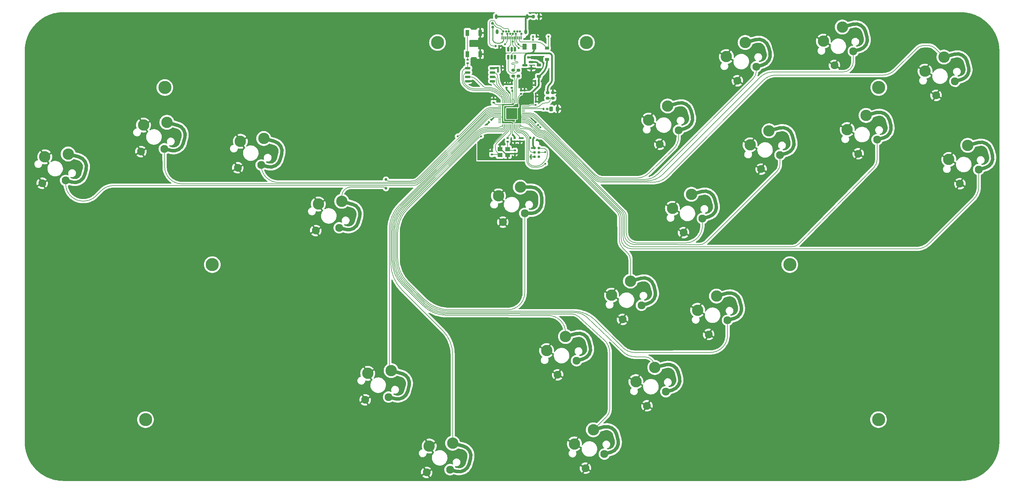
<source format=gtl>
G04 #@! TF.GenerationSoftware,KiCad,Pcbnew,(7.0.0)*
G04 #@! TF.CreationDate,2023-03-16T13:51:01-07:00*
G04 #@! TF.ProjectId,OpenRectangle,4f70656e-5265-4637-9461-6e676c652e6b,rev?*
G04 #@! TF.SameCoordinates,Original*
G04 #@! TF.FileFunction,Copper,L1,Top*
G04 #@! TF.FilePolarity,Positive*
%FSLAX46Y46*%
G04 Gerber Fmt 4.6, Leading zero omitted, Abs format (unit mm)*
G04 Created by KiCad (PCBNEW (7.0.0)) date 2023-03-16 13:51:01*
%MOMM*%
%LPD*%
G01*
G04 APERTURE LIST*
G04 Aperture macros list*
%AMRoundRect*
0 Rectangle with rounded corners*
0 $1 Rounding radius*
0 $2 $3 $4 $5 $6 $7 $8 $9 X,Y pos of 4 corners*
0 Add a 4 corners polygon primitive as box body*
4,1,4,$2,$3,$4,$5,$6,$7,$8,$9,$2,$3,0*
0 Add four circle primitives for the rounded corners*
1,1,$1+$1,$2,$3*
1,1,$1+$1,$4,$5*
1,1,$1+$1,$6,$7*
1,1,$1+$1,$8,$9*
0 Add four rect primitives between the rounded corners*
20,1,$1+$1,$2,$3,$4,$5,0*
20,1,$1+$1,$4,$5,$6,$7,0*
20,1,$1+$1,$6,$7,$8,$9,0*
20,1,$1+$1,$8,$9,$2,$3,0*%
G04 Aperture macros list end*
G04 #@! TA.AperFunction,ComponentPad*
%ADD10C,3.800000*%
G04 #@! TD*
G04 #@! TA.AperFunction,ComponentPad*
%ADD11C,2.300000*%
G04 #@! TD*
G04 #@! TA.AperFunction,SMDPad,CuDef*
%ADD12R,1.100000X1.800000*%
G04 #@! TD*
G04 #@! TA.AperFunction,SMDPad,CuDef*
%ADD13RoundRect,0.140000X0.170000X-0.140000X0.170000X0.140000X-0.170000X0.140000X-0.170000X-0.140000X0*%
G04 #@! TD*
G04 #@! TA.AperFunction,SMDPad,CuDef*
%ADD14RoundRect,0.200000X-0.275000X0.200000X-0.275000X-0.200000X0.275000X-0.200000X0.275000X0.200000X0*%
G04 #@! TD*
G04 #@! TA.AperFunction,SMDPad,CuDef*
%ADD15RoundRect,0.150000X0.587500X0.150000X-0.587500X0.150000X-0.587500X-0.150000X0.587500X-0.150000X0*%
G04 #@! TD*
G04 #@! TA.AperFunction,SMDPad,CuDef*
%ADD16RoundRect,0.140000X0.140000X0.170000X-0.140000X0.170000X-0.140000X-0.170000X0.140000X-0.170000X0*%
G04 #@! TD*
G04 #@! TA.AperFunction,SMDPad,CuDef*
%ADD17RoundRect,0.200000X0.275000X-0.200000X0.275000X0.200000X-0.275000X0.200000X-0.275000X-0.200000X0*%
G04 #@! TD*
G04 #@! TA.AperFunction,SMDPad,CuDef*
%ADD18RoundRect,0.135000X-0.135000X-0.185000X0.135000X-0.185000X0.135000X0.185000X-0.135000X0.185000X0*%
G04 #@! TD*
G04 #@! TA.AperFunction,SMDPad,CuDef*
%ADD19RoundRect,0.140000X-0.219203X-0.021213X-0.021213X-0.219203X0.219203X0.021213X0.021213X0.219203X0*%
G04 #@! TD*
G04 #@! TA.AperFunction,SMDPad,CuDef*
%ADD20RoundRect,0.135000X0.135000X0.185000X-0.135000X0.185000X-0.135000X-0.185000X0.135000X-0.185000X0*%
G04 #@! TD*
G04 #@! TA.AperFunction,SMDPad,CuDef*
%ADD21R,1.400000X1.200000*%
G04 #@! TD*
G04 #@! TA.AperFunction,SMDPad,CuDef*
%ADD22RoundRect,0.140000X-0.021213X0.219203X-0.219203X0.021213X0.021213X-0.219203X0.219203X-0.021213X0*%
G04 #@! TD*
G04 #@! TA.AperFunction,SMDPad,CuDef*
%ADD23RoundRect,0.250000X-0.375000X-0.625000X0.375000X-0.625000X0.375000X0.625000X-0.375000X0.625000X0*%
G04 #@! TD*
G04 #@! TA.AperFunction,SMDPad,CuDef*
%ADD24RoundRect,0.225000X0.375000X-0.225000X0.375000X0.225000X-0.375000X0.225000X-0.375000X-0.225000X0*%
G04 #@! TD*
G04 #@! TA.AperFunction,SMDPad,CuDef*
%ADD25RoundRect,0.200000X0.200000X0.275000X-0.200000X0.275000X-0.200000X-0.275000X0.200000X-0.275000X0*%
G04 #@! TD*
G04 #@! TA.AperFunction,SMDPad,CuDef*
%ADD26RoundRect,0.140000X-0.140000X-0.170000X0.140000X-0.170000X0.140000X0.170000X-0.140000X0.170000X0*%
G04 #@! TD*
G04 #@! TA.AperFunction,SMDPad,CuDef*
%ADD27RoundRect,0.243750X0.243750X0.456250X-0.243750X0.456250X-0.243750X-0.456250X0.243750X-0.456250X0*%
G04 #@! TD*
G04 #@! TA.AperFunction,SMDPad,CuDef*
%ADD28RoundRect,0.135000X0.185000X-0.135000X0.185000X0.135000X-0.185000X0.135000X-0.185000X-0.135000X0*%
G04 #@! TD*
G04 #@! TA.AperFunction,SMDPad,CuDef*
%ADD29RoundRect,0.140000X-0.170000X0.140000X-0.170000X-0.140000X0.170000X-0.140000X0.170000X0.140000X0*%
G04 #@! TD*
G04 #@! TA.AperFunction,SMDPad,CuDef*
%ADD30RoundRect,0.135000X-0.185000X0.135000X-0.185000X-0.135000X0.185000X-0.135000X0.185000X0.135000X0*%
G04 #@! TD*
G04 #@! TA.AperFunction,ConnectorPad*
%ADD31C,0.787400*%
G04 #@! TD*
G04 #@! TA.AperFunction,SMDPad,CuDef*
%ADD32RoundRect,0.050000X-0.387500X-0.050000X0.387500X-0.050000X0.387500X0.050000X-0.387500X0.050000X0*%
G04 #@! TD*
G04 #@! TA.AperFunction,SMDPad,CuDef*
%ADD33RoundRect,0.050000X-0.050000X-0.387500X0.050000X-0.387500X0.050000X0.387500X-0.050000X0.387500X0*%
G04 #@! TD*
G04 #@! TA.AperFunction,ComponentPad*
%ADD34C,0.600000*%
G04 #@! TD*
G04 #@! TA.AperFunction,SMDPad,CuDef*
%ADD35RoundRect,0.144000X-1.456000X-1.456000X1.456000X-1.456000X1.456000X1.456000X-1.456000X1.456000X0*%
G04 #@! TD*
G04 #@! TA.AperFunction,SMDPad,CuDef*
%ADD36RoundRect,0.150000X-0.150000X0.512500X-0.150000X-0.512500X0.150000X-0.512500X0.150000X0.512500X0*%
G04 #@! TD*
G04 #@! TA.AperFunction,SMDPad,CuDef*
%ADD37R,0.300000X0.900000*%
G04 #@! TD*
G04 #@! TA.AperFunction,SMDPad,CuDef*
%ADD38R,0.300000X0.700000*%
G04 #@! TD*
G04 #@! TA.AperFunction,ComponentPad*
%ADD39C,0.650000*%
G04 #@! TD*
G04 #@! TA.AperFunction,ComponentPad*
%ADD40O,0.800000X1.400000*%
G04 #@! TD*
G04 #@! TA.AperFunction,SMDPad,CuDef*
%ADD41RoundRect,0.150000X-0.650000X-0.150000X0.650000X-0.150000X0.650000X0.150000X-0.650000X0.150000X0*%
G04 #@! TD*
G04 #@! TA.AperFunction,ComponentPad*
%ADD42C,3.300000*%
G04 #@! TD*
G04 #@! TA.AperFunction,ViaPad*
%ADD43C,0.600000*%
G04 #@! TD*
G04 #@! TA.AperFunction,ViaPad*
%ADD44C,0.800000*%
G04 #@! TD*
G04 #@! TA.AperFunction,Conductor*
%ADD45C,0.500000*%
G04 #@! TD*
G04 #@! TA.AperFunction,Conductor*
%ADD46C,0.200000*%
G04 #@! TD*
G04 #@! TA.AperFunction,Conductor*
%ADD47C,0.381000*%
G04 #@! TD*
G04 #@! TA.AperFunction,Conductor*
%ADD48C,0.254000*%
G04 #@! TD*
G04 #@! TA.AperFunction,Conductor*
%ADD49C,0.250000*%
G04 #@! TD*
G04 #@! TA.AperFunction,Conductor*
%ADD50C,1.000000*%
G04 #@! TD*
G04 APERTURE END LIST*
D10*
X279275000Y-98760000D03*
X305060000Y-47313383D03*
D11*
X327173146Y-45479258D03*
X321696917Y-49576211D03*
X253920545Y-85360724D03*
X248444316Y-89457677D03*
X304589245Y-62445896D03*
X299113016Y-66542849D03*
X261212701Y-114944898D03*
X255736472Y-119041851D03*
D12*
X189459999Y-31399999D03*
X189459999Y-37599999D03*
X185759999Y-31399999D03*
X185759999Y-37599999D03*
D10*
X111765000Y-98760000D03*
D13*
X193344750Y-51676018D03*
X193344750Y-50716018D03*
D14*
X209030000Y-48780000D03*
X209030000Y-50430000D03*
D11*
X125952219Y-69813090D03*
X119161190Y-70623041D03*
X180734080Y-158346938D03*
X173943051Y-159156889D03*
X69218754Y-74311674D03*
X62427725Y-75121625D03*
X297693251Y-36776684D03*
X292217022Y-40873637D03*
D15*
X204290000Y-41770000D03*
X204290000Y-39870000D03*
X202415000Y-40820000D03*
D16*
X203380000Y-38580000D03*
X202420000Y-38580000D03*
D17*
X210570000Y-50430000D03*
X210570000Y-48780000D03*
D18*
X207820000Y-53510000D03*
X208840000Y-53510000D03*
D11*
X276430431Y-66911080D03*
X270954202Y-71008033D03*
X217413760Y-126680789D03*
X211937531Y-130777742D03*
D19*
X205546589Y-57476482D03*
X206225411Y-58155304D03*
D20*
X194940000Y-35230000D03*
X193920000Y-35230000D03*
D10*
X92395000Y-143800000D03*
D21*
X197393999Y-65189249D03*
X195193999Y-65189249D03*
X195193999Y-66889249D03*
X197393999Y-66889249D03*
D22*
X192668161Y-56698607D03*
X191989339Y-57377429D03*
D11*
X202388500Y-83866866D03*
X196038500Y-86406866D03*
D13*
X199567750Y-66535018D03*
X199567750Y-65575018D03*
D23*
X202310000Y-35460000D03*
X205110000Y-35460000D03*
D24*
X208830000Y-39130000D03*
X208830000Y-35830000D03*
D25*
X206520000Y-26720000D03*
X204870000Y-26720000D03*
D16*
X206400000Y-45425000D03*
X205440000Y-45425000D03*
D26*
X205440000Y-46625000D03*
X206400000Y-46625000D03*
D27*
X211895000Y-53500000D03*
X210020000Y-53500000D03*
D13*
X201345750Y-49136018D03*
X201345750Y-48176018D03*
D28*
X197437000Y-62993250D03*
X197437000Y-61973250D03*
D29*
X200993000Y-62003250D03*
X200993000Y-62963250D03*
D26*
X204577000Y-49910250D03*
X205537000Y-49910250D03*
D11*
X247024810Y-59692478D03*
X241548581Y-63789431D03*
D13*
X202361750Y-49136018D03*
X202361750Y-48176018D03*
D26*
X194620000Y-41640000D03*
X195580000Y-41640000D03*
D29*
X192865000Y-65829018D03*
X192865000Y-66789018D03*
D11*
X236246143Y-110576311D03*
X230769914Y-114673264D03*
X162900472Y-137243168D03*
X156109443Y-138053119D03*
D14*
X200540000Y-42315000D03*
X200540000Y-43965000D03*
D11*
X148574312Y-88052615D03*
X141783283Y-88862566D03*
D30*
X185850000Y-39210000D03*
X185850000Y-40230000D03*
D10*
X98000000Y-47313383D03*
D11*
X269534437Y-41241868D03*
X264058208Y-45338821D03*
X97856886Y-65107131D03*
X91065857Y-65917082D03*
D14*
X199010000Y-42315000D03*
X199010000Y-43965000D03*
D13*
X198580000Y-47342250D03*
X198580000Y-46382250D03*
D31*
X205215000Y-64850000D03*
X206485000Y-64850000D03*
X205215000Y-66120000D03*
X206485000Y-66120000D03*
X205215000Y-67390000D03*
X206485000Y-67390000D03*
D24*
X206450000Y-44060000D03*
X206450000Y-40760000D03*
D10*
X304995000Y-143800000D03*
D29*
X199469000Y-62003250D03*
X199469000Y-62963250D03*
D11*
X225485032Y-153803186D03*
X220008803Y-157900139D03*
D32*
X195142500Y-52295000D03*
X195142500Y-52695000D03*
X195142500Y-53095000D03*
X195142500Y-53495000D03*
X195142500Y-53895000D03*
X195142500Y-54295000D03*
X195142500Y-54695000D03*
X195142500Y-55095000D03*
X195142500Y-55495000D03*
X195142500Y-55895000D03*
X195142500Y-56295000D03*
X195142500Y-56695000D03*
X195142500Y-57095000D03*
X195142500Y-57495000D03*
D33*
X195980000Y-58332500D03*
X196380000Y-58332500D03*
X196780000Y-58332500D03*
X197180000Y-58332500D03*
X197580000Y-58332500D03*
X197980000Y-58332500D03*
X198380000Y-58332500D03*
X198780000Y-58332500D03*
X199180000Y-58332500D03*
X199580000Y-58332500D03*
X199980000Y-58332500D03*
X200380000Y-58332500D03*
X200780000Y-58332500D03*
X201180000Y-58332500D03*
D32*
X202017500Y-57495000D03*
X202017500Y-57095000D03*
X202017500Y-56695000D03*
X202017500Y-56295000D03*
X202017500Y-55895000D03*
X202017500Y-55495000D03*
X202017500Y-55095000D03*
X202017500Y-54695000D03*
X202017500Y-54295000D03*
X202017500Y-53895000D03*
X202017500Y-53495000D03*
X202017500Y-53095000D03*
X202017500Y-52695000D03*
X202017500Y-52295000D03*
D33*
X201180000Y-51457500D03*
X200780000Y-51457500D03*
X200380000Y-51457500D03*
X199980000Y-51457500D03*
X199580000Y-51457500D03*
X199180000Y-51457500D03*
X198780000Y-51457500D03*
X198380000Y-51457500D03*
X197980000Y-51457500D03*
X197580000Y-51457500D03*
X197180000Y-51457500D03*
X196780000Y-51457500D03*
X196380000Y-51457500D03*
X195980000Y-51457500D03*
D34*
X197305000Y-53620000D03*
X197305000Y-54895000D03*
X197305000Y-56170000D03*
X198580000Y-53620000D03*
X198580000Y-54895000D03*
D35*
X198580000Y-54895000D03*
D34*
X198580000Y-56170000D03*
X199855000Y-53620000D03*
X199855000Y-54895000D03*
X199855000Y-56170000D03*
D13*
X197056000Y-47342250D03*
X197056000Y-46382250D03*
D11*
X243317415Y-135698708D03*
X237841186Y-139795661D03*
D10*
X220290000Y-34240000D03*
X177100000Y-34240000D03*
D11*
X334069140Y-71148470D03*
X328592911Y-75245423D03*
D20*
X205010000Y-61930000D03*
X203990000Y-61930000D03*
D36*
X199530000Y-36212500D03*
X198580000Y-36212500D03*
X197630000Y-36212500D03*
X197630000Y-38487500D03*
X198580000Y-38487500D03*
X199530000Y-38487500D03*
D26*
X204577000Y-51434250D03*
X205537000Y-51434250D03*
D18*
X204750000Y-32570000D03*
X205770000Y-32570000D03*
D37*
X201328499Y-32919999D03*
X200828499Y-32919999D03*
X200328499Y-32919999D03*
X199828499Y-32919999D03*
X199328499Y-32919999D03*
D38*
X198828499Y-32919999D03*
X198328499Y-32919999D03*
D37*
X197828499Y-32919999D03*
X197328499Y-32919999D03*
X196828499Y-32919999D03*
X196328499Y-32919999D03*
X195828499Y-32919999D03*
D39*
X195778500Y-31710000D03*
X196178500Y-31010000D03*
X196978500Y-31010000D03*
X197378500Y-31710000D03*
X197778500Y-31010000D03*
X198178500Y-31710000D03*
X198978500Y-31710000D03*
X199378500Y-31010000D03*
X199778500Y-31710000D03*
X200178500Y-31010000D03*
X200978500Y-31010000D03*
X201378500Y-31710000D03*
D40*
X203068499Y-26719999D03*
X202633499Y-31109999D03*
X194373499Y-31109999D03*
X194088499Y-26719999D03*
D41*
X185850000Y-41645000D03*
X185850000Y-42915000D03*
X185850000Y-44185000D03*
X185850000Y-45455000D03*
X193050000Y-45455000D03*
X193050000Y-44185000D03*
X193050000Y-42915000D03*
X193050000Y-41645000D03*
D42*
X63173200Y-67432570D03*
X69964229Y-66622619D03*
X238349654Y-56757776D03*
X243825883Y-52660823D03*
X245245389Y-82426022D03*
X250721618Y-78329069D03*
X194768500Y-78786866D03*
X201118500Y-76246866D03*
X208738604Y-123746087D03*
X214214833Y-119649134D03*
X91811332Y-58228027D03*
X98602361Y-57418076D03*
X252537545Y-112010196D03*
X258013774Y-107913243D03*
X142528758Y-81173511D03*
X149319787Y-80363560D03*
X260859281Y-38307166D03*
X266335510Y-34210213D03*
X119906665Y-62933986D03*
X126697694Y-62124035D03*
X216809876Y-150868484D03*
X222286105Y-146771531D03*
X174688526Y-151467834D03*
X181479555Y-150657883D03*
X156854918Y-130364064D03*
X163645947Y-129554113D03*
X295914089Y-59511194D03*
X301390318Y-55414241D03*
X318497990Y-42544556D03*
X323974219Y-38447603D03*
X234642259Y-132764006D03*
X240118488Y-128667053D03*
X267755275Y-63976378D03*
X273231504Y-59879425D03*
X325393984Y-68213768D03*
X330870213Y-64116815D03*
X289018095Y-33841982D03*
X294494324Y-29745029D03*
X227570987Y-107641609D03*
X233047216Y-103544656D03*
D43*
X191312750Y-58054018D03*
X197789750Y-45735018D03*
X187627500Y-45465000D03*
X196000000Y-37350000D03*
X200202750Y-63896018D03*
X192865000Y-64912018D03*
X199567750Y-67579018D03*
X204170000Y-38570000D03*
X204012739Y-67390000D03*
X196600000Y-41630000D03*
X202361750Y-47259018D03*
X205536750Y-49070000D03*
X207260000Y-45475000D03*
X204650000Y-46635000D03*
X193344750Y-49926018D03*
X200806000Y-45242893D03*
X206902000Y-58831893D03*
X198901000Y-45242893D03*
X189729504Y-61479605D03*
X182911089Y-61481089D03*
D44*
X162130000Y-76550000D03*
X162130000Y-74050000D03*
D43*
X205560000Y-52380000D03*
D44*
X193100000Y-29740000D03*
D43*
X194620000Y-42670000D03*
X198805750Y-48275018D03*
X204412739Y-64870000D03*
X198932750Y-61102018D03*
X201853750Y-61991018D03*
X199186750Y-56994500D03*
X199313750Y-52757250D03*
X197945000Y-48767250D03*
X200520000Y-34710000D03*
X196670000Y-34710000D03*
X198928000Y-34010000D03*
X208340500Y-66090000D03*
X208343911Y-69423911D03*
X204750000Y-33500500D03*
X200610000Y-35810000D03*
D44*
X193000000Y-28640000D03*
D43*
X209261589Y-32468411D03*
D45*
X205440000Y-45425000D02*
X205440000Y-46625000D01*
D46*
X197963369Y-37320000D02*
X196030000Y-37320000D01*
X197580000Y-58332500D02*
X197580000Y-59053529D01*
X201328500Y-31760000D02*
X201378500Y-31710000D01*
D45*
X197056000Y-46382250D02*
X198580000Y-46382250D01*
D47*
X192865000Y-64912018D02*
X192865000Y-65829018D01*
X199567750Y-66535018D02*
X199567750Y-67579018D01*
D46*
X195828500Y-32920000D02*
X195828500Y-31760000D01*
D47*
X191989339Y-57377429D02*
X191312750Y-58054018D01*
X199567750Y-66535018D02*
X197748232Y-66535018D01*
X205537000Y-49910250D02*
X205537000Y-51434250D01*
D46*
X198580000Y-36212500D02*
X198580000Y-36703369D01*
D45*
X185887500Y-45450000D02*
X187612500Y-45450000D01*
X203380000Y-38580000D02*
X204160000Y-38580000D01*
D47*
X193344750Y-50716018D02*
X193344750Y-49926018D01*
D46*
X201328500Y-32920000D02*
X201328500Y-31760000D01*
D47*
X205536750Y-49070000D02*
X205536750Y-49910000D01*
D46*
X206902000Y-58831893D02*
X206225411Y-58155304D01*
X196030000Y-37320000D02*
X196000000Y-37350000D01*
D45*
X204160000Y-38580000D02*
X204170000Y-38570000D01*
D46*
X202361750Y-48176018D02*
X202361750Y-47259018D01*
D45*
X195580000Y-41640000D02*
X196590000Y-41640000D01*
X205440000Y-46625000D02*
X204660000Y-46625000D01*
D46*
X197271903Y-59797341D02*
X193365425Y-63703819D01*
X195828500Y-31760000D02*
X195778500Y-31710000D01*
D45*
X204660000Y-46625000D02*
X204650000Y-46635000D01*
D48*
X197147022Y-66889250D02*
X195447022Y-65189250D01*
D49*
X205215000Y-67390000D02*
X204012739Y-67390000D01*
D46*
X197271887Y-59797325D02*
G75*
G03*
X197580000Y-59053529I-743787J743825D01*
G01*
X193365440Y-63703834D02*
G75*
G03*
X192865000Y-64912018I1208160J-1208166D01*
G01*
X197963369Y-37320000D02*
G75*
G03*
X198580000Y-36703369I31J616600D01*
G01*
X168460304Y-82436556D02*
X189108430Y-61788430D01*
X197388500Y-111900000D02*
X180484880Y-111900000D01*
X173413812Y-108971068D02*
X168460304Y-104017560D01*
X190666587Y-54007727D02*
X183436681Y-61237633D01*
X189665679Y-61543430D02*
X189729504Y-61479605D01*
X182955021Y-61437157D02*
X182911089Y-61481089D01*
X165531372Y-96946492D02*
X165531372Y-89507624D01*
D50*
X207306500Y-79246866D02*
X207306500Y-80866866D01*
X204306500Y-83866866D02*
X202388500Y-83866866D01*
D46*
X189108430Y-61788430D02*
X189132704Y-61764156D01*
D50*
X201118500Y-76246866D02*
X204306500Y-76246866D01*
D46*
X195142500Y-53095000D02*
X192870105Y-53095000D01*
X202388500Y-83866866D02*
X202388500Y-106900000D01*
X168460286Y-82436538D02*
G75*
G03*
X165531372Y-89507624I7071114J-7071062D01*
G01*
X165531386Y-96946492D02*
G75*
G03*
X168460304Y-104017560I10000014J-8D01*
G01*
X197388500Y-111900000D02*
G75*
G03*
X202388500Y-106900000I0J5000000D01*
G01*
D50*
X204306500Y-83866900D02*
G75*
G03*
X207306500Y-80866866I0J3000000D01*
G01*
D46*
X173413822Y-108971058D02*
G75*
G03*
X180484880Y-111900000I7071078J7071058D01*
G01*
D50*
X207306534Y-79246866D02*
G75*
G03*
X204306500Y-76246866I-3000034J-34D01*
G01*
D46*
X192870105Y-53094991D02*
G75*
G03*
X190666587Y-54007727I-5J-3116209D01*
G01*
X182955021Y-61437136D02*
G75*
G03*
X183436681Y-61237633I-21J681236D01*
G01*
X189665679Y-61543409D02*
G75*
G03*
X189132705Y-61764157I-79J-753591D01*
G01*
X190866321Y-54373679D02*
X171618679Y-73621321D01*
X154886553Y-76206553D02*
X154880000Y-76200000D01*
X169497359Y-74500000D02*
X162997809Y-74500000D01*
X148574312Y-88052615D02*
X148298411Y-89082292D01*
X162130000Y-76550000D02*
X162072893Y-76492893D01*
X162130000Y-74050000D02*
X162260025Y-74169975D01*
X155015786Y-76200000D02*
X154880000Y-76200000D01*
X162298554Y-74214872D02*
X162130000Y-74050000D01*
D50*
X154520479Y-84862910D02*
X154101192Y-86427710D01*
X150426957Y-88549030D02*
X148574312Y-88052615D01*
D46*
X195142500Y-53495000D02*
X192987641Y-53495000D01*
D50*
X149319787Y-80363560D02*
X152399159Y-81188675D01*
D46*
X161480000Y-76206553D02*
X154886553Y-76206553D01*
X149305932Y-78913637D02*
X149319787Y-80363560D01*
X154880000Y-76200000D02*
X151993761Y-76200000D01*
X162298549Y-74214877D02*
G75*
G03*
X162997809Y-74500000I699251J714877D01*
G01*
D50*
X150426944Y-88549079D02*
G75*
G03*
X154101191Y-86427710I776456J2897779D01*
G01*
D46*
X162072900Y-76492886D02*
G75*
G03*
X161365786Y-76200000I-707100J-707114D01*
G01*
X192987641Y-53495029D02*
G75*
G03*
X190866321Y-54373679I-41J-2999971D01*
G01*
X151993761Y-76200010D02*
G75*
G03*
X149305932Y-78913637I39J-2687990D01*
G01*
X169497359Y-74499971D02*
G75*
G03*
X171618679Y-73621321I41J2999971D01*
G01*
D50*
X154520534Y-84862925D02*
G75*
G03*
X152399159Y-81188675I-2897834J776425D01*
G01*
D46*
X169663045Y-74900000D02*
X130958309Y-74900000D01*
X191032007Y-54773679D02*
X171784365Y-74021321D01*
D50*
X126697694Y-62124035D02*
X129777066Y-62949150D01*
D46*
X195142500Y-53895000D02*
X193153327Y-53895000D01*
X125961360Y-70074637D02*
X125952219Y-69813090D01*
D50*
X131898386Y-66623385D02*
X131479099Y-68188185D01*
X127804865Y-70309505D02*
X125952219Y-69813090D01*
D46*
X169663045Y-74900032D02*
G75*
G03*
X171784365Y-74021321I-45J3000032D01*
G01*
X193153327Y-53895019D02*
G75*
G03*
X191032007Y-54773679I-27J-2999981D01*
G01*
D50*
X127804863Y-70309511D02*
G75*
G03*
X131479098Y-68188185I776437J2897811D01*
G01*
D46*
X125961351Y-70074637D02*
G75*
G03*
X130958309Y-74900000I4996949J174637D01*
G01*
D50*
X131898347Y-66623375D02*
G75*
G03*
X129777066Y-62949151I-2897747J776475D01*
G01*
D46*
X97946523Y-70384907D02*
X97856886Y-65107131D01*
D50*
X98602361Y-57418076D02*
X101681733Y-58243191D01*
D46*
X191197693Y-55173679D02*
X171950051Y-74421321D01*
D50*
X103803053Y-61917426D02*
X103383766Y-63482226D01*
D46*
X169828731Y-75300000D02*
X102945802Y-75300000D01*
X195142500Y-54295000D02*
X193319013Y-54295000D01*
D50*
X99709531Y-65603546D02*
X97856886Y-65107131D01*
D46*
X193319013Y-54295009D02*
G75*
G03*
X191197693Y-55173679I-13J-2999991D01*
G01*
X97946521Y-70384907D02*
G75*
G03*
X102945802Y-75300000I4999279J84907D01*
G01*
X169828731Y-75300022D02*
G75*
G03*
X171950051Y-74421321I-31J3000022D01*
G01*
D50*
X103803107Y-61917440D02*
G75*
G03*
X101681733Y-58243191I-2897807J776440D01*
G01*
X99709529Y-65603553D02*
G75*
G03*
X103383765Y-63482226I776471J2897753D01*
G01*
D46*
X79565534Y-77264466D02*
X77994466Y-78835534D01*
X191503556Y-55433502D02*
X172015737Y-74921321D01*
X195142500Y-54695000D02*
X193484699Y-54695000D01*
D50*
X71071400Y-74808089D02*
X69218754Y-74311674D01*
X69964229Y-66622619D02*
X73043601Y-67447735D01*
D46*
X191513502Y-55433502D02*
X191503556Y-55433502D01*
X74458932Y-80300000D02*
X74229124Y-80300000D01*
D50*
X75164921Y-71121969D02*
X74745634Y-72686769D01*
D46*
X169894417Y-75800000D02*
X83101068Y-75800000D01*
X69229385Y-75351135D02*
X69218754Y-74311674D01*
X83101068Y-75799978D02*
G75*
G03*
X79565535Y-77264467I32J-5000022D01*
G01*
D50*
X75164876Y-71121957D02*
G75*
G03*
X73043601Y-67447735I-2897776J776457D01*
G01*
D46*
X74458932Y-80300022D02*
G75*
G03*
X77994465Y-78835533I-32J5000022D01*
G01*
X69229361Y-75351135D02*
G75*
G03*
X74229124Y-80300000I4999739J51135D01*
G01*
D50*
X71071416Y-74808030D02*
G75*
G03*
X74745634Y-72686769I776484J2897730D01*
G01*
D46*
X193484699Y-54695000D02*
G75*
G03*
X191363379Y-55573681I1J-3000000D01*
G01*
X169894417Y-75800012D02*
G75*
G03*
X172015737Y-74921321I-17J3000012D01*
G01*
X163424265Y-129332431D02*
X163645947Y-129554113D01*
D50*
X164753118Y-137739583D02*
X162900472Y-137243168D01*
D46*
X191529065Y-55973679D02*
X166060304Y-81442440D01*
X195142500Y-55095000D02*
X193650385Y-55095000D01*
D50*
X163645948Y-129554113D02*
X166725319Y-130379228D01*
D46*
X163131372Y-88513508D02*
X163131372Y-128625324D01*
D50*
X168846639Y-134053462D02*
X168427353Y-135618262D01*
D46*
X193650385Y-55094990D02*
G75*
G03*
X191529066Y-55973680I15J-3000010D01*
G01*
X166060294Y-81442430D02*
G75*
G03*
X163131372Y-88513508I7071106J-7071070D01*
G01*
D50*
X164753127Y-137739549D02*
G75*
G03*
X168427352Y-135618262I776473J2897749D01*
G01*
D46*
X163131363Y-128625324D02*
G75*
G03*
X163424265Y-129332431I1000037J24D01*
G01*
D50*
X168846658Y-134053467D02*
G75*
G03*
X166725319Y-130379229I-2897758J776467D01*
G01*
X186680247Y-155157233D02*
X186260960Y-156722033D01*
X181479555Y-150657884D02*
X184558927Y-151482999D01*
D46*
X163531372Y-88679194D02*
X163531372Y-98289945D01*
D50*
X182586726Y-158843354D02*
X180734080Y-158346939D01*
D46*
X195142500Y-55495000D02*
X193816071Y-55495000D01*
X166756788Y-106076788D02*
X178550623Y-117870623D01*
X191694751Y-56373679D02*
X166460304Y-81608126D01*
X181479555Y-124941691D02*
X181479555Y-150657883D01*
X166460301Y-81608123D02*
G75*
G03*
X163531372Y-88679194I7071099J-7071077D01*
G01*
D50*
X186680295Y-155157246D02*
G75*
G03*
X184558927Y-151483000I-2897795J776446D01*
G01*
D46*
X163531376Y-98289945D02*
G75*
G03*
X166756789Y-106076787I11012254J-5D01*
G01*
X181479545Y-124941691D02*
G75*
G03*
X178550623Y-117870623I-10000045J-9D01*
G01*
X193816071Y-55494980D02*
G75*
G03*
X191694752Y-56373680I29J-3000020D01*
G01*
D50*
X182586727Y-158843349D02*
G75*
G03*
X186260959Y-156722033I776473J2897749D01*
G01*
D46*
X229816349Y-84939783D02*
X229852385Y-90465474D01*
D50*
X233047216Y-103544657D02*
X236126587Y-102719541D01*
D46*
X230731065Y-93809401D02*
X232168537Y-95246873D01*
X207797447Y-62105456D02*
X229230604Y-83538612D01*
X204297600Y-59918589D02*
X205556101Y-61177090D01*
X201382546Y-59324018D02*
X202862178Y-59324018D01*
X200780000Y-58332500D02*
X200780000Y-58721472D01*
X233047216Y-97368193D02*
X233047216Y-103544656D01*
X200955736Y-59145736D02*
X200958282Y-59148282D01*
D50*
X238098788Y-110079896D02*
X236246143Y-110576311D01*
D46*
X229852385Y-90465474D02*
X229852385Y-91688080D01*
D50*
X239800822Y-104840862D02*
X240220109Y-106405662D01*
D46*
X229816333Y-84939783D02*
G75*
G03*
X229230604Y-83538612I-1999933J-13017D01*
G01*
X200780020Y-58721472D02*
G75*
G03*
X200955736Y-59145736I599980J-28D01*
G01*
X200958255Y-59148309D02*
G75*
G03*
X201382546Y-59324018I424245J424309D01*
G01*
D50*
X238098788Y-110079895D02*
G75*
G03*
X240220109Y-106405662I-776488J2897795D01*
G01*
X239800756Y-104840880D02*
G75*
G03*
X236126587Y-102719542I-2897756J-776420D01*
G01*
D46*
X229852404Y-91688080D02*
G75*
G03*
X230731065Y-93809401I2999996J-20D01*
G01*
X207797434Y-62105469D02*
G75*
G03*
X207090340Y-61812563I-707134J-707131D01*
G01*
X204297609Y-59918580D02*
G75*
G03*
X202862178Y-59324018I-1435409J-1435420D01*
G01*
X233047216Y-97368193D02*
G75*
G03*
X232168537Y-95246873I-3000016J-7D01*
G01*
X205556112Y-61177079D02*
G75*
G03*
X207090340Y-61812563I1534188J1534179D01*
G01*
X214217548Y-118557222D02*
X214214833Y-119649134D01*
X186172136Y-113500000D02*
X186380000Y-113500404D01*
D50*
X220968439Y-120945340D02*
X221387726Y-122510140D01*
X214214833Y-119649135D02*
X217294204Y-118824019D01*
D46*
X188538525Y-60095591D02*
X166860304Y-81773812D01*
X166860304Y-104680304D02*
X172751068Y-110571068D01*
X194552062Y-58924018D02*
X191366952Y-58924018D01*
D50*
X219266405Y-126184374D02*
X217413760Y-126680789D01*
D46*
X186380000Y-113500404D02*
X209222766Y-113544790D01*
X163931372Y-88844880D02*
X163931372Y-97609236D01*
X186379596Y-113500000D02*
X186380000Y-113500404D01*
X179822136Y-113500000D02*
X186379596Y-113500000D01*
D50*
X219266415Y-126184411D02*
G75*
G03*
X221387725Y-122510140I-776515J2897811D01*
G01*
D46*
X214217597Y-118557222D02*
G75*
G03*
X209222766Y-113544791I-4999997J12422D01*
G01*
X194552062Y-58923984D02*
G75*
G03*
X195979999Y-58332499I38J2019284D01*
G01*
X163931355Y-97609236D02*
G75*
G03*
X166860304Y-104680304I10000045J36D01*
G01*
D50*
X220968487Y-120945327D02*
G75*
G03*
X217294204Y-118824019I-2897787J-776473D01*
G01*
D46*
X191366952Y-58923979D02*
G75*
G03*
X188538525Y-60095591I48J-4000021D01*
G01*
X172751050Y-110571086D02*
G75*
G03*
X179822136Y-113500000I7071050J7071086D01*
G01*
X166860308Y-81773816D02*
G75*
G03*
X163931372Y-88844880I7071092J-7071084D01*
G01*
X179826227Y-112697407D02*
X180153508Y-112700000D01*
X166999181Y-103623511D02*
X167430758Y-104115636D01*
X166600724Y-83349914D02*
X166237070Y-83894158D01*
X196780000Y-58332500D02*
X196780000Y-58815084D01*
X164989977Y-86904880D02*
X164862276Y-87546860D01*
X164731372Y-97277864D02*
X164734055Y-97605143D01*
X196563825Y-59336957D02*
X196442112Y-59458662D01*
X178524103Y-112569160D02*
X179173065Y-112654597D01*
X165909789Y-84461020D02*
X165620284Y-85048075D01*
X166600714Y-103104214D02*
X166999181Y-103623511D01*
X234423140Y-125550000D02*
X237118488Y-125550000D01*
X165159402Y-100181493D02*
X165369800Y-100801314D01*
X240118488Y-128550000D02*
X240118488Y-128667053D01*
X176025296Y-111811157D02*
X176630033Y-112061647D01*
X220427467Y-114091149D02*
X230968685Y-124164795D01*
X166999194Y-82830619D02*
X166600724Y-83349914D01*
X165369794Y-85652806D02*
X165159391Y-86272626D01*
X176630033Y-112061647D02*
X177249858Y-112272049D01*
X165909787Y-101993103D02*
X166237063Y-102559968D01*
X164862297Y-98907257D02*
X164989992Y-99549238D01*
X167430758Y-104115636D02*
X167660304Y-104348932D01*
X196442112Y-59458662D02*
X196411552Y-59489222D01*
D50*
X246872094Y-129963259D02*
X247291381Y-131528059D01*
D46*
X164776837Y-88195817D02*
X164734024Y-88848973D01*
X216230000Y-112700000D02*
X216322542Y-112700000D01*
D50*
X245170060Y-135202293D02*
X243317414Y-135698708D01*
D46*
X179173065Y-112654597D02*
X179826227Y-112697407D01*
X165369800Y-100801314D02*
X165620286Y-101406047D01*
X164734055Y-97605143D02*
X164776863Y-98258299D01*
X177249858Y-112272049D02*
X177882117Y-112441462D01*
X165159391Y-86272626D02*
X164989977Y-86904880D01*
X166237070Y-83894158D02*
X165909789Y-84461020D01*
X177882117Y-112441462D02*
X178524103Y-112569160D01*
X216230000Y-112700000D02*
X216237039Y-112707039D01*
X164776863Y-98258299D02*
X164862297Y-98907257D01*
X164734024Y-88848973D02*
X164731372Y-89176252D01*
X174871368Y-111194371D02*
X175438236Y-111521652D01*
X180153508Y-112700000D02*
X216230000Y-112700000D01*
X167660304Y-104348932D02*
X173082440Y-109771068D01*
X216322542Y-112700000D02*
X216328486Y-112705944D01*
X167660304Y-82105184D02*
X167430775Y-82338497D01*
X164989992Y-99549238D02*
X165159402Y-100181493D01*
X175438236Y-111521652D02*
X176025296Y-111811157D01*
X164731372Y-89176252D02*
X164731372Y-97277864D01*
X167430775Y-82338497D02*
X166999194Y-82830619D01*
X173315693Y-110000661D02*
X173807819Y-110432244D01*
X195845866Y-59723537D02*
X191698805Y-59723537D01*
X173807819Y-110432244D02*
X174327119Y-110830716D01*
X188870378Y-60895110D02*
X167660304Y-82105184D01*
X173082440Y-109771068D02*
X173315693Y-110000661D01*
X216328486Y-112705944D02*
X216973012Y-112705944D01*
X165620286Y-101406047D02*
X165909787Y-101993103D01*
X164862276Y-87546860D02*
X164776837Y-88195817D01*
D50*
X240118488Y-128667053D02*
X243197859Y-127841938D01*
D46*
X166237063Y-102559968D02*
X166600714Y-103104214D01*
X174327119Y-110830716D02*
X174871368Y-111194371D01*
X165620284Y-85048075D02*
X165369794Y-85652806D01*
D50*
X246872063Y-129963267D02*
G75*
G03*
X243197859Y-127841939I-2897763J-776433D01*
G01*
D46*
X195845866Y-59723502D02*
G75*
G03*
X196411552Y-59489222I34J800002D01*
G01*
X230968666Y-124164815D02*
G75*
G03*
X234423140Y-125550000I3454434J3614815D01*
G01*
X240118500Y-128550000D02*
G75*
G03*
X237118488Y-125550000I-3000000J0D01*
G01*
X220427453Y-114091164D02*
G75*
G03*
X216973012Y-112705944I-3454453J-3614736D01*
G01*
D50*
X245170056Y-135202277D02*
G75*
G03*
X247291381Y-131528059I-776456J2897777D01*
G01*
D46*
X196563829Y-59336961D02*
G75*
G03*
X196780000Y-58815084I-521829J521861D01*
G01*
X191698805Y-59723530D02*
G75*
G03*
X188870378Y-60895110I-5J-3999970D01*
G01*
X186337822Y-113100000D02*
X216038498Y-113116122D01*
D50*
X222286105Y-146771531D02*
X225365476Y-145946416D01*
D46*
X164589967Y-99714927D02*
X164759379Y-100347182D01*
X179007380Y-113054583D02*
X179660541Y-113097392D01*
X164462258Y-87381170D02*
X164376819Y-88030129D01*
X188704211Y-60495591D02*
X167260304Y-81939498D01*
X165509770Y-84295323D02*
X165220265Y-84882379D01*
X166599175Y-103789200D02*
X167030755Y-104281324D01*
X211155180Y-113100000D02*
X211171302Y-113116122D01*
X166200704Y-83184213D02*
X165837050Y-83728459D01*
X165837052Y-102725658D02*
X166200705Y-103269904D01*
X175272554Y-111921643D02*
X175859613Y-112211148D01*
X195804643Y-59324018D02*
X191532638Y-59324018D01*
X167030756Y-82172793D02*
X166599175Y-82664917D01*
X227030000Y-124303486D02*
X227030000Y-140784995D01*
X176464350Y-112461636D02*
X177084175Y-112672037D01*
X164462269Y-99072946D02*
X164589967Y-99714927D01*
X218062723Y-113901960D02*
X225403709Y-120613216D01*
X165509773Y-102158793D02*
X165837052Y-102725658D01*
X167260304Y-104514618D02*
X172916754Y-110171068D01*
X179660541Y-113097392D02*
X179987822Y-113100000D01*
X164969780Y-100967004D02*
X165220269Y-101571737D01*
X226151320Y-142906316D02*
X222286105Y-146771531D01*
X167260304Y-81939498D02*
X167030756Y-82172793D01*
X178358418Y-112969147D02*
X179007380Y-113054583D01*
X164969775Y-85487112D02*
X164759372Y-86106933D01*
X167030755Y-104281324D02*
X167260304Y-104514618D01*
D50*
X227337677Y-153306771D02*
X225485032Y-153803186D01*
D46*
X165220265Y-84882379D02*
X164969775Y-85487112D01*
X164376832Y-98423987D02*
X164462269Y-99072946D01*
X179987822Y-113100000D02*
X186337822Y-113100000D01*
X196198732Y-59137042D02*
X196247216Y-59088559D01*
X164376819Y-88030129D02*
X164334007Y-88683286D01*
X177716433Y-112841449D02*
X178358418Y-112969147D01*
X164334007Y-88683286D02*
X164331372Y-89010566D01*
X166599175Y-82664917D02*
X166200704Y-83184213D01*
X164759379Y-100347182D02*
X164969780Y-100967004D01*
X175859613Y-112211148D02*
X176464350Y-112461636D01*
X164334022Y-97770829D02*
X164376832Y-98423987D01*
X164331372Y-89010566D02*
X164331372Y-97443550D01*
X164759372Y-86106933D02*
X164589958Y-86739188D01*
X166200705Y-103269904D02*
X166599175Y-103789200D01*
X172916754Y-110171068D02*
X173150011Y-110400656D01*
D50*
X229039711Y-148067737D02*
X229458998Y-149632536D01*
D46*
X177084175Y-112672037D02*
X177716433Y-112841449D01*
X164589958Y-86739188D02*
X164462258Y-87381170D01*
X196380000Y-58332500D02*
X196380000Y-58767995D01*
X165837050Y-83728459D02*
X165509770Y-84295323D01*
X165220269Y-101571737D02*
X165509773Y-102158793D01*
X173642137Y-110832238D02*
X174161437Y-111230709D01*
X173150011Y-110400656D02*
X173642137Y-110832238D01*
X164331372Y-97443550D02*
X164334022Y-97770829D01*
X174161437Y-111230709D02*
X174705686Y-111594363D01*
X174705686Y-111594363D02*
X175272554Y-111921643D01*
D50*
X227337683Y-153306792D02*
G75*
G03*
X229458997Y-149632536I-776483J2897792D01*
G01*
D46*
X191532638Y-59324040D02*
G75*
G03*
X188704211Y-60495591I-38J-3999960D01*
G01*
X218062720Y-113901963D02*
G75*
G03*
X216038498Y-113116122I-2024220J-2214137D01*
G01*
X196247210Y-59088553D02*
G75*
G03*
X196380000Y-58767995I-320510J320553D01*
G01*
X226151322Y-142906318D02*
G75*
G03*
X227030000Y-140784995I-2121322J2121318D01*
G01*
X195804643Y-59324043D02*
G75*
G03*
X196158196Y-59177572I-43J500043D01*
G01*
X227030010Y-124303486D02*
G75*
G03*
X225403708Y-120613217I-5000010J-14D01*
G01*
D50*
X229039675Y-148067747D02*
G75*
G03*
X225365476Y-145946417I-2897775J-776453D01*
G01*
D46*
X180319194Y-112300000D02*
X186669194Y-112300000D01*
X197180000Y-58332500D02*
X197180000Y-58900726D01*
X222850748Y-114920748D02*
X230765534Y-122835534D01*
X234301068Y-124300000D02*
X256215915Y-124285913D01*
X165131372Y-89341938D02*
X165131372Y-97112178D01*
D50*
X264767380Y-109209449D02*
X265186666Y-110774249D01*
D46*
X186669194Y-112300000D02*
X216523702Y-112300000D01*
X189036544Y-61294630D02*
X168060304Y-82270870D01*
X196907726Y-59558054D02*
X196635616Y-59830164D01*
X195928509Y-60123057D02*
X191864971Y-60123057D01*
X168060304Y-104183246D02*
X173248126Y-109371068D01*
D50*
X263065346Y-114448483D02*
X261212700Y-114944898D01*
X258013773Y-107913244D02*
X261093145Y-107088129D01*
D46*
X261212701Y-119285914D02*
X261212701Y-114944898D01*
X191864971Y-60123050D02*
G75*
G03*
X189036545Y-61294631I29J-4000050D01*
G01*
D50*
X263065342Y-114448468D02*
G75*
G03*
X265186666Y-110774249I-776442J2897768D01*
G01*
X264767372Y-109209451D02*
G75*
G03*
X261093145Y-107088129I-2897772J-776449D01*
G01*
D46*
X222850748Y-114920748D02*
G75*
G03*
X216523702Y-112300000I-6327048J-6327052D01*
G01*
X195928509Y-60123076D02*
G75*
G03*
X196635616Y-59830164I-9J999976D01*
G01*
X173248129Y-109371065D02*
G75*
G03*
X180319194Y-112300000I7071071J7071065D01*
G01*
X230765550Y-122835518D02*
G75*
G03*
X234301068Y-124300000I3535550J3535518D01*
G01*
X168060279Y-82270845D02*
G75*
G03*
X165131372Y-89341938I7071121J-7071055D01*
G01*
X196907712Y-59558040D02*
G75*
G03*
X197180000Y-58900726I-657312J657340D01*
G01*
X256215915Y-124285900D02*
G75*
G03*
X261212701Y-119285914I-3215J5000000D01*
G01*
X165131396Y-97112178D02*
G75*
G03*
X168060304Y-104183246I10000004J-22D01*
G01*
X239692508Y-94165171D02*
X316057632Y-94199080D01*
X239692508Y-94165171D02*
X233342508Y-94165171D01*
X334069140Y-76189792D02*
X334069140Y-71148470D01*
D50*
X337623819Y-65413021D02*
X338043106Y-66977821D01*
D46*
X230343840Y-84914587D02*
X230343840Y-91165172D01*
D50*
X335921785Y-70652055D02*
X334069140Y-71148470D01*
D46*
X201180000Y-58332500D02*
X201185732Y-58338232D01*
X207963107Y-61705430D02*
X229758053Y-83500373D01*
X319595386Y-92734614D02*
X332604674Y-79725326D01*
D50*
X330870213Y-64116816D02*
X333949584Y-63291701D01*
D46*
X202599945Y-58924018D02*
X202727705Y-58924018D01*
X204675525Y-59730830D02*
X205721763Y-60777067D01*
X201185706Y-58338258D02*
G75*
G03*
X202599945Y-58924018I1414194J1414258D01*
G01*
D50*
X335921797Y-70652101D02*
G75*
G03*
X338043106Y-66977821I-776497J2897801D01*
G01*
D46*
X207963131Y-61705406D02*
G75*
G03*
X207256026Y-61412563I-707031J-707094D01*
G01*
X230343829Y-91165172D02*
G75*
G03*
X233342508Y-94165171I2999971J-28D01*
G01*
X205721761Y-60777069D02*
G75*
G03*
X207256026Y-61412563I1534239J1534269D01*
G01*
X204675511Y-59730844D02*
G75*
G03*
X202727705Y-58924018I-1947811J-1947756D01*
G01*
X332604686Y-79725338D02*
G75*
G03*
X334069140Y-76189792I-3535586J3535538D01*
G01*
D50*
X337623784Y-65413030D02*
G75*
G03*
X333949584Y-63291701I-2897784J-776470D01*
G01*
D46*
X230343837Y-84914587D02*
G75*
G03*
X229758053Y-83500373I-2000037J-13D01*
G01*
X316057632Y-94199122D02*
G75*
G03*
X319595385Y-92734613I2168J5000022D01*
G01*
D50*
X323974219Y-38447604D02*
X327053590Y-37622489D01*
X329025791Y-44982843D02*
X327173146Y-45479258D01*
D46*
X202017500Y-56295000D02*
X202674010Y-56295000D01*
X239645547Y-74818871D02*
X239742346Y-74818871D01*
X207434214Y-59812563D02*
X207616459Y-59812563D01*
D50*
X330727825Y-39743809D02*
X331147112Y-41308609D01*
D46*
X243530000Y-73250000D02*
X271615534Y-45164466D01*
X327470511Y-46589041D02*
X327173146Y-45479258D01*
X230944780Y-74828423D02*
X224594780Y-74828423D01*
X275151068Y-43700000D02*
X306208932Y-43700000D01*
X204088224Y-56880787D02*
X206727107Y-59519670D01*
X230944780Y-74828423D02*
X239645547Y-74818871D01*
X321505296Y-35978680D02*
X323974219Y-38447603D01*
X243425592Y-73354408D02*
X243530000Y-73250000D01*
X309744466Y-42235534D02*
X316001321Y-35978679D01*
X318122641Y-35100000D02*
X319383975Y-35100000D01*
X208839644Y-60319223D02*
X222470167Y-73949745D01*
X206727108Y-59519669D02*
G75*
G03*
X207434214Y-59812563I707092J707069D01*
G01*
D50*
X329025808Y-44982907D02*
G75*
G03*
X331147112Y-41308609I-776508J2897807D01*
G01*
D46*
X208839663Y-60319204D02*
G75*
G03*
X207616459Y-59812563I-1223163J-1223196D01*
G01*
X306208932Y-43700022D02*
G75*
G03*
X309744465Y-42235533I-32J5000022D01*
G01*
X222470169Y-73949743D02*
G75*
G03*
X224594780Y-74828422I2121331J2121343D01*
G01*
X239742346Y-74818916D02*
G75*
G03*
X243529999Y-73249999I-46J5356616D01*
G01*
D50*
X330727792Y-39743818D02*
G75*
G03*
X327053590Y-37622489I-2897792J-776482D01*
G01*
D46*
X321505308Y-35978668D02*
G75*
G03*
X319383975Y-35100000I-2121308J-2121332D01*
G01*
X275151068Y-43699978D02*
G75*
G03*
X271615535Y-45164467I32J-5000022D01*
G01*
X204088219Y-56880792D02*
G75*
G03*
X202674010Y-56295000I-1414219J-1414208D01*
G01*
X318122641Y-35100029D02*
G75*
G03*
X316001321Y-35978679I-41J-2999971D01*
G01*
X230294213Y-83470848D02*
X208128835Y-61305472D01*
X279787359Y-93600000D02*
X233880000Y-93600000D01*
X202217194Y-57495000D02*
X202017500Y-57495000D01*
D50*
X306441890Y-61949481D02*
X304589244Y-62445896D01*
D46*
X304589245Y-62445896D02*
X304589245Y-68335022D01*
D50*
X301390317Y-55414241D02*
X304469689Y-54589126D01*
D46*
X303732729Y-70433945D02*
X281908680Y-92721320D01*
D50*
X308143924Y-56710446D02*
X308563210Y-58275246D01*
D46*
X205887430Y-60377050D02*
X203562710Y-58052331D01*
X230880000Y-90600000D02*
X230880000Y-84885062D01*
X203562724Y-58052317D02*
G75*
G03*
X202217194Y-57495000I-1345524J-1345583D01*
G01*
X230880026Y-84885062D02*
G75*
G03*
X230294212Y-83470849I-2000026J-38D01*
G01*
X205887436Y-60377044D02*
G75*
G03*
X207421712Y-61012563I1534264J1534244D01*
G01*
X279787359Y-93599971D02*
G75*
G03*
X281908680Y-92721320I41J2999971D01*
G01*
X208128836Y-61305471D02*
G75*
G03*
X207421712Y-61012563I-707136J-707129D01*
G01*
X230880000Y-90600000D02*
G75*
G03*
X233880000Y-93600000I3000000J0D01*
G01*
X303732727Y-70433943D02*
G75*
G03*
X304589245Y-68335022I-2143527J2098943D01*
G01*
D50*
X306441895Y-61949498D02*
G75*
G03*
X308563209Y-58275246I-776495J2897798D01*
G01*
X308143866Y-56710462D02*
G75*
G03*
X304469689Y-54589127I-2897766J-776438D01*
G01*
D46*
X202017500Y-55495000D02*
X203620902Y-55495000D01*
X274251068Y-42800000D02*
X294693251Y-42800000D01*
D50*
X294494324Y-29745029D02*
X297573695Y-28919914D01*
D46*
X242470391Y-72509609D02*
X270715534Y-44264466D01*
X205260074Y-56173967D02*
X222621530Y-73535424D01*
D50*
X299545896Y-36280269D02*
X297693251Y-36776684D01*
X301247930Y-31041234D02*
X301667217Y-32606034D01*
D46*
X297693251Y-39800000D02*
X297693251Y-36776684D01*
X224742851Y-74414104D02*
X237872533Y-74414104D01*
D50*
X299545906Y-36280306D02*
G75*
G03*
X301667217Y-32606034I-776506J2897806D01*
G01*
D46*
X222621504Y-73535450D02*
G75*
G03*
X224742851Y-74414104I2121296J2121350D01*
G01*
D50*
X301247991Y-31041218D02*
G75*
G03*
X297573695Y-28919915I-2897791J-776482D01*
G01*
D46*
X294693251Y-42800051D02*
G75*
G03*
X297693251Y-39800000I-51J3000051D01*
G01*
X274251068Y-42799978D02*
G75*
G03*
X270715535Y-44264467I32J-5000022D01*
G01*
X237872533Y-74414141D02*
G75*
G03*
X242470390Y-72509608I-33J6502341D01*
G01*
X205260065Y-56173976D02*
G75*
G03*
X203620902Y-55495000I-1639165J-1639124D01*
G01*
X234181614Y-92917963D02*
X234180000Y-92916349D01*
X276430431Y-69556928D02*
X276430431Y-66911080D01*
D50*
X273231504Y-59879426D02*
X276310876Y-59054311D01*
D46*
X240611928Y-92917963D02*
X234181614Y-92917963D01*
X203722471Y-57646406D02*
X206053123Y-59977057D01*
X202017500Y-57095000D02*
X202391258Y-57095000D01*
X208294489Y-60905440D02*
X230743860Y-83354811D01*
X240611928Y-92917963D02*
X252976782Y-92992450D01*
X231280000Y-84649168D02*
X231280000Y-89918018D01*
D50*
X279985110Y-61175631D02*
X280404397Y-62740431D01*
D46*
X255116175Y-92113825D02*
X275551752Y-71678248D01*
D50*
X278283077Y-66414665D02*
X276430431Y-66911080D01*
D46*
X203722488Y-57646389D02*
G75*
G03*
X202391258Y-57095000I-1331188J-1331211D01*
G01*
X252976782Y-92992416D02*
G75*
G03*
X255116175Y-92113825I18118J2999916D01*
G01*
X231279983Y-89918018D02*
G75*
G03*
X234261928Y-92917963I3000017J18D01*
G01*
X206053136Y-59977044D02*
G75*
G03*
X207587398Y-60612563I1534264J1534244D01*
G01*
D50*
X279985079Y-61175639D02*
G75*
G03*
X276310876Y-59054312I-2897779J-776461D01*
G01*
X278283084Y-66414692D02*
G75*
G03*
X280404396Y-62740431I-776484J2897792D01*
G01*
D46*
X231280021Y-84649168D02*
G75*
G03*
X230743859Y-83354812I-1830521J-32D01*
G01*
X208294477Y-60905452D02*
G75*
G03*
X207587398Y-60612563I-707077J-707048D01*
G01*
X275551744Y-71678240D02*
G75*
G03*
X276430431Y-69556928I-2121344J2121340D01*
G01*
X213690896Y-64039104D02*
X222787217Y-73135425D01*
X231258537Y-74014104D02*
X231380000Y-74014104D01*
X240830362Y-72549638D02*
X268655758Y-44724242D01*
D50*
X266335510Y-34210214D02*
X269414882Y-33385099D01*
D46*
X213690896Y-64039104D02*
X205416086Y-55764294D01*
X231380000Y-74014104D02*
X237294828Y-74014104D01*
X203800268Y-55095000D02*
X202017500Y-55095000D01*
X231380000Y-74014104D02*
X231374744Y-74008848D01*
D50*
X271387083Y-40745453D02*
X269534437Y-41241868D01*
D46*
X231374744Y-74008848D02*
X224878582Y-74008848D01*
X269534437Y-42602922D02*
X269534437Y-41241868D01*
X213690896Y-64039104D02*
X213170897Y-63519103D01*
X213170897Y-63519103D02*
X213315897Y-63664103D01*
D50*
X273089116Y-35506419D02*
X273508403Y-37071219D01*
D46*
X268655755Y-44724239D02*
G75*
G03*
X269534437Y-42602922I-2121355J2121339D01*
G01*
X222787198Y-73135444D02*
G75*
G03*
X224908537Y-74014104I2121302J2121344D01*
G01*
X237294828Y-74014122D02*
G75*
G03*
X240830361Y-72549637I-28J5000022D01*
G01*
X205416100Y-55764280D02*
G75*
G03*
X203800268Y-55095000I-1615800J-1615820D01*
G01*
D50*
X271387095Y-40745498D02*
G75*
G03*
X273508402Y-37071219I-776495J2897798D01*
G01*
X273089086Y-35506427D02*
G75*
G03*
X269414882Y-33385100I-2897786J-776473D01*
G01*
D46*
X241160256Y-92469727D02*
X234810256Y-92469727D01*
X202017500Y-56695000D02*
X202508324Y-56695000D01*
X208529090Y-60574355D02*
X231231581Y-83276845D01*
D50*
X250721617Y-78329069D02*
X253800989Y-77503954D01*
D46*
X207553173Y-60212563D02*
X207655645Y-60212563D01*
D50*
X255773190Y-84864309D02*
X253920544Y-85360724D01*
D46*
X253920545Y-85360724D02*
X253923354Y-87481495D01*
D50*
X257475224Y-79625275D02*
X257894510Y-81190075D01*
D46*
X231817368Y-84691059D02*
X231817368Y-89469736D01*
X248911505Y-92488103D02*
X241160256Y-92469727D01*
X203922537Y-57280786D02*
X206360150Y-59718398D01*
D50*
X257475147Y-79625296D02*
G75*
G03*
X253800989Y-77503955I-2897747J-776404D01*
G01*
D46*
X206360170Y-59718378D02*
G75*
G03*
X207553173Y-60212563I1193030J1192978D01*
G01*
X231817365Y-89469736D02*
G75*
G03*
X234810256Y-92469726I3000035J36D01*
G01*
X248911505Y-92488044D02*
G75*
G03*
X253923354Y-87481495I11895J4999944D01*
G01*
D50*
X255773186Y-84864294D02*
G75*
G03*
X257894510Y-81190075I-776486J2897794D01*
G01*
D46*
X231817406Y-84691059D02*
G75*
G03*
X231231581Y-83276845I-2000006J-41D01*
G01*
X203922525Y-57280798D02*
G75*
G03*
X202508324Y-56695000I-1414225J-1414202D01*
G01*
X208529067Y-60574378D02*
G75*
G03*
X207655645Y-60212563I-873467J-873422D01*
G01*
X225066381Y-73606260D02*
X225680000Y-73606260D01*
X238392825Y-72179423D02*
X245519223Y-65215972D01*
X205650803Y-55433323D02*
X222945061Y-72727581D01*
X202017500Y-54695000D02*
X203868334Y-54695000D01*
D50*
X248877455Y-59196063D02*
X247024809Y-59692478D01*
D46*
X225680000Y-73606260D02*
X225683019Y-73603241D01*
D50*
X243825882Y-52660823D02*
X246905254Y-51835708D01*
D46*
X247024810Y-61639789D02*
X247024810Y-59692478D01*
D50*
X250579489Y-53957029D02*
X250998775Y-55521828D01*
D46*
X225683019Y-73603241D02*
X234898413Y-73603241D01*
X225680000Y-73606260D02*
X225894732Y-73606260D01*
X234898413Y-73603237D02*
G75*
G03*
X238392825Y-72179422I-13J5000037D01*
G01*
X222945079Y-72727563D02*
G75*
G03*
X225066381Y-73606260I2121321J2121263D01*
G01*
X245519230Y-65215979D02*
G75*
G03*
X247024810Y-61639789I-3494430J3576179D01*
G01*
D50*
X250579485Y-53957030D02*
G75*
G03*
X246905254Y-51835708I-2897785J-776470D01*
G01*
D46*
X205650788Y-55433338D02*
G75*
G03*
X203868334Y-54695000I-1782488J-1782462D01*
G01*
D50*
X248877459Y-59196078D02*
G75*
G03*
X250998775Y-55521828I-776459J2897778D01*
G01*
D49*
X195125786Y-34420000D02*
X194254214Y-34420000D01*
D46*
X205560000Y-52380000D02*
X204187254Y-52380000D01*
D49*
X196035607Y-33924393D02*
X195832893Y-34127107D01*
X193547107Y-34127107D02*
X193392893Y-33972893D01*
X193100000Y-33265786D02*
X193100000Y-29740000D01*
D46*
X203876127Y-52508873D02*
X203818873Y-52566127D01*
X203507746Y-52695000D02*
X202017500Y-52695000D01*
D49*
X196328500Y-32920000D02*
X196328500Y-33217286D01*
X196035614Y-33924400D02*
G75*
G03*
X196328500Y-33217286I-707114J707100D01*
G01*
X193547100Y-34127114D02*
G75*
G03*
X194254214Y-34420000I707100J707114D01*
G01*
X195125786Y-34419990D02*
G75*
G03*
X195832893Y-34127107I14J999990D01*
G01*
D46*
X204187254Y-52379968D02*
G75*
G03*
X203876127Y-52508873I46J-440032D01*
G01*
X203507746Y-52695032D02*
G75*
G03*
X203818873Y-52566127I-46J440032D01*
G01*
D49*
X193100010Y-33265786D02*
G75*
G03*
X193392893Y-33972893I999990J-14D01*
G01*
D46*
X197997107Y-42837107D02*
X197892893Y-42732893D01*
X197600000Y-42025786D02*
X197600000Y-38517500D01*
X199185786Y-43130000D02*
X198704214Y-43130000D01*
X197600000Y-38517500D02*
X197630000Y-38487500D01*
X200415000Y-42315000D02*
X199892893Y-42837107D01*
X200540000Y-42315000D02*
X200415000Y-42315000D01*
X197600010Y-42025786D02*
G75*
G03*
X197892893Y-42732893I999990J-14D01*
G01*
X197997100Y-42837114D02*
G75*
G03*
X198704214Y-43130000I707100J707114D01*
G01*
X199185786Y-43129990D02*
G75*
G03*
X199892893Y-42837107I14J999990D01*
G01*
X199500000Y-38517500D02*
X199500000Y-39570000D01*
X198713353Y-40570000D02*
X199300000Y-40570000D01*
X199700000Y-39770000D02*
X200286647Y-39770000D01*
X200286647Y-40170000D02*
X199700000Y-40170000D01*
X199500000Y-40770000D02*
X199500000Y-41132056D01*
X199700000Y-40170000D02*
X198713353Y-40170000D01*
X199500000Y-39570000D02*
G75*
G03*
X199700000Y-39770000I200000J0D01*
G01*
X200286647Y-40170047D02*
G75*
G03*
X200486647Y-39970000I-47J200047D01*
G01*
X198513400Y-40370000D02*
G75*
G03*
X198713353Y-40570000I200000J0D01*
G01*
X198713353Y-40169953D02*
G75*
G03*
X198513353Y-40370000I47J-200047D01*
G01*
X199500000Y-40770000D02*
G75*
G03*
X199300000Y-40570000I-200000J0D01*
G01*
X200486600Y-39970000D02*
G75*
G03*
X200286647Y-39770000I-200000J0D01*
G01*
X199010019Y-42315019D02*
G75*
G03*
X199500000Y-41132056I-1182919J1182919D01*
G01*
D45*
X204110000Y-37330000D02*
X203740000Y-37330000D01*
D46*
X203405000Y-37320000D02*
X203415000Y-37330000D01*
D45*
X210330000Y-38330000D02*
X210330000Y-44944416D01*
X209030000Y-47735584D02*
X209030000Y-48780000D01*
X202415000Y-38330000D02*
X202415000Y-40820000D01*
D46*
X198580000Y-37926824D02*
X198580000Y-38020000D01*
X199065685Y-37320000D02*
X203405000Y-37320000D01*
D45*
X203740000Y-37330000D02*
X209330000Y-37330000D01*
X205110000Y-35460000D02*
X205110000Y-36330000D01*
X209802792Y-46217208D02*
X209557208Y-46462792D01*
X203740000Y-37330000D02*
X203415000Y-37330000D01*
X209557216Y-46462800D02*
G75*
G03*
X209030000Y-47735584I1272784J-1272800D01*
G01*
D46*
X199065685Y-37319990D02*
G75*
G03*
X198782843Y-37437157I15J-400010D01*
G01*
D45*
X203415000Y-37330000D02*
G75*
G03*
X202415000Y-38330000I0J-1000000D01*
G01*
X210330000Y-38330000D02*
G75*
G03*
X209330000Y-37330000I-1000000J0D01*
G01*
X209802784Y-46217200D02*
G75*
G03*
X210330000Y-44944416I-1272784J1272800D01*
G01*
X204110000Y-37330000D02*
G75*
G03*
X205110000Y-36330000I0J1000000D01*
G01*
D46*
X198782842Y-37437156D02*
G75*
G03*
X198580000Y-37926824I489558J-489644D01*
G01*
D45*
X206418232Y-40728232D02*
X206450000Y-40760000D01*
X206418232Y-40610563D02*
X206418232Y-40728232D01*
X204290000Y-39870000D02*
X205450000Y-39870000D01*
X206418201Y-40610572D02*
G75*
G03*
X205450000Y-39870001I-970201J-265228D01*
G01*
D46*
X198780000Y-50891935D02*
X198780000Y-51457500D01*
X202017500Y-52295000D02*
X203007036Y-52295000D01*
X203714143Y-52002107D02*
X204282000Y-51434250D01*
X199180000Y-51457500D02*
X199180000Y-50929935D01*
X198805750Y-48275018D02*
X198958150Y-48427418D01*
D45*
X204760000Y-63751533D02*
X204760000Y-62533462D01*
D46*
X198958150Y-48427418D02*
X198958150Y-50542400D01*
X195142500Y-55895000D02*
X193781757Y-55895000D01*
X199062842Y-50647092D02*
X198961000Y-50545250D01*
X201180000Y-51457500D02*
X201180000Y-52256250D01*
D45*
X206616608Y-44060000D02*
X206450000Y-44060000D01*
D46*
X193670839Y-52002107D02*
X193344750Y-51676018D01*
X200780000Y-51983250D02*
X200780000Y-51457500D01*
X198932750Y-61102018D02*
X198780000Y-60949268D01*
D47*
X193300268Y-56094500D02*
X192709750Y-56685018D01*
D45*
X206400000Y-46859107D02*
X206400000Y-46625000D01*
X204782535Y-48476572D02*
X206400000Y-46859107D01*
D46*
X195897250Y-55895000D02*
X195913000Y-55879250D01*
D47*
X204282000Y-51434250D02*
X204577000Y-51434250D01*
D45*
X204412739Y-64870000D02*
X205195000Y-64870000D01*
D46*
X198780000Y-52313268D02*
X198805750Y-52339018D01*
X195142500Y-55895000D02*
X195897250Y-55895000D01*
X198805750Y-48275018D02*
X198805750Y-47863000D01*
X198805750Y-47863000D02*
X198580000Y-47637250D01*
X198958150Y-50542400D02*
X198961000Y-50545250D01*
D45*
X207694347Y-42982261D02*
X206616608Y-44060000D01*
X206450000Y-44060000D02*
X206450000Y-46575000D01*
D46*
X198780000Y-60949268D02*
X198780000Y-58332500D01*
X202017500Y-55895000D02*
X201145000Y-55895000D01*
X201472893Y-50024875D02*
X202361750Y-49136018D01*
X198961000Y-50545250D02*
X198897157Y-50609093D01*
D45*
X208830000Y-39130000D02*
X208830000Y-40030685D01*
D46*
X200780000Y-51457500D02*
X201180000Y-51057500D01*
X198780000Y-58332500D02*
X198780000Y-57603250D01*
D45*
X194620000Y-41640000D02*
X193075000Y-41640000D01*
D46*
X198780000Y-51457500D02*
X198780000Y-52313268D01*
D47*
X204219125Y-56149018D02*
X205546589Y-57476482D01*
D46*
X201148250Y-52295000D02*
X201120000Y-52323250D01*
D47*
X204577000Y-49910250D02*
X204577000Y-51434250D01*
D46*
X195142500Y-52295000D02*
X196309768Y-52295000D01*
D45*
X202361750Y-49136018D02*
X203190491Y-49136018D01*
D46*
X201180000Y-51457500D02*
X201180000Y-50731982D01*
D45*
X206450000Y-46575000D02*
X206400000Y-46625000D01*
X194620000Y-42670000D02*
X194620000Y-41640000D01*
X198932750Y-61102018D02*
X199469000Y-61638268D01*
D46*
X202017500Y-55895000D02*
X203605888Y-55895000D01*
X199180000Y-51457500D02*
X199180000Y-52051250D01*
D45*
X199469000Y-61638268D02*
X199469000Y-62003250D01*
D46*
X195142500Y-52295000D02*
X194377946Y-52295000D01*
X201180000Y-52256250D02*
X201247000Y-52323250D01*
X202017500Y-52295000D02*
X201148250Y-52295000D01*
X196309768Y-52295000D02*
X196392750Y-52212018D01*
X201120000Y-52323250D02*
X200780000Y-51983250D01*
D45*
X204759987Y-63751533D02*
G75*
G03*
X205215000Y-64850000I1553513J33D01*
G01*
D46*
X193670816Y-52002130D02*
G75*
G03*
X194377946Y-52295000I707084J707130D01*
G01*
D45*
X207694370Y-42982282D02*
G75*
G03*
X208829999Y-40030685I-3278270J2955582D01*
G01*
D46*
X203007036Y-52295025D02*
G75*
G03*
X203714142Y-52002106I-36J1000025D01*
G01*
D45*
X203190491Y-49136003D02*
G75*
G03*
X204782535Y-48476572I9J2251503D01*
G01*
D46*
X199179974Y-50929935D02*
G75*
G03*
X199062841Y-50647093I-399974J35D01*
G01*
X198897139Y-50609075D02*
G75*
G03*
X198780000Y-50891935I282861J-282825D01*
G01*
D45*
X205010026Y-61930026D02*
G75*
G03*
X204760000Y-62533462I603274J-603474D01*
G01*
D46*
X204219125Y-56149018D02*
G75*
G03*
X203605888Y-55895000I-613225J-613182D01*
G01*
X193781757Y-55894975D02*
G75*
G03*
X193300268Y-56094500I43J-680825D01*
G01*
X201472902Y-50024884D02*
G75*
G03*
X201180000Y-50731982I707098J-707116D01*
G01*
X197945000Y-48767250D02*
X198087107Y-48909357D01*
X200892313Y-49589455D02*
X201345750Y-49136018D01*
X200817242Y-61532492D02*
X199355736Y-60070986D01*
X199180000Y-59646722D02*
X199180000Y-58332500D01*
X200993000Y-61956778D02*
X200993000Y-62003250D01*
X198380000Y-49616464D02*
X198380000Y-51457500D01*
D45*
X201853750Y-61991018D02*
X201841518Y-62003250D01*
D47*
X197945000Y-48767250D02*
X197226384Y-48048634D01*
D45*
X201841518Y-62003250D02*
X200993000Y-62003250D01*
D46*
X200380000Y-52301250D02*
X200231000Y-52450250D01*
X200380000Y-51457500D02*
X200380000Y-50826287D01*
X200380000Y-51457500D02*
X200380000Y-52301250D01*
X198380025Y-49616464D02*
G75*
G03*
X198087106Y-48909358I-1000025J-36D01*
G01*
X199179985Y-59646722D02*
G75*
G03*
X199355736Y-60070986I600015J22D01*
G01*
D47*
X197055999Y-47637250D02*
G75*
G03*
X197226384Y-48048634I581701J-50D01*
G01*
D46*
X200992986Y-61956778D02*
G75*
G03*
X200817242Y-61532492I-600086J-22D01*
G01*
X200892329Y-49589471D02*
G75*
G03*
X200380000Y-50826287I1236771J-1236829D01*
G01*
X192865000Y-66789018D02*
X195093768Y-66789018D01*
X194396305Y-66173555D02*
X195112000Y-66889250D01*
X197980000Y-58332500D02*
X197980000Y-59237819D01*
X197685539Y-59948711D02*
X194378533Y-63255717D01*
X193881000Y-64456867D02*
X193881000Y-64929498D01*
X193881013Y-64929498D02*
G75*
G03*
X194396306Y-66173554I1759387J-2D01*
G01*
X194378546Y-63255730D02*
G75*
G03*
X193881000Y-64456867I1201154J-1201170D01*
G01*
X197685539Y-59948711D02*
G75*
G03*
X197980000Y-59237819I-710939J710911D01*
G01*
X199567750Y-65575018D02*
X197779768Y-65575018D01*
X197437000Y-65146250D02*
X197437000Y-62993250D01*
X207805000Y-53495000D02*
X207820000Y-53510000D01*
X202017500Y-53495000D02*
X207805000Y-53495000D01*
X199828500Y-32920000D02*
X199828500Y-33174141D01*
D49*
X199828500Y-32920000D02*
X199828500Y-31760000D01*
D46*
X197328500Y-32920000D02*
X197328500Y-33475723D01*
D49*
X197328500Y-32920000D02*
X197328500Y-31760000D01*
X197328500Y-31760000D02*
X197378500Y-31710000D01*
D46*
X200425552Y-34615552D02*
X200520000Y-34710000D01*
D49*
X199828500Y-31760000D02*
X199778500Y-31710000D01*
D46*
X196921364Y-34458636D02*
X196670000Y-34710000D01*
X200520000Y-34710000D02*
X200957107Y-35147107D01*
X201664214Y-35440000D02*
X202550000Y-35440000D01*
X196921342Y-34458614D02*
G75*
G03*
X197328500Y-33475723I-982842J982914D01*
G01*
X200957100Y-35147114D02*
G75*
G03*
X201664214Y-35440000I707100J707114D01*
G01*
X199828482Y-33174141D02*
G75*
G03*
X200425552Y-34615552I2038518J41D01*
G01*
D45*
X194088500Y-26720000D02*
X203068500Y-26720000D01*
X202633500Y-31110000D02*
X202633500Y-27155000D01*
X203068500Y-26720000D02*
X204870000Y-26720000D01*
X202633500Y-27155000D02*
X203068500Y-26720000D01*
D46*
X198328500Y-32885714D02*
X198328498Y-32751875D01*
X198328500Y-32920000D02*
X198328500Y-32885714D01*
X197922893Y-35337107D02*
X198035607Y-35224393D01*
X198328500Y-34517286D02*
X198328500Y-32920000D01*
X197630000Y-36212500D02*
X197630000Y-36044214D01*
X198978500Y-31821500D02*
X198978500Y-31710000D01*
X198526746Y-32273254D02*
X198978500Y-31821500D01*
X198526754Y-32273262D02*
G75*
G03*
X198328498Y-32751875I478646J-478638D01*
G01*
X198035614Y-35224400D02*
G75*
G03*
X198328500Y-34517286I-707114J707100D01*
G01*
X197922886Y-35337100D02*
G75*
G03*
X197630000Y-36044214I707114J-707100D01*
G01*
X199237107Y-35367107D02*
X199121393Y-35251393D01*
X198828500Y-34544286D02*
X198828500Y-32920000D01*
X199530000Y-36212500D02*
X199530000Y-36074214D01*
X198828510Y-34544286D02*
G75*
G03*
X199121393Y-35251393I999990J-14D01*
G01*
X199529990Y-36074214D02*
G75*
G03*
X199237107Y-35367107I-999990J14D01*
G01*
X200380000Y-58332500D02*
X200380000Y-59055746D01*
X203813239Y-62178798D02*
X203813239Y-65431472D01*
X203988975Y-65855736D02*
X204077503Y-65944264D01*
X201047792Y-59723538D02*
X201153132Y-59723538D01*
X202656079Y-60346079D02*
X203335547Y-61025547D01*
X204501767Y-66120000D02*
X205215000Y-66120000D01*
X200555736Y-59480010D02*
X200623528Y-59547802D01*
X200623524Y-59547806D02*
G75*
G03*
X201047792Y-59723538I424276J424306D01*
G01*
X202656058Y-60346100D02*
G75*
G03*
X201153132Y-59723538I-1502958J-1502900D01*
G01*
X204077519Y-65944248D02*
G75*
G03*
X204501767Y-66120000I424281J424248D01*
G01*
X203813241Y-62178798D02*
G75*
G03*
X203335546Y-61025548I-1630941J-2D01*
G01*
X203813248Y-65431472D02*
G75*
G03*
X203988975Y-65855736I599952J-28D01*
G01*
X200379968Y-59055746D02*
G75*
G03*
X200555736Y-59480010I600032J46D01*
G01*
X199980000Y-58332500D02*
X199980000Y-59087626D01*
X208647107Y-65417107D02*
X208502893Y-65272893D01*
X208940000Y-66830427D02*
X208940000Y-66124214D01*
X203706132Y-69496132D02*
X203721066Y-69511066D01*
X205167020Y-70110000D02*
X205914607Y-70110000D01*
X202104923Y-60407185D02*
X202913859Y-61216121D01*
X203413239Y-62421731D02*
X203413239Y-68788971D01*
X207443139Y-69476861D02*
X208127129Y-68792871D01*
X207795786Y-64980000D02*
X206460000Y-64980000D01*
X200249868Y-59739148D02*
X200280784Y-59770064D01*
X201132987Y-60123058D02*
X201418979Y-60123058D01*
X208127112Y-68792854D02*
G75*
G03*
X208940000Y-66830427I-1962412J1962454D01*
G01*
X202104927Y-60407181D02*
G75*
G03*
X201418979Y-60123058I-685927J-685919D01*
G01*
X200280799Y-59770049D02*
G75*
G03*
X201132987Y-60123058I852201J852149D01*
G01*
X208939990Y-66124214D02*
G75*
G03*
X208647107Y-65417107I-999990J14D01*
G01*
X203413269Y-68788971D02*
G75*
G03*
X203706133Y-69496131I1000131J-29D01*
G01*
X199979984Y-59087626D02*
G75*
G03*
X200249868Y-59739148I921416J26D01*
G01*
X205914607Y-70109996D02*
G75*
G03*
X207443139Y-69476861I-7J2161696D01*
G01*
X208502900Y-65272886D02*
G75*
G03*
X207795786Y-64980000I-707100J-707114D01*
G01*
X203413202Y-62421731D02*
G75*
G03*
X202913858Y-61216122I-1705002J31D01*
G01*
X203721053Y-69511079D02*
G75*
G03*
X205167020Y-70110000I1445947J1445979D01*
G01*
X208343911Y-69423911D02*
X208135130Y-69632692D01*
X200027752Y-60082038D02*
X199967591Y-60021877D01*
X202551805Y-61419073D02*
X201831046Y-60698314D01*
X206485000Y-66120000D02*
X208310500Y-66120000D01*
X203013719Y-68655088D02*
X203013719Y-62534232D01*
X199580000Y-59086151D02*
X199580000Y-58332500D01*
X206017120Y-70510000D02*
X205053043Y-70510000D01*
X208310500Y-66120000D02*
X208340500Y-66090000D01*
X201406782Y-60522578D02*
X201091311Y-60522578D01*
X203013682Y-62534232D02*
G75*
G03*
X202551804Y-61419074I-1577082J32D01*
G01*
X201831060Y-60698300D02*
G75*
G03*
X201406782Y-60522578I-424260J-424300D01*
G01*
X200027751Y-60082039D02*
G75*
G03*
X201091311Y-60522578I1063549J1063539D01*
G01*
X206017120Y-70510019D02*
G75*
G03*
X208135129Y-69632691I-20J2995319D01*
G01*
X203518800Y-69874520D02*
G75*
G03*
X205053043Y-70510000I1534200J1534220D01*
G01*
X203013718Y-68655088D02*
G75*
G03*
X203518817Y-69874503I1724482J-12D01*
G01*
X199579960Y-59086151D02*
G75*
G03*
X199967591Y-60021877I1323340J51D01*
G01*
X199052792Y-44124685D02*
X199028000Y-44099893D01*
X199580000Y-51457500D02*
X199580000Y-45397477D01*
X199028000Y-44099893D02*
X199028000Y-43908893D01*
X199580015Y-45397477D02*
G75*
G03*
X199052791Y-44124686I-1800015J-23D01*
G01*
X200507208Y-44080685D02*
X200679000Y-43908893D01*
X199980000Y-51457500D02*
X199980000Y-45353477D01*
X200507219Y-44080696D02*
G75*
G03*
X199980000Y-45353477I1272781J-1272804D01*
G01*
X197524868Y-61570382D02*
X198087107Y-61008143D01*
X197437000Y-61973250D02*
X197437000Y-61782514D01*
X198380000Y-60301036D02*
X198380000Y-58332500D01*
X198087089Y-61008125D02*
G75*
G03*
X198380000Y-60301036I-707089J707125D01*
G01*
X197524861Y-61570375D02*
G75*
G03*
X197437000Y-61782514I212139J-212125D01*
G01*
X185850000Y-39210000D02*
X185850000Y-37690000D01*
X185760000Y-37600000D02*
X185760000Y-31400000D01*
X185850000Y-37690000D02*
X185760000Y-37600000D01*
X185850000Y-41645000D02*
X185745665Y-41645000D01*
X184220000Y-43170665D02*
X184220000Y-45170298D01*
X191443734Y-48095096D02*
X191064904Y-48095096D01*
X195980000Y-51457500D02*
X195980000Y-50974512D01*
X188075096Y-48095096D02*
X191064904Y-48095096D01*
X184831923Y-46647609D02*
X185401211Y-47216897D01*
X187522531Y-48095576D02*
X188074616Y-48095576D01*
X195687107Y-50267405D02*
X194979264Y-49559562D01*
X185850000Y-41645000D02*
X185850000Y-40230000D01*
X185745665Y-41645000D02*
G75*
G03*
X184220000Y-43170665I35J-1525700D01*
G01*
X194979250Y-49559576D02*
G75*
G03*
X191443734Y-48095096I-3535550J-3535524D01*
G01*
X184219993Y-45170298D02*
G75*
G03*
X184831924Y-46647608I2089207J-2D01*
G01*
X185401201Y-47216907D02*
G75*
G03*
X187522531Y-48095576I2121299J2121307D01*
G01*
X195979991Y-50974512D02*
G75*
G03*
X195687106Y-50267406I-999991J12D01*
G01*
X195956625Y-29936625D02*
X195584314Y-29564314D01*
X194315685Y-29095685D02*
X193994314Y-28774314D01*
X193200000Y-35230000D02*
X193920000Y-35230000D01*
X197778500Y-31010000D02*
X197778500Y-30570940D01*
X197378500Y-30170940D02*
X196522311Y-30170940D01*
X193431370Y-27880000D02*
X192732780Y-27880000D01*
X195018629Y-29330000D02*
X194881371Y-29330000D01*
X192200000Y-28412780D02*
X192200000Y-34230000D01*
X197778460Y-30570940D02*
G75*
G03*
X197378500Y-30170940I-399960J40D01*
G01*
X192200000Y-34230000D02*
G75*
G03*
X193200000Y-35230000I1000000J0D01*
G01*
X193760000Y-28208629D02*
G75*
G03*
X193431370Y-27880000I-328600J29D01*
G01*
X193759980Y-28208629D02*
G75*
G03*
X193994314Y-28774314I800020J29D01*
G01*
X194315700Y-29095670D02*
G75*
G03*
X194881371Y-29330000I565700J565670D01*
G01*
X192732780Y-27880000D02*
G75*
G03*
X192200000Y-28412780I20J-532800D01*
G01*
X195584299Y-29564329D02*
G75*
G03*
X195018629Y-29330000I-565699J-565671D01*
G01*
X195956611Y-29936639D02*
G75*
G03*
X196522311Y-30170940I565689J565739D01*
G01*
X199433768Y-33629701D02*
X199387078Y-33583011D01*
X199485157Y-33717961D02*
X199485531Y-33719356D01*
X199550175Y-34355961D02*
X199550175Y-34211790D01*
X204750000Y-32570000D02*
X204750000Y-33500500D01*
X199328500Y-33441590D02*
X199328500Y-32920000D01*
X200600000Y-35820000D02*
X199843068Y-35063068D01*
X199328507Y-33441590D02*
G75*
G03*
X199387078Y-33583011I199993J-10D01*
G01*
X199550178Y-34211790D02*
G75*
G03*
X199485157Y-33717961I-1907878J-10D01*
G01*
X199550210Y-34355961D02*
G75*
G03*
X199843068Y-35063068I999990J-39D01*
G01*
X199485510Y-33719362D02*
G75*
G03*
X199433768Y-33629701I-193210J-51738D01*
G01*
X207052792Y-52317208D02*
X206802208Y-52567792D01*
X209790000Y-50430000D02*
X209790000Y-50790000D01*
X205529416Y-53095000D02*
X202017500Y-53095000D01*
X210570000Y-50430000D02*
X209790000Y-50430000D01*
X209790000Y-50430000D02*
X209030000Y-50430000D01*
X208790000Y-51790000D02*
X208325584Y-51790000D01*
X208325584Y-51789989D02*
G75*
G03*
X207052792Y-52317208I16J-1800011D01*
G01*
X205529416Y-53095011D02*
G75*
G03*
X206802208Y-52567792I-16J1800011D01*
G01*
X208790000Y-51790000D02*
G75*
G03*
X209790000Y-50790000I0J1000000D01*
G01*
X194096681Y-43266681D02*
X194186419Y-43356419D01*
X193050000Y-42915000D02*
X193247647Y-42915000D01*
X197980000Y-50581154D02*
X197980000Y-51457500D01*
X196014466Y-47769734D02*
X197381868Y-49137136D01*
X194550000Y-44234200D02*
G75*
G03*
X196014466Y-47769734I5000000J0D01*
G01*
X197980047Y-50581154D02*
G75*
G03*
X197381868Y-49137136I-2042147J-46D01*
G01*
X194096654Y-43266708D02*
G75*
G03*
X193247647Y-42915000I-849054J-848992D01*
G01*
X194550025Y-44234200D02*
G75*
G03*
X194186418Y-43356420I-1241325J0D01*
G01*
X197580000Y-50890388D02*
X197580000Y-51457500D01*
X194150000Y-45537031D02*
X194150000Y-45017847D01*
X194809902Y-47130176D02*
X196879885Y-49200159D01*
X193805000Y-44185000D02*
X193050000Y-44185000D01*
X194149965Y-45537031D02*
G75*
G03*
X194809903Y-47130175I2253035J31D01*
G01*
X194150027Y-45017847D02*
G75*
G03*
X193804999Y-44185001I-1177827J-53D01*
G01*
X197580022Y-50890388D02*
G75*
G03*
X196879885Y-49200159I-2390322J-12D01*
G01*
X196532435Y-49417715D02*
X194102360Y-46987640D01*
X194101681Y-46987640D02*
X193390035Y-46275994D01*
X194102360Y-46987640D02*
X194101681Y-46987640D01*
X197180000Y-51457500D02*
X197180000Y-50981076D01*
X193050002Y-45455000D02*
G75*
G03*
X193390036Y-46275993I1160898J-100D01*
G01*
X197180024Y-50981076D02*
G75*
G03*
X196532434Y-49417716I-2210924J-24D01*
G01*
X196231745Y-49682031D02*
X195310238Y-48760524D01*
X188294222Y-44934222D02*
X189210000Y-45850000D01*
X191774704Y-47296058D02*
X191070272Y-47296058D01*
X185850000Y-44185000D02*
X186485439Y-44185000D01*
X190363165Y-47003165D02*
X189210000Y-45850000D01*
X196780000Y-51457500D02*
X196780000Y-51005636D01*
X196779962Y-51005636D02*
G75*
G03*
X196231744Y-49682032I-1871862J36D01*
G01*
X195310245Y-48760517D02*
G75*
G03*
X191774704Y-47296058I-3535545J-3535583D01*
G01*
X188294201Y-44934243D02*
G75*
G03*
X186485439Y-44185000I-1808801J-1808757D01*
G01*
X190363188Y-47003142D02*
G75*
G03*
X191070272Y-47296058I707112J707042D01*
G01*
X195938059Y-49953351D02*
X195144751Y-49160043D01*
X184620000Y-45018499D02*
X184620000Y-44044214D01*
X191609219Y-47695577D02*
X187688216Y-47695576D01*
X185566896Y-46816896D02*
X185222103Y-46472103D01*
X196380000Y-51457500D02*
X196380000Y-51020290D01*
X185749214Y-42915000D02*
X185850000Y-42915000D01*
X184912893Y-43337107D02*
X185042107Y-43207893D01*
X185566893Y-46816899D02*
G75*
G03*
X187688216Y-47695576I2121307J2121299D01*
G01*
X185749214Y-42915010D02*
G75*
G03*
X185042107Y-43207893I-14J-999990D01*
G01*
X184620000Y-45018499D02*
G75*
G03*
X185222104Y-46472102I2055700J-1D01*
G01*
X195144747Y-49160047D02*
G75*
G03*
X191609219Y-47695577I-3535547J-3535553D01*
G01*
X184912886Y-43337100D02*
G75*
G03*
X184620000Y-44044214I707114J-707100D01*
G01*
X196380000Y-51020290D02*
G75*
G03*
X195938058Y-49953352I-1508900J-10D01*
G01*
X209260000Y-32470000D02*
X209260000Y-35400000D01*
X207820561Y-34820561D02*
X208830000Y-35830000D01*
X200828500Y-32920000D02*
X200828500Y-33537864D01*
X209261589Y-32468411D02*
X209260000Y-32470000D01*
X196178500Y-31010000D02*
X195402814Y-30234314D01*
X194837129Y-30000000D02*
X194691371Y-30000000D01*
X194125685Y-29765685D02*
X193000000Y-28640000D01*
X201295685Y-34100000D02*
X206080973Y-34100000D01*
X209260000Y-35400000D02*
X208830000Y-35830000D01*
X194125700Y-29765670D02*
G75*
G03*
X194691371Y-30000000I565700J565670D01*
G01*
X207820585Y-34820537D02*
G75*
G03*
X206080973Y-34100000I-1739585J-1739663D01*
G01*
X201012850Y-33982836D02*
G75*
G03*
X201295685Y-34100000I282850J282836D01*
G01*
X200828517Y-33537864D02*
G75*
G03*
X201012843Y-33982843I629183J-36D01*
G01*
X195402799Y-30234329D02*
G75*
G03*
X194837129Y-30000000I-565699J-565671D01*
G01*
X208840000Y-53510000D02*
X210010000Y-53510000D01*
X210010000Y-53510000D02*
X210020000Y-53500000D01*
X202017500Y-53895000D02*
X202385780Y-53895000D01*
X202017500Y-54295000D02*
X202355000Y-54295000D01*
G04 #@! TA.AperFunction,Conductor*
G36*
X200473299Y-52070196D02*
G01*
X200492904Y-52094941D01*
X200494938Y-52093683D01*
X200510825Y-52119342D01*
X200515601Y-52128403D01*
X200527794Y-52156015D01*
X200532641Y-52160862D01*
X200536794Y-52165016D01*
X200547379Y-52178379D01*
X200554081Y-52189202D01*
X200556621Y-52191120D01*
X200569003Y-52211117D01*
X200574000Y-52237850D01*
X200574000Y-52983250D01*
X200564086Y-53020250D01*
X200537000Y-53047336D01*
X200500000Y-53057250D01*
X196974000Y-53057250D01*
X196974000Y-53066993D01*
X196974000Y-53081689D01*
X196962412Y-53121448D01*
X196934485Y-53145940D01*
X196934526Y-53145999D01*
X196933992Y-53146372D01*
X196931276Y-53148755D01*
X196929222Y-53149712D01*
X196929216Y-53149715D01*
X196923355Y-53152449D01*
X196918780Y-53157023D01*
X196918777Y-53157026D01*
X196842026Y-53233777D01*
X196842023Y-53233780D01*
X196837449Y-53238355D01*
X196834714Y-53244218D01*
X196834713Y-53244221D01*
X196788498Y-53343330D01*
X196788496Y-53343333D01*
X196786106Y-53348461D01*
X196785367Y-53354067D01*
X196785366Y-53354074D01*
X196779816Y-53396230D01*
X196779815Y-53396243D01*
X196779500Y-53398637D01*
X196779500Y-53401064D01*
X196779500Y-53401065D01*
X196779500Y-56388932D01*
X196779500Y-56388947D01*
X196779501Y-56391362D01*
X196786106Y-56441539D01*
X196788495Y-56446664D01*
X196788497Y-56446668D01*
X196834713Y-56545778D01*
X196837449Y-56551645D01*
X196923355Y-56637551D01*
X197033461Y-56688894D01*
X197083637Y-56695500D01*
X199500000Y-56695499D01*
X199537000Y-56705413D01*
X199564086Y-56732499D01*
X199574000Y-56769499D01*
X199574000Y-57183250D01*
X199564086Y-57220250D01*
X199537000Y-57247336D01*
X199500000Y-57257250D01*
X198848000Y-57257250D01*
X198811000Y-57247336D01*
X198783914Y-57220250D01*
X198774000Y-57183250D01*
X198774000Y-57066993D01*
X198774000Y-57057250D01*
X198764257Y-57057250D01*
X196448000Y-57057250D01*
X196411000Y-57047336D01*
X196383914Y-57020250D01*
X196374000Y-56983250D01*
X196374000Y-52731250D01*
X196383914Y-52694250D01*
X196411000Y-52667164D01*
X196448000Y-52657250D01*
X199164257Y-52657250D01*
X199174000Y-52657250D01*
X199174000Y-52531250D01*
X199183914Y-52494250D01*
X199211000Y-52467164D01*
X199248000Y-52457250D01*
X199564257Y-52457250D01*
X199574000Y-52457250D01*
X199574000Y-52169500D01*
X199583914Y-52132500D01*
X199611000Y-52105414D01*
X199648000Y-52095500D01*
X199651034Y-52095500D01*
X199654674Y-52095500D01*
X199727740Y-52080966D01*
X199738886Y-52073518D01*
X199780000Y-52061046D01*
X199821113Y-52073518D01*
X199832260Y-52080966D01*
X199905326Y-52095500D01*
X200051034Y-52095500D01*
X200054674Y-52095500D01*
X200127740Y-52080966D01*
X200144571Y-52069719D01*
X200185682Y-52057250D01*
X200431484Y-52057250D01*
X200473299Y-52070196D01*
G37*
G04 #@! TD.AperFunction*
G04 #@! TA.AperFunction,Conductor*
G36*
X204924041Y-48798492D02*
G01*
X204960684Y-48808434D01*
X204987574Y-48835239D01*
X204997631Y-48871850D01*
X205004029Y-49610728D01*
X205024757Y-52004861D01*
X205015059Y-52042129D01*
X204987946Y-52069479D01*
X204950761Y-52079500D01*
X204234840Y-52079500D01*
X204234829Y-52079499D01*
X204234817Y-52079495D01*
X204234777Y-52079495D01*
X204187341Y-52079499D01*
X204187223Y-52079484D01*
X204187223Y-52079468D01*
X204187099Y-52079468D01*
X204117922Y-52079474D01*
X204117915Y-52079474D01*
X204114289Y-52079475D01*
X204110736Y-52080181D01*
X204110726Y-52080183D01*
X203974792Y-52107236D01*
X203974783Y-52107238D01*
X203971229Y-52107946D01*
X203967877Y-52109334D01*
X203967873Y-52109336D01*
X203839826Y-52162388D01*
X203839818Y-52162392D01*
X203836471Y-52163779D01*
X203833457Y-52165792D01*
X203833446Y-52165799D01*
X203718217Y-52242807D01*
X203718212Y-52242810D01*
X203715194Y-52244828D01*
X203712631Y-52247390D01*
X203712624Y-52247397D01*
X203674948Y-52285080D01*
X203674943Y-52285085D01*
X203640036Y-52319991D01*
X203640030Y-52319996D01*
X203640023Y-52320000D01*
X203640006Y-52320016D01*
X203639999Y-52320023D01*
X203609802Y-52350226D01*
X203602523Y-52356610D01*
X203585202Y-52369902D01*
X203568477Y-52379560D01*
X203552828Y-52386044D01*
X203534170Y-52391046D01*
X203520654Y-52392827D01*
X203512768Y-52393866D01*
X203503103Y-52394500D01*
X202429674Y-52394500D01*
X201605326Y-52394500D01*
X201601758Y-52395209D01*
X201601755Y-52395210D01*
X201539406Y-52407612D01*
X201539403Y-52407613D01*
X201532260Y-52409034D01*
X201526202Y-52413081D01*
X201526201Y-52413082D01*
X201465640Y-52453547D01*
X201424528Y-52466018D01*
X201345750Y-52466018D01*
X201345803Y-52475794D01*
X201345803Y-52475795D01*
X201373595Y-57582847D01*
X201363816Y-57620017D01*
X201336712Y-57647269D01*
X201299596Y-57657250D01*
X195853163Y-57657250D01*
X195814086Y-57646091D01*
X195786795Y-57615980D01*
X195779519Y-57575997D01*
X195779790Y-57573241D01*
X195780500Y-57569674D01*
X195780500Y-57420326D01*
X195775421Y-57394797D01*
X195774000Y-57380361D01*
X195774000Y-57209639D01*
X195775422Y-57195202D01*
X195775637Y-57194119D01*
X195780500Y-57169674D01*
X195780500Y-57020326D01*
X195775421Y-56994797D01*
X195774000Y-56980361D01*
X195774000Y-56809639D01*
X195775422Y-56795202D01*
X195780500Y-56769674D01*
X195780500Y-56620326D01*
X195775421Y-56594797D01*
X195774000Y-56580361D01*
X195774000Y-56409639D01*
X195775422Y-56395202D01*
X195775707Y-56393769D01*
X195780500Y-56369674D01*
X195780500Y-56220326D01*
X195775421Y-56194797D01*
X195774000Y-56180361D01*
X195774000Y-55609639D01*
X195775422Y-55595202D01*
X195780500Y-55569674D01*
X195780500Y-55420326D01*
X195775421Y-55394797D01*
X195774000Y-55380361D01*
X195774000Y-55209639D01*
X195775422Y-55195202D01*
X195780500Y-55169674D01*
X195780500Y-55020326D01*
X195775421Y-54994797D01*
X195774000Y-54980361D01*
X195774000Y-54809639D01*
X195775422Y-54795202D01*
X195775863Y-54792986D01*
X195780500Y-54769674D01*
X195780500Y-54620326D01*
X195775421Y-54594797D01*
X195774000Y-54580361D01*
X195774000Y-54409639D01*
X195775422Y-54395202D01*
X195775562Y-54394499D01*
X195780500Y-54369674D01*
X195780500Y-54220326D01*
X195775421Y-54194797D01*
X195774000Y-54180361D01*
X195774000Y-54009639D01*
X195775422Y-53995202D01*
X195780500Y-53969674D01*
X195780500Y-53820326D01*
X195775421Y-53794797D01*
X195774000Y-53780361D01*
X195774000Y-53609639D01*
X195775422Y-53595202D01*
X195780500Y-53569674D01*
X195780500Y-53420326D01*
X195775421Y-53394797D01*
X195774000Y-53380361D01*
X195774000Y-53209639D01*
X195775422Y-53195202D01*
X195775637Y-53194119D01*
X195780500Y-53169674D01*
X195780500Y-53020326D01*
X195775421Y-52994797D01*
X195774000Y-52980361D01*
X195774000Y-52809639D01*
X195775422Y-52795202D01*
X195775562Y-52794500D01*
X195780500Y-52769674D01*
X195780500Y-52620326D01*
X195775421Y-52594797D01*
X195774000Y-52580361D01*
X195774000Y-52159547D01*
X195786471Y-52118435D01*
X195819681Y-52091180D01*
X195862436Y-52086969D01*
X195883608Y-52091180D01*
X195905326Y-52095500D01*
X196051034Y-52095500D01*
X196054674Y-52095500D01*
X196127740Y-52080966D01*
X196138886Y-52073518D01*
X196180000Y-52061046D01*
X196221113Y-52073518D01*
X196232260Y-52080966D01*
X196305326Y-52095500D01*
X196451034Y-52095500D01*
X196454674Y-52095500D01*
X196527740Y-52080966D01*
X196538886Y-52073518D01*
X196580000Y-52061046D01*
X196621113Y-52073518D01*
X196632260Y-52080966D01*
X196705326Y-52095500D01*
X196851034Y-52095500D01*
X196854674Y-52095500D01*
X196927740Y-52080966D01*
X196938886Y-52073518D01*
X196980000Y-52061046D01*
X197021113Y-52073518D01*
X197032260Y-52080966D01*
X197105326Y-52095500D01*
X197251034Y-52095500D01*
X197254674Y-52095500D01*
X197327740Y-52080966D01*
X197338886Y-52073518D01*
X197380000Y-52061046D01*
X197421113Y-52073518D01*
X197432260Y-52080966D01*
X197505326Y-52095500D01*
X197651034Y-52095500D01*
X197654674Y-52095500D01*
X197727740Y-52080966D01*
X197738886Y-52073518D01*
X197780000Y-52061046D01*
X197821113Y-52073518D01*
X197832260Y-52080966D01*
X197905326Y-52095500D01*
X198051034Y-52095500D01*
X198054674Y-52095500D01*
X198127740Y-52080966D01*
X198138886Y-52073518D01*
X198180000Y-52061046D01*
X198221113Y-52073518D01*
X198232260Y-52080966D01*
X198305326Y-52095500D01*
X198451034Y-52095500D01*
X198454674Y-52095500D01*
X198527740Y-52080966D01*
X198546432Y-52068476D01*
X198574950Y-52057085D01*
X199240770Y-51942142D01*
X199282544Y-51947061D01*
X199314888Y-51973951D01*
X199349399Y-52025601D01*
X199355458Y-52029649D01*
X199359369Y-52033560D01*
X199378521Y-52066730D01*
X199378523Y-52105032D01*
X199376132Y-52113957D01*
X199376128Y-52113975D01*
X199375502Y-52116313D01*
X199375185Y-52118718D01*
X199375185Y-52118720D01*
X199368816Y-52167093D01*
X199368815Y-52167106D01*
X199368500Y-52169500D01*
X199368500Y-52171928D01*
X199368500Y-52177750D01*
X199358586Y-52214750D01*
X199331500Y-52241836D01*
X199294500Y-52251750D01*
X199248000Y-52251750D01*
X199245606Y-52252065D01*
X199245593Y-52252066D01*
X199197220Y-52258435D01*
X199197218Y-52258435D01*
X199194813Y-52258752D01*
X199192469Y-52259379D01*
X199192469Y-52259380D01*
X199160145Y-52268041D01*
X199160142Y-52268041D01*
X199157813Y-52268666D01*
X199155588Y-52269587D01*
X199155581Y-52269590D01*
X199112730Y-52287339D01*
X199112722Y-52287343D01*
X199108250Y-52289196D01*
X199104404Y-52292146D01*
X199104399Y-52292150D01*
X199069185Y-52319170D01*
X199064146Y-52322713D01*
X198987076Y-52372244D01*
X198987073Y-52372246D01*
X198982622Y-52375107D01*
X198938340Y-52426211D01*
X198913157Y-52445063D01*
X198882416Y-52451750D01*
X196448000Y-52451750D01*
X196445606Y-52452065D01*
X196445593Y-52452066D01*
X196397220Y-52458435D01*
X196397218Y-52458435D01*
X196394813Y-52458752D01*
X196392469Y-52459379D01*
X196392469Y-52459380D01*
X196360145Y-52468041D01*
X196360142Y-52468041D01*
X196357813Y-52468666D01*
X196355588Y-52469587D01*
X196355581Y-52469590D01*
X196312730Y-52487339D01*
X196312722Y-52487343D01*
X196308250Y-52489196D01*
X196304405Y-52492145D01*
X196304402Y-52492148D01*
X196267609Y-52520380D01*
X196267595Y-52520391D01*
X196265690Y-52521854D01*
X196263986Y-52523557D01*
X196263978Y-52523565D01*
X196240315Y-52547228D01*
X196240307Y-52547236D01*
X196238604Y-52548940D01*
X196237141Y-52550845D01*
X196237130Y-52550859D01*
X196208898Y-52587652D01*
X196208895Y-52587655D01*
X196205946Y-52591500D01*
X196204093Y-52595972D01*
X196204089Y-52595980D01*
X196186340Y-52638831D01*
X196186337Y-52638838D01*
X196185416Y-52641063D01*
X196184791Y-52643392D01*
X196184791Y-52643395D01*
X196179858Y-52661807D01*
X196175502Y-52678063D01*
X196175185Y-52680468D01*
X196175185Y-52680470D01*
X196168816Y-52728843D01*
X196168815Y-52728856D01*
X196168500Y-52731250D01*
X196168500Y-56983250D01*
X196168815Y-56985644D01*
X196168816Y-56985656D01*
X196170020Y-56994798D01*
X196175502Y-57036437D01*
X196185416Y-57073437D01*
X196186339Y-57075666D01*
X196186340Y-57075668D01*
X196204089Y-57118519D01*
X196204092Y-57118524D01*
X196205946Y-57123000D01*
X196208898Y-57126847D01*
X196237130Y-57163640D01*
X196237135Y-57163646D01*
X196238604Y-57165560D01*
X196265690Y-57192646D01*
X196267604Y-57194115D01*
X196267609Y-57194119D01*
X196287835Y-57209639D01*
X196308250Y-57225304D01*
X196312728Y-57227158D01*
X196312730Y-57227160D01*
X196329314Y-57234029D01*
X196357813Y-57245834D01*
X196394813Y-57255748D01*
X196448000Y-57262750D01*
X198531544Y-57262750D01*
X198572656Y-57275221D01*
X198599910Y-57308429D01*
X198605946Y-57323000D01*
X198608898Y-57326847D01*
X198637130Y-57363640D01*
X198637135Y-57363646D01*
X198638604Y-57365560D01*
X198665690Y-57392646D01*
X198667604Y-57394115D01*
X198667609Y-57394119D01*
X198668494Y-57394798D01*
X198708250Y-57425304D01*
X198712728Y-57427158D01*
X198712730Y-57427160D01*
X198729400Y-57434065D01*
X198757813Y-57445834D01*
X198794813Y-57455748D01*
X198848000Y-57462750D01*
X198994313Y-57462750D01*
X199015160Y-57465746D01*
X199114789Y-57495000D01*
X199253419Y-57495000D01*
X199258711Y-57495000D01*
X199358339Y-57465746D01*
X199379187Y-57462750D01*
X199497572Y-57462750D01*
X199500000Y-57462750D01*
X199553187Y-57455748D01*
X199590187Y-57445834D01*
X199639750Y-57425304D01*
X199682310Y-57392646D01*
X199709396Y-57365560D01*
X199742054Y-57323000D01*
X199762584Y-57273437D01*
X199772498Y-57236437D01*
X199779500Y-57183250D01*
X199779500Y-56769499D01*
X199789414Y-56732499D01*
X199816500Y-56705413D01*
X199853500Y-56695499D01*
X200073933Y-56695499D01*
X200076362Y-56695499D01*
X200126539Y-56688894D01*
X200236645Y-56637551D01*
X200322551Y-56551645D01*
X200373894Y-56441539D01*
X200380500Y-56391363D01*
X200380499Y-53398638D01*
X200373894Y-53348461D01*
X200375852Y-53348203D01*
X200376768Y-53312446D01*
X200403782Y-53276440D01*
X200446663Y-53262750D01*
X200497572Y-53262750D01*
X200500000Y-53262750D01*
X200553187Y-53255748D01*
X200590187Y-53245834D01*
X200639750Y-53225304D01*
X200682310Y-53192646D01*
X200709396Y-53165560D01*
X200742054Y-53123000D01*
X200762584Y-53073437D01*
X200772498Y-53036437D01*
X200779500Y-52983250D01*
X200779500Y-52237850D01*
X200776001Y-52200091D01*
X200771004Y-52173358D01*
X200743721Y-52102933D01*
X200731339Y-52082936D01*
X200729033Y-52080406D01*
X200727693Y-52078632D01*
X200723824Y-52072983D01*
X200722647Y-52071082D01*
X200722094Y-52070189D01*
X200708465Y-52050780D01*
X200707690Y-52049802D01*
X200707657Y-52049748D01*
X200707169Y-52049095D01*
X200707222Y-52049055D01*
X200699082Y-52036074D01*
X200697866Y-52033560D01*
X200697393Y-52032581D01*
X200692617Y-52023520D01*
X200690270Y-52019419D01*
X200680500Y-51982669D01*
X200680500Y-50828716D01*
X200680658Y-50823876D01*
X200688331Y-50706823D01*
X200692578Y-50642028D01*
X200693838Y-50632460D01*
X200728920Y-50456103D01*
X200731424Y-50446764D01*
X200789220Y-50276511D01*
X200792916Y-50267585D01*
X200826396Y-50199696D01*
X200837942Y-50182728D01*
X201329580Y-49640795D01*
X201354415Y-49622858D01*
X201384387Y-49616517D01*
X201553220Y-49616517D01*
X201555650Y-49616517D01*
X201605237Y-49609990D01*
X201714066Y-49559242D01*
X201798974Y-49474334D01*
X201849722Y-49365505D01*
X201856250Y-49315919D01*
X201856249Y-49088809D01*
X201861214Y-49062163D01*
X201875439Y-49039094D01*
X202085562Y-48807474D01*
X202110581Y-48789457D01*
X202140771Y-48783199D01*
X204924041Y-48798492D01*
G37*
G04 #@! TD.AperFunction*
G04 #@! TA.AperFunction,Conductor*
G36*
X193621453Y-25417377D02*
G01*
X193667571Y-25463488D01*
X193684459Y-25526479D01*
X193667592Y-25589476D01*
X193630256Y-25626829D01*
X193631748Y-25628882D01*
X193482591Y-25737250D01*
X193482583Y-25737256D01*
X193477247Y-25741134D01*
X193472830Y-25746039D01*
X193472825Y-25746044D01*
X193358427Y-25873097D01*
X193349460Y-25883056D01*
X193346161Y-25888769D01*
X193346158Y-25888774D01*
X193257277Y-26042721D01*
X193253973Y-26048444D01*
X193251934Y-26054718D01*
X193251930Y-26054728D01*
X193196997Y-26223794D01*
X193196995Y-26223801D01*
X193194958Y-26230072D01*
X193194268Y-26236633D01*
X193194268Y-26236635D01*
X193180343Y-26369119D01*
X193180342Y-26369133D01*
X193180000Y-26372390D01*
X193180000Y-27067610D01*
X193180342Y-27070867D01*
X193180343Y-27070880D01*
X193186802Y-27132330D01*
X193174740Y-27200735D01*
X193128262Y-27252354D01*
X193061492Y-27271500D01*
X192806661Y-27271500D01*
X192806651Y-27271499D01*
X192806642Y-27271497D01*
X192806612Y-27271497D01*
X192732757Y-27271500D01*
X192692895Y-27271500D01*
X192692887Y-27271500D01*
X192692878Y-27271501D01*
X192638411Y-27271502D01*
X192638401Y-27271502D01*
X192632911Y-27271503D01*
X192627498Y-27272457D01*
X192627493Y-27272458D01*
X192441671Y-27305229D01*
X192441663Y-27305230D01*
X192436254Y-27306185D01*
X192431091Y-27308063D01*
X192431088Y-27308065D01*
X192253766Y-27372608D01*
X192253758Y-27372611D01*
X192248606Y-27374487D01*
X192243848Y-27377233D01*
X192243846Y-27377235D01*
X192080436Y-27471583D01*
X192080430Y-27471586D01*
X192075669Y-27474336D01*
X192071456Y-27477870D01*
X192071449Y-27477876D01*
X191926909Y-27599160D01*
X191926903Y-27599165D01*
X191922696Y-27602696D01*
X191919165Y-27606903D01*
X191919160Y-27606909D01*
X191797876Y-27751449D01*
X191797870Y-27751456D01*
X191794336Y-27755669D01*
X191791586Y-27760430D01*
X191791583Y-27760436D01*
X191697579Y-27923251D01*
X191694487Y-27928606D01*
X191692611Y-27933758D01*
X191692608Y-27933766D01*
X191656093Y-28034086D01*
X191626185Y-28116254D01*
X191625230Y-28121663D01*
X191625229Y-28121671D01*
X191592458Y-28307493D01*
X191592457Y-28307498D01*
X191591503Y-28312911D01*
X191591502Y-28318401D01*
X191591502Y-28318411D01*
X191591501Y-28358568D01*
X191591501Y-28372885D01*
X191591500Y-28372895D01*
X191591500Y-28396273D01*
X191591500Y-28412757D01*
X191591497Y-28486642D01*
X191591500Y-28486654D01*
X191591500Y-34156115D01*
X191591500Y-34230000D01*
X191591500Y-34345042D01*
X191592138Y-34349483D01*
X191592139Y-34349489D01*
X191622383Y-34559842D01*
X191624244Y-34572785D01*
X191625512Y-34577106D01*
X191625513Y-34577107D01*
X191631151Y-34596309D01*
X191689066Y-34793549D01*
X191690932Y-34797636D01*
X191690934Y-34797640D01*
X191768460Y-34967397D01*
X191784647Y-35002841D01*
X191787070Y-35006612D01*
X191787076Y-35006622D01*
X191869383Y-35134693D01*
X191909040Y-35196401D01*
X191911989Y-35199804D01*
X191911994Y-35199811D01*
X192056766Y-35366886D01*
X192059713Y-35370287D01*
X192063113Y-35373233D01*
X192230188Y-35518005D01*
X192230193Y-35518009D01*
X192233599Y-35520960D01*
X192276370Y-35548447D01*
X192423377Y-35642923D01*
X192423382Y-35642926D01*
X192427159Y-35645353D01*
X192636451Y-35740934D01*
X192857215Y-35805756D01*
X193084958Y-35838500D01*
X193160115Y-35838500D01*
X193200000Y-35838500D01*
X193246263Y-35838500D01*
X193294481Y-35848091D01*
X193335358Y-35875405D01*
X193387459Y-35927506D01*
X193472439Y-35977763D01*
X193519796Y-36005770D01*
X193527404Y-36010269D01*
X193683534Y-36055629D01*
X193720011Y-36058500D01*
X194119988Y-36058499D01*
X194156466Y-36055629D01*
X194312596Y-36010269D01*
X194366352Y-35978477D01*
X194430488Y-35960931D01*
X194494628Y-35978478D01*
X194540775Y-36005769D01*
X194555217Y-36012018D01*
X194671919Y-36045924D01*
X194683368Y-36046509D01*
X194686000Y-36035355D01*
X195194000Y-36035355D01*
X195196631Y-36046509D01*
X195208080Y-36045924D01*
X195324783Y-36012018D01*
X195339221Y-36005770D01*
X195465404Y-35931145D01*
X195477840Y-35921499D01*
X195581499Y-35817840D01*
X195591145Y-35805404D01*
X195665770Y-35679221D01*
X195672018Y-35664783D01*
X195713337Y-35522563D01*
X195715636Y-35509976D01*
X195716313Y-35501373D01*
X195713607Y-35487766D01*
X195700252Y-35484000D01*
X195210590Y-35484000D01*
X195197506Y-35487506D01*
X195194000Y-35500590D01*
X195194000Y-36035355D01*
X194686000Y-36035355D01*
X194686000Y-35567542D01*
X194691003Y-35532390D01*
X194692120Y-35528542D01*
X194695629Y-35516466D01*
X194698500Y-35479989D01*
X194698499Y-35179498D01*
X194715380Y-35116500D01*
X194761499Y-35070381D01*
X194824499Y-35053500D01*
X195165500Y-35053500D01*
X195165642Y-35053500D01*
X195165689Y-35053493D01*
X195165791Y-35053490D01*
X195232842Y-35053492D01*
X195445141Y-35025545D01*
X195614030Y-34980293D01*
X195646641Y-34976000D01*
X195700254Y-34976000D01*
X195720705Y-34970231D01*
X195764733Y-34942175D01*
X195828786Y-34938800D01*
X195886202Y-34967397D01*
X195922099Y-35020553D01*
X195933627Y-35053500D01*
X195936957Y-35063015D01*
X195940719Y-35069003D01*
X195940721Y-35069006D01*
X196025251Y-35203535D01*
X196033889Y-35217281D01*
X196162719Y-35346111D01*
X196168713Y-35349877D01*
X196168714Y-35349878D01*
X196230470Y-35388682D01*
X196316985Y-35443043D01*
X196488953Y-35503217D01*
X196670000Y-35523616D01*
X196677029Y-35522824D01*
X196677032Y-35522824D01*
X196681389Y-35522333D01*
X196750167Y-35534017D01*
X196802187Y-35580503D01*
X196821500Y-35647540D01*
X196821500Y-36791502D01*
X196824438Y-36828831D01*
X196826231Y-36835004D01*
X196826232Y-36835007D01*
X196862364Y-36959376D01*
X196870855Y-36988601D01*
X196874890Y-36995424D01*
X196874891Y-36995426D01*
X196923170Y-37077060D01*
X196955547Y-37131807D01*
X197073193Y-37249453D01*
X197077225Y-37251837D01*
X197112013Y-37294569D01*
X197124861Y-37350000D01*
X197112013Y-37405431D01*
X197077225Y-37448162D01*
X197073193Y-37450547D01*
X197067591Y-37456148D01*
X197067587Y-37456152D01*
X196961155Y-37562584D01*
X196961151Y-37562588D01*
X196955547Y-37568193D01*
X196951511Y-37575017D01*
X196951509Y-37575020D01*
X196874891Y-37704573D01*
X196874888Y-37704578D01*
X196870855Y-37711399D01*
X196868644Y-37719007D01*
X196868643Y-37719011D01*
X196826232Y-37864992D01*
X196826231Y-37864997D01*
X196824438Y-37871169D01*
X196823933Y-37877574D01*
X196823933Y-37877579D01*
X196822609Y-37894406D01*
X196821500Y-37908498D01*
X196821500Y-39066502D01*
X196824438Y-39103831D01*
X196826231Y-39110004D01*
X196826232Y-39110007D01*
X196861715Y-39232141D01*
X196870855Y-39263601D01*
X196874890Y-39270424D01*
X196874891Y-39270426D01*
X196921030Y-39348443D01*
X196955547Y-39406807D01*
X196961155Y-39412415D01*
X196965060Y-39417449D01*
X196984707Y-39453862D01*
X196991500Y-39494675D01*
X196991500Y-42065671D01*
X196991506Y-42065719D01*
X196991509Y-42065818D01*
X196991509Y-42131204D01*
X196992046Y-42135288D01*
X196992047Y-42135293D01*
X197018488Y-42336156D01*
X197018489Y-42336164D01*
X197019028Y-42340254D01*
X197020096Y-42344243D01*
X197020097Y-42344244D01*
X197039921Y-42418231D01*
X197073598Y-42543923D01*
X197075175Y-42547731D01*
X197075177Y-42547736D01*
X197152704Y-42734907D01*
X197154286Y-42738726D01*
X197156347Y-42742295D01*
X197156352Y-42742306D01*
X197257641Y-42917749D01*
X197259710Y-42921332D01*
X197262223Y-42924607D01*
X197262227Y-42924613D01*
X197379015Y-43076816D01*
X197388068Y-43088614D01*
X197390985Y-43091531D01*
X197434397Y-43134944D01*
X197434413Y-43134961D01*
X197434416Y-43134965D01*
X197434423Y-43134972D01*
X197434424Y-43134973D01*
X197514592Y-43215140D01*
X197514592Y-43215141D01*
X197566810Y-43267359D01*
X197566833Y-43267389D01*
X197566830Y-43267393D01*
X197641379Y-43341940D01*
X197808663Y-43470298D01*
X197966367Y-43561346D01*
X198015227Y-43612470D01*
X198028850Y-43681865D01*
X198026759Y-43704878D01*
X198026759Y-43704883D01*
X198026500Y-43707735D01*
X198026500Y-43710595D01*
X198026500Y-43710596D01*
X198026500Y-44219400D01*
X198026500Y-44219421D01*
X198026501Y-44222264D01*
X198026759Y-44225113D01*
X198026760Y-44225116D01*
X198032383Y-44287011D01*
X198032384Y-44287019D01*
X198032987Y-44293649D01*
X198034968Y-44300008D01*
X198034969Y-44300010D01*
X198081004Y-44447742D01*
X198084173Y-44457913D01*
X198088115Y-44464434D01*
X198088116Y-44464436D01*
X198157709Y-44579556D01*
X198173184Y-44605155D01*
X198294845Y-44726816D01*
X198442087Y-44815827D01*
X198606351Y-44867013D01*
X198677735Y-44873500D01*
X198764473Y-44873499D01*
X198812688Y-44883089D01*
X198853566Y-44910402D01*
X198880880Y-44951279D01*
X198888627Y-44969981D01*
X198909400Y-45020132D01*
X198915508Y-45038930D01*
X198920604Y-45060154D01*
X198954528Y-45201450D01*
X198957621Y-45220977D01*
X198971111Y-45392352D01*
X198971500Y-45402240D01*
X198971500Y-45470226D01*
X198952936Y-45536055D01*
X198902715Y-45582487D01*
X198867630Y-45589470D01*
X198868467Y-45593677D01*
X198837765Y-45599784D01*
X198834000Y-45613137D01*
X198834000Y-46427750D01*
X198817119Y-46490750D01*
X198771000Y-46536869D01*
X198708000Y-46553750D01*
X198344516Y-46553750D01*
X198342068Y-46553942D01*
X198342059Y-46553943D01*
X198314156Y-46556139D01*
X198314151Y-46556139D01*
X198307746Y-46556644D01*
X198301574Y-46558437D01*
X198301569Y-46558438D01*
X198158015Y-46600144D01*
X198158011Y-46600145D01*
X198150403Y-46602356D01*
X198143586Y-46606386D01*
X198143580Y-46606390D01*
X198122760Y-46618704D01*
X198058621Y-46636250D01*
X197577379Y-46636250D01*
X197513240Y-46618704D01*
X197492419Y-46606390D01*
X197492415Y-46606388D01*
X197485597Y-46602356D01*
X197477985Y-46600144D01*
X197477984Y-46600144D01*
X197334430Y-46558438D01*
X197334427Y-46558437D01*
X197328254Y-46556644D01*
X197321847Y-46556139D01*
X197321843Y-46556139D01*
X197293940Y-46553943D01*
X197293932Y-46553942D01*
X197291484Y-46553750D01*
X196820516Y-46553750D01*
X196818068Y-46553942D01*
X196818059Y-46553943D01*
X196790156Y-46556139D01*
X196790151Y-46556139D01*
X196783746Y-46556644D01*
X196777574Y-46558437D01*
X196777569Y-46558438D01*
X196634015Y-46600144D01*
X196634011Y-46600145D01*
X196626403Y-46602356D01*
X196619586Y-46606386D01*
X196619580Y-46606390D01*
X196598760Y-46618704D01*
X196534621Y-46636250D01*
X196258987Y-46636250D01*
X196247832Y-46638881D01*
X196248417Y-46650330D01*
X196284358Y-46774037D01*
X196287869Y-46782151D01*
X196297884Y-46841529D01*
X196279200Y-46898774D01*
X196236085Y-46940811D01*
X196178385Y-46958039D01*
X196119280Y-46946523D01*
X196072269Y-46908893D01*
X195956039Y-46757420D01*
X195949742Y-46748428D01*
X195749797Y-46434578D01*
X195744311Y-46425075D01*
X195588424Y-46125618D01*
X196247832Y-46125618D01*
X196258987Y-46128250D01*
X196785410Y-46128250D01*
X196798493Y-46124743D01*
X196802000Y-46111660D01*
X197310000Y-46111660D01*
X197313506Y-46124743D01*
X197326590Y-46128250D01*
X198309410Y-46128250D01*
X198322493Y-46124743D01*
X198326000Y-46111660D01*
X198326000Y-45613137D01*
X198322234Y-45599784D01*
X198310157Y-45597382D01*
X198301641Y-45598937D01*
X198158216Y-45640607D01*
X198143780Y-45646853D01*
X198016500Y-45722126D01*
X198004074Y-45731765D01*
X197907095Y-45828745D01*
X197850611Y-45861357D01*
X197785389Y-45861357D01*
X197728905Y-45828745D01*
X197631925Y-45731765D01*
X197619499Y-45722126D01*
X197492219Y-45646853D01*
X197477783Y-45640607D01*
X197334358Y-45598937D01*
X197325842Y-45597382D01*
X197313765Y-45599784D01*
X197310000Y-45613137D01*
X197310000Y-46111660D01*
X196802000Y-46111660D01*
X196802000Y-45613137D01*
X196798234Y-45599784D01*
X196786157Y-45597382D01*
X196777641Y-45598937D01*
X196634216Y-45640607D01*
X196619780Y-45646853D01*
X196492500Y-45722126D01*
X196480074Y-45731765D01*
X196375515Y-45836324D01*
X196365876Y-45848750D01*
X196290603Y-45976030D01*
X196284357Y-45990466D01*
X196248417Y-46114169D01*
X196247832Y-46125618D01*
X195588424Y-46125618D01*
X195572492Y-46095013D01*
X195567846Y-46085051D01*
X195545382Y-46030819D01*
X195425443Y-45741258D01*
X195421684Y-45730929D01*
X195309791Y-45376049D01*
X195306946Y-45365431D01*
X195240584Y-45066093D01*
X195226407Y-45002145D01*
X195224499Y-44991324D01*
X195221407Y-44967841D01*
X195175928Y-44622397D01*
X195174971Y-44611448D01*
X195173641Y-44580997D01*
X195158645Y-44237521D01*
X195158525Y-44232025D01*
X195158525Y-44117073D01*
X195158525Y-44112951D01*
X195156996Y-44101341D01*
X195147007Y-44025471D01*
X195126871Y-43872527D01*
X195081949Y-43704883D01*
X195065174Y-43642281D01*
X195065173Y-43642279D01*
X195064105Y-43638292D01*
X195008687Y-43504510D01*
X194999448Y-43446878D01*
X195017174Y-43391263D01*
X195058056Y-43349608D01*
X195127281Y-43306111D01*
X195256111Y-43177281D01*
X195353043Y-43023015D01*
X195413217Y-42851047D01*
X195433616Y-42670000D01*
X195413217Y-42488953D01*
X195395042Y-42437013D01*
X195834000Y-42437013D01*
X195836631Y-42448167D01*
X195848080Y-42447582D01*
X195971783Y-42411642D01*
X195986219Y-42405396D01*
X196113499Y-42330123D01*
X196125925Y-42320484D01*
X196230484Y-42215925D01*
X196240123Y-42203499D01*
X196315396Y-42076219D01*
X196321642Y-42061783D01*
X196363312Y-41918358D01*
X196364867Y-41909842D01*
X196362465Y-41897765D01*
X196349113Y-41894000D01*
X195850590Y-41894000D01*
X195837506Y-41897506D01*
X195834000Y-41910590D01*
X195834000Y-42437013D01*
X195395042Y-42437013D01*
X195385570Y-42409944D01*
X195378500Y-42368330D01*
X195378500Y-42023486D01*
X195383503Y-41988333D01*
X195387694Y-41973908D01*
X195405606Y-41912254D01*
X195408500Y-41875484D01*
X195408500Y-41404516D01*
X195405737Y-41369410D01*
X195834000Y-41369410D01*
X195837506Y-41382493D01*
X195850590Y-41386000D01*
X196349113Y-41386000D01*
X196362465Y-41382234D01*
X196364867Y-41370157D01*
X196363312Y-41361641D01*
X196321642Y-41218216D01*
X196315396Y-41203780D01*
X196240123Y-41076500D01*
X196230484Y-41064074D01*
X196125925Y-40959515D01*
X196113499Y-40949876D01*
X195986219Y-40874603D01*
X195971783Y-40868357D01*
X195848080Y-40832417D01*
X195836631Y-40831832D01*
X195834000Y-40842987D01*
X195834000Y-41369410D01*
X195405737Y-41369410D01*
X195405606Y-41367746D01*
X195359894Y-41210403D01*
X195348450Y-41191053D01*
X195343546Y-41182760D01*
X195326000Y-41118621D01*
X195326000Y-40842987D01*
X195323368Y-40831832D01*
X195311919Y-40832417D01*
X195188215Y-40868357D01*
X195173774Y-40874606D01*
X195164625Y-40880017D01*
X195100488Y-40897561D01*
X195036351Y-40880014D01*
X195026421Y-40874141D01*
X195026416Y-40874139D01*
X195019597Y-40870106D01*
X195011985Y-40867894D01*
X195011984Y-40867894D01*
X194868430Y-40826188D01*
X194868427Y-40826187D01*
X194862254Y-40824394D01*
X194855847Y-40823889D01*
X194855843Y-40823889D01*
X194827940Y-40821693D01*
X194827932Y-40821692D01*
X194825484Y-40821500D01*
X194414516Y-40821500D01*
X194412068Y-40821692D01*
X194412059Y-40821693D01*
X194384156Y-40823889D01*
X194384151Y-40823889D01*
X194377746Y-40824394D01*
X194371574Y-40826187D01*
X194371569Y-40826188D01*
X194228015Y-40867894D01*
X194228011Y-40867895D01*
X194220403Y-40870106D01*
X194217657Y-40871729D01*
X194170482Y-40881500D01*
X193966543Y-40881500D01*
X193931390Y-40876497D01*
X193810007Y-40841232D01*
X193810004Y-40841231D01*
X193803831Y-40839438D01*
X193797424Y-40838933D01*
X193797420Y-40838933D01*
X193768958Y-40836693D01*
X193768950Y-40836692D01*
X193766502Y-40836500D01*
X192333498Y-40836500D01*
X192331050Y-40836692D01*
X192331041Y-40836693D01*
X192302579Y-40838933D01*
X192302574Y-40838933D01*
X192296169Y-40839438D01*
X192289997Y-40841231D01*
X192289992Y-40841232D01*
X192144011Y-40883643D01*
X192144007Y-40883644D01*
X192136399Y-40885855D01*
X192129578Y-40889888D01*
X192129573Y-40889891D01*
X192000020Y-40966509D01*
X192000017Y-40966511D01*
X191993193Y-40970547D01*
X191987588Y-40976151D01*
X191987584Y-40976155D01*
X191881155Y-41082584D01*
X191881151Y-41082588D01*
X191875547Y-41088193D01*
X191871511Y-41095017D01*
X191871509Y-41095020D01*
X191794891Y-41224573D01*
X191794888Y-41224578D01*
X191790855Y-41231399D01*
X191788644Y-41239007D01*
X191788643Y-41239011D01*
X191746232Y-41384992D01*
X191746231Y-41384997D01*
X191744438Y-41391169D01*
X191743933Y-41397574D01*
X191743933Y-41397579D01*
X191741693Y-41426041D01*
X191741500Y-41428498D01*
X191741500Y-41861502D01*
X191741692Y-41863950D01*
X191741693Y-41863958D01*
X191743631Y-41888589D01*
X191744438Y-41898831D01*
X191746231Y-41905004D01*
X191746232Y-41905007D01*
X191787844Y-42048237D01*
X191790855Y-42058601D01*
X191794890Y-42065424D01*
X191794891Y-42065426D01*
X191869553Y-42191673D01*
X191875547Y-42201807D01*
X191878481Y-42204741D01*
X191900961Y-42252515D01*
X191900961Y-42307485D01*
X191878481Y-42355258D01*
X191875547Y-42358193D01*
X191871511Y-42365015D01*
X191871508Y-42365021D01*
X191794891Y-42494573D01*
X191794888Y-42494578D01*
X191790855Y-42501399D01*
X191788644Y-42509007D01*
X191788643Y-42509011D01*
X191746232Y-42654992D01*
X191746231Y-42654997D01*
X191744438Y-42661169D01*
X191743933Y-42667574D01*
X191743933Y-42667579D01*
X191741853Y-42694011D01*
X191741500Y-42698498D01*
X191741500Y-43131502D01*
X191741692Y-43133950D01*
X191741693Y-43133958D01*
X191742850Y-43148663D01*
X191744438Y-43168831D01*
X191746231Y-43175004D01*
X191746232Y-43175007D01*
X191782866Y-43301102D01*
X191790855Y-43328601D01*
X191794889Y-43335422D01*
X191794891Y-43335426D01*
X191855260Y-43437505D01*
X191875547Y-43471807D01*
X191878481Y-43474741D01*
X191900961Y-43522515D01*
X191900961Y-43577485D01*
X191878481Y-43625258D01*
X191875547Y-43628193D01*
X191871511Y-43635015D01*
X191871508Y-43635021D01*
X191794891Y-43764573D01*
X191794888Y-43764578D01*
X191790855Y-43771399D01*
X191788644Y-43779007D01*
X191788643Y-43779011D01*
X191746232Y-43924992D01*
X191746231Y-43924997D01*
X191744438Y-43931169D01*
X191743933Y-43937574D01*
X191743933Y-43937579D01*
X191741777Y-43964977D01*
X191741500Y-43968498D01*
X191741500Y-44401502D01*
X191744438Y-44438831D01*
X191746231Y-44445004D01*
X191746232Y-44445007D01*
X191787284Y-44586309D01*
X191790855Y-44598601D01*
X191794890Y-44605424D01*
X191794891Y-44605426D01*
X191849642Y-44698005D01*
X191875547Y-44741807D01*
X191878481Y-44744741D01*
X191900961Y-44792515D01*
X191900961Y-44847485D01*
X191878481Y-44895258D01*
X191875547Y-44898193D01*
X191871511Y-44905015D01*
X191871508Y-44905021D01*
X191794891Y-45034573D01*
X191794888Y-45034578D01*
X191790855Y-45041399D01*
X191788644Y-45049007D01*
X191788643Y-45049011D01*
X191746232Y-45194992D01*
X191746231Y-45194997D01*
X191744438Y-45201169D01*
X191743933Y-45207574D01*
X191743933Y-45207579D01*
X191742052Y-45231481D01*
X191741500Y-45238498D01*
X191741500Y-45671502D01*
X191741692Y-45673950D01*
X191741693Y-45673958D01*
X191743526Y-45697254D01*
X191744438Y-45708831D01*
X191746231Y-45715004D01*
X191746232Y-45715007D01*
X191787579Y-45857326D01*
X191790855Y-45868601D01*
X191794890Y-45875424D01*
X191794891Y-45875426D01*
X191854388Y-45976030D01*
X191875547Y-46011807D01*
X191993193Y-46129453D01*
X192136399Y-46214145D01*
X192296169Y-46260562D01*
X192333498Y-46263500D01*
X192561761Y-46263500D01*
X192624762Y-46280381D01*
X192670878Y-46326498D01*
X192736534Y-46440222D01*
X192739039Y-46443487D01*
X192739042Y-46443491D01*
X192832317Y-46565049D01*
X192856363Y-46619440D01*
X192852784Y-46678802D01*
X192822378Y-46729910D01*
X192771917Y-46761381D01*
X192712644Y-46766202D01*
X192436848Y-46722521D01*
X192436838Y-46722519D01*
X192434421Y-46722137D01*
X192431990Y-46721945D01*
X192431976Y-46721944D01*
X191997519Y-46687751D01*
X191997511Y-46687750D01*
X191995063Y-46687558D01*
X191992594Y-46687558D01*
X191078553Y-46687558D01*
X191062102Y-46686479D01*
X190985415Y-46676380D01*
X190953644Y-46667866D01*
X190889881Y-46641452D01*
X190861394Y-46625003D01*
X190857960Y-46622368D01*
X190844230Y-46611831D01*
X190799839Y-46577765D01*
X190787450Y-46566900D01*
X190741235Y-46520682D01*
X190741234Y-46520681D01*
X190741218Y-46520665D01*
X190741211Y-46520660D01*
X190741196Y-46520647D01*
X188696617Y-44476068D01*
X188696616Y-44476067D01*
X188696294Y-44475745D01*
X188696173Y-44475652D01*
X188695963Y-44475456D01*
X188683360Y-44462853D01*
X188614485Y-44393975D01*
X188593059Y-44376391D01*
X188376392Y-44198572D01*
X188376390Y-44198570D01*
X188373989Y-44196600D01*
X188231428Y-44101341D01*
X188117884Y-44025471D01*
X188117879Y-44025468D01*
X188115305Y-44023748D01*
X188070018Y-43999541D01*
X187843658Y-43878545D01*
X187840925Y-43877084D01*
X187838071Y-43875902D01*
X187838061Y-43875897D01*
X187556344Y-43759202D01*
X187556340Y-43759200D01*
X187553490Y-43758020D01*
X187550545Y-43757126D01*
X187550535Y-43757123D01*
X187258723Y-43668598D01*
X187258720Y-43668597D01*
X187255769Y-43667702D01*
X187252739Y-43667099D01*
X187252726Y-43667096D01*
X187119515Y-43640596D01*
X187065510Y-43615506D01*
X187029059Y-43568416D01*
X187018303Y-43509846D01*
X187035644Y-43452883D01*
X187109145Y-43328601D01*
X187155562Y-43168831D01*
X187158500Y-43131502D01*
X187158500Y-42698498D01*
X187155562Y-42661169D01*
X187109145Y-42501399D01*
X187024453Y-42358193D01*
X187021520Y-42355260D01*
X186999039Y-42307487D01*
X186999039Y-42252513D01*
X187021520Y-42204739D01*
X187024453Y-42201807D01*
X187109145Y-42058601D01*
X187155562Y-41898831D01*
X187158500Y-41861502D01*
X187158500Y-41428498D01*
X187155562Y-41391169D01*
X187109145Y-41231399D01*
X187024453Y-41088193D01*
X186906807Y-40970547D01*
X186835564Y-40928414D01*
X186770426Y-40889891D01*
X186770424Y-40889890D01*
X186763601Y-40885855D01*
X186755989Y-40883643D01*
X186755988Y-40883643D01*
X186672944Y-40859517D01*
X186623297Y-40831714D01*
X186590945Y-40784904D01*
X186582485Y-40728634D01*
X186599644Y-40674380D01*
X186616794Y-40645381D01*
X186630269Y-40622596D01*
X186675629Y-40466466D01*
X186678500Y-40429989D01*
X186678499Y-40030012D01*
X186675629Y-39993534D01*
X186630269Y-39837404D01*
X186598767Y-39784138D01*
X186581221Y-39720000D01*
X186598767Y-39655861D01*
X186630269Y-39602596D01*
X186675629Y-39446466D01*
X186678500Y-39409989D01*
X186678499Y-39010012D01*
X186675629Y-38973534D01*
X186669420Y-38952165D01*
X186666451Y-38894464D01*
X186689547Y-38841505D01*
X186760889Y-38746204D01*
X186811989Y-38609201D01*
X186812831Y-38601366D01*
X186813857Y-38597026D01*
X186838370Y-38546940D01*
X186882100Y-38512339D01*
X186936480Y-38500000D01*
X188284039Y-38500000D01*
X188338419Y-38512339D01*
X188382148Y-38546939D01*
X188406662Y-38597024D01*
X188411259Y-38616477D01*
X188456405Y-38737519D01*
X188464954Y-38753175D01*
X188541697Y-38855692D01*
X188554307Y-38868302D01*
X188656824Y-38945045D01*
X188672480Y-38953594D01*
X188793521Y-38998740D01*
X188808742Y-39002337D01*
X188858061Y-39007640D01*
X188864777Y-39008000D01*
X189189410Y-39008000D01*
X189202493Y-39004493D01*
X189206000Y-38991410D01*
X189714000Y-38991410D01*
X189717506Y-39004493D01*
X189730590Y-39008000D01*
X190055223Y-39008000D01*
X190061938Y-39007640D01*
X190111257Y-39002337D01*
X190126478Y-38998740D01*
X190247519Y-38953594D01*
X190263175Y-38945045D01*
X190365692Y-38868302D01*
X190378302Y-38855692D01*
X190455045Y-38753175D01*
X190463594Y-38737519D01*
X190508740Y-38616478D01*
X190512337Y-38601257D01*
X190517640Y-38551938D01*
X190518000Y-38545223D01*
X190518000Y-37870590D01*
X190514493Y-37857506D01*
X190501410Y-37854000D01*
X189730590Y-37854000D01*
X189717506Y-37857506D01*
X189714000Y-37870590D01*
X189714000Y-38991410D01*
X189206000Y-38991410D01*
X189206000Y-37329410D01*
X189714000Y-37329410D01*
X189717506Y-37342493D01*
X189730590Y-37346000D01*
X190501410Y-37346000D01*
X190514493Y-37342493D01*
X190518000Y-37329410D01*
X190518000Y-36654777D01*
X190517640Y-36648061D01*
X190512337Y-36598742D01*
X190508740Y-36583521D01*
X190463594Y-36462480D01*
X190455045Y-36446824D01*
X190378302Y-36344307D01*
X190365692Y-36331697D01*
X190263175Y-36254954D01*
X190247519Y-36246405D01*
X190126478Y-36201259D01*
X190111257Y-36197662D01*
X190061938Y-36192359D01*
X190055223Y-36192000D01*
X189730590Y-36192000D01*
X189717506Y-36195506D01*
X189714000Y-36208590D01*
X189714000Y-37329410D01*
X189206000Y-37329410D01*
X189206000Y-36208590D01*
X189202493Y-36195506D01*
X189189410Y-36192000D01*
X189036000Y-36192000D01*
X188973000Y-36175119D01*
X188926881Y-36129000D01*
X188910000Y-36066000D01*
X188910000Y-35516590D01*
X188910000Y-35500000D01*
X188893410Y-35500000D01*
X186494500Y-35500000D01*
X186431500Y-35483119D01*
X186385381Y-35437000D01*
X186368500Y-35374000D01*
X186368500Y-33626000D01*
X186385381Y-33563000D01*
X186431500Y-33516881D01*
X186494500Y-33500000D01*
X188893410Y-33500000D01*
X188910000Y-33500000D01*
X188910000Y-32934000D01*
X188926881Y-32871000D01*
X188973000Y-32824881D01*
X189036000Y-32808000D01*
X189189410Y-32808000D01*
X189202493Y-32804493D01*
X189206000Y-32791410D01*
X189714000Y-32791410D01*
X189717506Y-32804493D01*
X189730590Y-32808000D01*
X190055223Y-32808000D01*
X190061938Y-32807640D01*
X190111257Y-32802337D01*
X190126478Y-32798740D01*
X190247519Y-32753594D01*
X190263175Y-32745045D01*
X190365692Y-32668302D01*
X190378302Y-32655692D01*
X190455045Y-32553175D01*
X190463594Y-32537519D01*
X190508740Y-32416478D01*
X190512337Y-32401257D01*
X190517640Y-32351938D01*
X190518000Y-32345223D01*
X190518000Y-31670590D01*
X190514493Y-31657506D01*
X190501410Y-31654000D01*
X189730590Y-31654000D01*
X189717506Y-31657506D01*
X189714000Y-31670590D01*
X189714000Y-32791410D01*
X189206000Y-32791410D01*
X189206000Y-31129410D01*
X189714000Y-31129410D01*
X189717506Y-31142493D01*
X189730590Y-31146000D01*
X190501410Y-31146000D01*
X190514493Y-31142493D01*
X190518000Y-31129410D01*
X190518000Y-30454777D01*
X190517640Y-30448061D01*
X190512337Y-30398742D01*
X190508740Y-30383521D01*
X190463594Y-30262480D01*
X190455045Y-30246824D01*
X190378302Y-30144307D01*
X190365692Y-30131697D01*
X190263175Y-30054954D01*
X190247519Y-30046405D01*
X190126478Y-30001259D01*
X190111257Y-29997662D01*
X190061938Y-29992359D01*
X190055223Y-29992000D01*
X189730590Y-29992000D01*
X189717506Y-29995506D01*
X189714000Y-30008590D01*
X189714000Y-31129410D01*
X189206000Y-31129410D01*
X189206000Y-30008590D01*
X189202493Y-29995506D01*
X189189410Y-29992000D01*
X188864777Y-29992000D01*
X188858061Y-29992359D01*
X188808742Y-29997662D01*
X188793521Y-30001259D01*
X188672480Y-30046405D01*
X188656824Y-30054954D01*
X188554307Y-30131697D01*
X188541697Y-30144307D01*
X188464954Y-30246824D01*
X188456405Y-30262480D01*
X188411259Y-30383522D01*
X188406662Y-30402976D01*
X188382148Y-30453061D01*
X188338419Y-30487661D01*
X188284039Y-30500000D01*
X186936480Y-30500000D01*
X186882100Y-30487661D01*
X186838370Y-30453060D01*
X186813857Y-30402974D01*
X186812831Y-30398632D01*
X186811989Y-30390799D01*
X186760889Y-30253796D01*
X186752923Y-30243155D01*
X186678659Y-30143950D01*
X186673261Y-30136739D01*
X186666049Y-30131340D01*
X186563417Y-30054510D01*
X186563414Y-30054508D01*
X186556204Y-30049111D01*
X186547766Y-30045964D01*
X186547763Y-30045962D01*
X186426580Y-30000763D01*
X186426578Y-30000762D01*
X186419201Y-29998011D01*
X186411373Y-29997169D01*
X186411367Y-29997168D01*
X186361988Y-29991860D01*
X186361985Y-29991859D01*
X186358638Y-29991500D01*
X185161362Y-29991500D01*
X185158015Y-29991859D01*
X185158011Y-29991860D01*
X185108632Y-29997168D01*
X185108625Y-29997169D01*
X185100799Y-29998011D01*
X185093423Y-30000761D01*
X185093419Y-30000763D01*
X184972236Y-30045962D01*
X184972230Y-30045965D01*
X184963796Y-30049111D01*
X184956588Y-30054506D01*
X184956582Y-30054510D01*
X184853950Y-30131340D01*
X184853946Y-30131343D01*
X184846739Y-30136739D01*
X184841343Y-30143946D01*
X184841340Y-30143950D01*
X184764510Y-30246582D01*
X184764506Y-30246588D01*
X184759111Y-30253796D01*
X184755965Y-30262230D01*
X184755962Y-30262236D01*
X184710763Y-30383419D01*
X184710761Y-30383423D01*
X184708011Y-30390799D01*
X184707169Y-30398625D01*
X184707168Y-30398632D01*
X184702213Y-30444728D01*
X184701500Y-30451362D01*
X184701500Y-32348638D01*
X184701859Y-32351985D01*
X184701860Y-32351988D01*
X184707168Y-32401367D01*
X184707169Y-32401373D01*
X184708011Y-32409201D01*
X184710762Y-32416578D01*
X184710763Y-32416580D01*
X184755962Y-32537763D01*
X184755964Y-32537766D01*
X184759111Y-32546204D01*
X184764508Y-32553414D01*
X184764510Y-32553417D01*
X184836406Y-32649458D01*
X184846739Y-32663261D01*
X184853950Y-32668659D01*
X184925104Y-32721925D01*
X184963796Y-32750889D01*
X185069534Y-32790327D01*
X185112450Y-32817193D01*
X185141327Y-32858783D01*
X185151500Y-32908383D01*
X185151500Y-36091617D01*
X185141327Y-36141217D01*
X185112450Y-36182807D01*
X185069534Y-36209672D01*
X185049283Y-36217225D01*
X184972236Y-36245962D01*
X184972230Y-36245965D01*
X184963796Y-36249111D01*
X184956588Y-36254506D01*
X184956582Y-36254510D01*
X184853950Y-36331340D01*
X184853946Y-36331343D01*
X184846739Y-36336739D01*
X184841343Y-36343946D01*
X184841340Y-36343950D01*
X184764510Y-36446582D01*
X184764506Y-36446588D01*
X184759111Y-36453796D01*
X184755965Y-36462230D01*
X184755962Y-36462236D01*
X184710763Y-36583419D01*
X184710761Y-36583423D01*
X184708011Y-36590799D01*
X184707169Y-36598625D01*
X184707168Y-36598632D01*
X184701984Y-36646858D01*
X184701500Y-36651362D01*
X184701500Y-38548638D01*
X184701859Y-38551985D01*
X184701860Y-38551988D01*
X184707168Y-38601367D01*
X184707169Y-38601373D01*
X184708011Y-38609201D01*
X184710762Y-38616578D01*
X184710763Y-38616580D01*
X184755962Y-38737763D01*
X184755964Y-38737766D01*
X184759111Y-38746204D01*
X184764508Y-38753413D01*
X184764510Y-38753417D01*
X184837048Y-38850315D01*
X184846739Y-38863261D01*
X184935081Y-38929393D01*
X184963796Y-38950889D01*
X184962990Y-38951965D01*
X185003860Y-38991397D01*
X185021500Y-39055695D01*
X185021500Y-39407515D01*
X185021500Y-39407540D01*
X185021501Y-39409988D01*
X185021693Y-39412432D01*
X185021694Y-39412450D01*
X185023865Y-39440047D01*
X185023866Y-39440056D01*
X185024371Y-39446466D01*
X185026166Y-39452643D01*
X185026167Y-39452649D01*
X185046364Y-39522167D01*
X185069731Y-39602596D01*
X185073763Y-39609413D01*
X185073767Y-39609423D01*
X185101231Y-39655862D01*
X185118777Y-39720000D01*
X185101231Y-39784138D01*
X185073767Y-39830576D01*
X185073761Y-39830588D01*
X185069731Y-39837404D01*
X185067519Y-39845015D01*
X185067519Y-39845017D01*
X185026165Y-39987356D01*
X185026163Y-39987364D01*
X185024371Y-39993534D01*
X185023866Y-39999939D01*
X185023866Y-39999944D01*
X185021693Y-40027555D01*
X185021500Y-40030011D01*
X185021500Y-40032479D01*
X185021500Y-40032480D01*
X185021500Y-40427515D01*
X185021500Y-40427540D01*
X185021501Y-40429988D01*
X185021693Y-40432432D01*
X185021694Y-40432450D01*
X185023865Y-40460047D01*
X185023866Y-40460056D01*
X185024371Y-40466466D01*
X185026166Y-40472643D01*
X185026167Y-40472649D01*
X185053258Y-40565895D01*
X185069731Y-40622596D01*
X185073764Y-40629416D01*
X185073767Y-40629422D01*
X185100356Y-40674382D01*
X185117514Y-40728635D01*
X185109054Y-40784904D01*
X185076701Y-40831714D01*
X185027055Y-40859517D01*
X184944011Y-40883643D01*
X184944007Y-40883644D01*
X184936399Y-40885855D01*
X184929578Y-40889888D01*
X184929573Y-40889891D01*
X184800020Y-40966509D01*
X184800017Y-40966511D01*
X184793193Y-40970547D01*
X184787588Y-40976151D01*
X184787584Y-40976155D01*
X184681155Y-41082584D01*
X184681151Y-41082588D01*
X184675547Y-41088193D01*
X184671511Y-41095017D01*
X184671509Y-41095020D01*
X184594891Y-41224573D01*
X184594888Y-41224578D01*
X184590855Y-41231399D01*
X184588643Y-41239010D01*
X184588643Y-41239012D01*
X184551777Y-41365905D01*
X184534807Y-41401847D01*
X184507485Y-41430714D01*
X184338773Y-41560173D01*
X184338763Y-41560181D01*
X184335502Y-41562684D01*
X184332589Y-41565596D01*
X184332581Y-41565604D01*
X184140602Y-41757583D01*
X184140594Y-41757591D01*
X184137684Y-41760502D01*
X184135182Y-41763762D01*
X184135172Y-41763774D01*
X183969891Y-41979170D01*
X183969882Y-41979183D01*
X183967377Y-41982448D01*
X183965314Y-41986020D01*
X183965314Y-41986021D01*
X183829556Y-42221155D01*
X183829552Y-42221162D01*
X183827496Y-42224724D01*
X183825922Y-42228523D01*
X183825916Y-42228536D01*
X183722015Y-42479368D01*
X183722010Y-42479382D01*
X183720435Y-42483185D01*
X183719368Y-42487163D01*
X183719366Y-42487172D01*
X183649092Y-42749421D01*
X183649090Y-42749430D01*
X183648024Y-42753409D01*
X183647487Y-42757486D01*
X183647485Y-42757497D01*
X183612040Y-43026688D01*
X183612039Y-43026699D01*
X183611503Y-43030772D01*
X183611502Y-43034879D01*
X183611502Y-43034893D01*
X183611500Y-43123927D01*
X183611500Y-43130773D01*
X183611500Y-43130780D01*
X183611500Y-43148663D01*
X183611500Y-43170651D01*
X183611499Y-43244536D01*
X183611500Y-43244540D01*
X183611500Y-45170271D01*
X183611497Y-45170297D01*
X183611493Y-45170297D01*
X183611493Y-45321800D01*
X183611887Y-45325301D01*
X183611888Y-45325310D01*
X183645024Y-45619400D01*
X183645026Y-45619413D01*
X183645419Y-45622899D01*
X183646200Y-45626322D01*
X183646202Y-45626332D01*
X183672626Y-45742102D01*
X183712844Y-45918306D01*
X183714011Y-45921641D01*
X183805801Y-46183961D01*
X183812921Y-46204307D01*
X183814448Y-46207477D01*
X183814451Y-46207485D01*
X183942859Y-46474121D01*
X183944392Y-46477304D01*
X183946264Y-46480283D01*
X183946270Y-46480294D01*
X184103117Y-46729910D01*
X184105602Y-46733864D01*
X184215748Y-46871981D01*
X184288697Y-46963455D01*
X184294524Y-46970761D01*
X184297021Y-46973258D01*
X184297022Y-46973259D01*
X184373445Y-47049680D01*
X184373444Y-47049680D01*
X184373446Y-47049681D01*
X184970897Y-47647132D01*
X184970932Y-47647177D01*
X184970927Y-47647183D01*
X185096279Y-47772535D01*
X185370351Y-47997458D01*
X185665149Y-48194434D01*
X185977835Y-48361566D01*
X186305397Y-48497245D01*
X186644681Y-48600163D01*
X186992419Y-48669329D01*
X187345262Y-48704078D01*
X187522537Y-48704076D01*
X188114501Y-48704076D01*
X188116928Y-48703756D01*
X188121824Y-48703596D01*
X191025019Y-48703596D01*
X191104789Y-48703596D01*
X191440981Y-48703596D01*
X191446477Y-48703716D01*
X191454722Y-48704076D01*
X191820996Y-48720069D01*
X191831904Y-48721024D01*
X192200850Y-48769599D01*
X192211675Y-48771508D01*
X192574973Y-48852051D01*
X192585557Y-48854887D01*
X192926292Y-48962323D01*
X192940453Y-48966788D01*
X192950782Y-48970547D01*
X193111849Y-49037264D01*
X193250352Y-49094635D01*
X193294573Y-49112952D01*
X193304535Y-49117598D01*
X193588908Y-49265635D01*
X193634591Y-49289416D01*
X193644109Y-49294911D01*
X193840699Y-49420155D01*
X193957941Y-49494847D01*
X193966945Y-49501152D01*
X194262145Y-49727669D01*
X194270566Y-49734734D01*
X194481443Y-49927968D01*
X194538903Y-49980621D01*
X194547300Y-49988315D01*
X194551270Y-49992117D01*
X195250982Y-50691829D01*
X195261849Y-50704220D01*
X195280306Y-50728274D01*
X195308945Y-50765598D01*
X195325390Y-50794083D01*
X195351804Y-50857853D01*
X195360317Y-50889626D01*
X195370421Y-50966384D01*
X195371499Y-50982828D01*
X195371499Y-51012466D01*
X195371499Y-51048390D01*
X195371499Y-51048393D01*
X195371500Y-51048394D01*
X195371500Y-51560500D01*
X195354619Y-51623500D01*
X195308500Y-51669619D01*
X195245500Y-51686500D01*
X195182385Y-51686500D01*
X194451822Y-51686500D01*
X194451812Y-51686499D01*
X194451803Y-51686497D01*
X194451773Y-51686497D01*
X194386177Y-51686499D01*
X194369732Y-51685422D01*
X194293035Y-51675328D01*
X194261262Y-51666816D01*
X194241036Y-51658439D01*
X194200157Y-51631126D01*
X194172842Y-51590248D01*
X194163250Y-51542028D01*
X194163250Y-51473004D01*
X194163250Y-51470534D01*
X194160356Y-51433764D01*
X194114644Y-51276421D01*
X194104735Y-51259667D01*
X194087188Y-51195525D01*
X194104737Y-51131383D01*
X194110145Y-51122238D01*
X194116392Y-51107801D01*
X194152332Y-50984098D01*
X194152917Y-50972649D01*
X194141763Y-50970018D01*
X193866129Y-50970018D01*
X193801990Y-50952472D01*
X193781169Y-50940158D01*
X193781165Y-50940156D01*
X193774347Y-50936124D01*
X193766735Y-50933912D01*
X193766734Y-50933912D01*
X193623180Y-50892206D01*
X193623177Y-50892205D01*
X193617004Y-50890412D01*
X193610597Y-50889907D01*
X193610593Y-50889907D01*
X193582690Y-50887711D01*
X193582682Y-50887710D01*
X193580234Y-50887518D01*
X193109266Y-50887518D01*
X193106818Y-50887710D01*
X193106809Y-50887711D01*
X193078906Y-50889907D01*
X193078901Y-50889907D01*
X193072496Y-50890412D01*
X193066324Y-50892205D01*
X193066319Y-50892206D01*
X192922765Y-50933912D01*
X192922761Y-50933913D01*
X192915153Y-50936124D01*
X192908336Y-50940154D01*
X192908330Y-50940158D01*
X192887510Y-50952472D01*
X192823371Y-50970018D01*
X192547737Y-50970018D01*
X192536582Y-50972649D01*
X192537167Y-50984098D01*
X192573107Y-51107801D01*
X192579354Y-51122239D01*
X192584764Y-51131386D01*
X192602311Y-51195522D01*
X192584768Y-51259660D01*
X192584628Y-51259897D01*
X192574856Y-51276421D01*
X192572645Y-51284029D01*
X192572644Y-51284033D01*
X192530938Y-51427587D01*
X192530937Y-51427592D01*
X192529144Y-51433764D01*
X192528639Y-51440169D01*
X192528639Y-51440174D01*
X192527339Y-51456695D01*
X192526250Y-51470534D01*
X192526250Y-51881502D01*
X192529144Y-51918272D01*
X192530937Y-51924445D01*
X192530938Y-51924448D01*
X192533675Y-51933869D01*
X192574856Y-52075615D01*
X192578888Y-52082433D01*
X192578890Y-52082437D01*
X192636508Y-52179863D01*
X192658262Y-52216647D01*
X192663866Y-52222251D01*
X192663867Y-52222252D01*
X192719290Y-52277675D01*
X192753208Y-52339498D01*
X192748596Y-52409864D01*
X192706899Y-52466732D01*
X192641177Y-52492290D01*
X192386222Y-52514596D01*
X192386183Y-52514601D01*
X192383464Y-52514839D01*
X192380764Y-52515315D01*
X192380757Y-52515316D01*
X192065845Y-52570844D01*
X192065837Y-52570845D01*
X192063153Y-52571319D01*
X192060526Y-52572022D01*
X192060512Y-52572026D01*
X191751632Y-52654790D01*
X191751612Y-52654796D01*
X191748982Y-52655501D01*
X191746402Y-52656440D01*
X191746399Y-52656441D01*
X191445926Y-52765805D01*
X191445914Y-52765809D01*
X191443345Y-52766745D01*
X191440871Y-52767898D01*
X191440858Y-52767904D01*
X191151061Y-52903040D01*
X191151050Y-52903045D01*
X191148566Y-52904204D01*
X191146189Y-52905576D01*
X191146182Y-52905580D01*
X190869261Y-53065462D01*
X190869242Y-53065473D01*
X190866890Y-53066832D01*
X190864654Y-53068397D01*
X190864644Y-53068404D01*
X190602714Y-53251811D01*
X190602698Y-53251822D01*
X190600459Y-53253391D01*
X190598356Y-53255155D01*
X190598349Y-53255161D01*
X190353401Y-53460701D01*
X190353394Y-53460707D01*
X190351303Y-53462462D01*
X190349371Y-53464393D01*
X190349360Y-53464404D01*
X190264515Y-53549250D01*
X183165380Y-60648383D01*
X183117900Y-60678217D01*
X183062178Y-60684496D01*
X182918118Y-60668265D01*
X182911089Y-60667473D01*
X182891661Y-60669662D01*
X182737070Y-60687080D01*
X182737068Y-60687080D01*
X182730042Y-60687872D01*
X182723369Y-60690206D01*
X182723364Y-60690208D01*
X182564753Y-60745708D01*
X182564745Y-60745711D01*
X182558074Y-60748046D01*
X182552089Y-60751806D01*
X182552082Y-60751810D01*
X182409803Y-60841210D01*
X182409796Y-60841215D01*
X182403808Y-60844978D01*
X182398803Y-60849982D01*
X182398799Y-60849986D01*
X182279986Y-60968799D01*
X182279982Y-60968803D01*
X182274978Y-60973808D01*
X182271215Y-60979796D01*
X182271210Y-60979803D01*
X182181810Y-61122082D01*
X182181806Y-61122089D01*
X182178046Y-61128074D01*
X182175711Y-61134745D01*
X182175708Y-61134753D01*
X182120208Y-61293364D01*
X182120206Y-61293369D01*
X182117872Y-61300042D01*
X182117080Y-61307068D01*
X182117080Y-61307070D01*
X182102678Y-61434897D01*
X182097473Y-61481089D01*
X182098265Y-61488118D01*
X182115479Y-61640902D01*
X182117872Y-61662136D01*
X182120207Y-61668809D01*
X182120208Y-61668813D01*
X182175708Y-61827424D01*
X182175710Y-61827428D01*
X182178046Y-61834104D01*
X182181808Y-61840092D01*
X182181810Y-61840095D01*
X182201978Y-61872192D01*
X182266320Y-61974592D01*
X182284841Y-62027518D01*
X182278562Y-62083241D01*
X182248728Y-62130721D01*
X173968636Y-70410815D01*
X171210669Y-73168782D01*
X171199618Y-73179833D01*
X171190919Y-73188532D01*
X171185785Y-73193386D01*
X170993713Y-73365028D01*
X170982666Y-73373837D01*
X170775490Y-73520833D01*
X170763526Y-73528351D01*
X170541183Y-73651233D01*
X170528452Y-73657363D01*
X170293766Y-73754570D01*
X170280429Y-73759237D01*
X170036321Y-73829560D01*
X170022545Y-73832704D01*
X169772106Y-73875251D01*
X169758065Y-73876833D01*
X169500377Y-73891301D01*
X169493314Y-73891499D01*
X169423492Y-73891499D01*
X169423491Y-73891499D01*
X169423482Y-73891499D01*
X169423478Y-73891499D01*
X169423476Y-73891500D01*
X163125298Y-73891500D01*
X163074049Y-73880607D01*
X163031662Y-73849811D01*
X163005465Y-73804437D01*
X162988697Y-73752832D01*
X162964527Y-73678444D01*
X162869040Y-73513056D01*
X162741253Y-73371134D01*
X162735911Y-73367253D01*
X162735908Y-73367250D01*
X162658057Y-73310688D01*
X162586752Y-73258882D01*
X162412288Y-73181206D01*
X162405835Y-73179834D01*
X162405831Y-73179833D01*
X162231943Y-73142872D01*
X162231940Y-73142871D01*
X162225487Y-73141500D01*
X162034513Y-73141500D01*
X162028060Y-73142871D01*
X162028056Y-73142872D01*
X161854168Y-73179833D01*
X161854161Y-73179835D01*
X161847712Y-73181206D01*
X161841682Y-73183890D01*
X161841681Y-73183891D01*
X161679278Y-73256197D01*
X161679275Y-73256198D01*
X161673248Y-73258882D01*
X161667907Y-73262762D01*
X161667906Y-73262763D01*
X161524091Y-73367250D01*
X161524083Y-73367256D01*
X161518747Y-73371134D01*
X161514330Y-73376039D01*
X161514325Y-73376044D01*
X161411500Y-73490244D01*
X161390960Y-73513056D01*
X161387661Y-73518769D01*
X161387658Y-73518774D01*
X161302895Y-73665589D01*
X161295473Y-73678444D01*
X161293434Y-73684718D01*
X161293430Y-73684728D01*
X161238497Y-73853794D01*
X161238495Y-73853801D01*
X161236458Y-73860072D01*
X161235768Y-73866633D01*
X161235768Y-73866635D01*
X161233810Y-73885267D01*
X161216496Y-74050000D01*
X161217186Y-74056565D01*
X161227251Y-74152330D01*
X161215189Y-74220735D01*
X161168711Y-74272354D01*
X161101941Y-74291500D01*
X130961143Y-74291500D01*
X130955455Y-74291371D01*
X130921896Y-74289854D01*
X130567795Y-74273848D01*
X130556462Y-74272822D01*
X130174761Y-74220777D01*
X130163567Y-74218732D01*
X129788124Y-74132462D01*
X129777159Y-74129415D01*
X129411043Y-74009627D01*
X129400399Y-74005604D01*
X129046563Y-73853266D01*
X129036325Y-73848298D01*
X128697700Y-73664668D01*
X128687952Y-73658798D01*
X128367255Y-73445354D01*
X128358076Y-73438627D01*
X128146263Y-73268186D01*
X128057956Y-73197127D01*
X128049424Y-73189603D01*
X128040728Y-73181206D01*
X127850057Y-72997082D01*
X127772309Y-72922004D01*
X127764489Y-72913738D01*
X127512651Y-72622232D01*
X127505608Y-72613293D01*
X127461946Y-72552414D01*
X127281098Y-72300256D01*
X127274894Y-72290725D01*
X127273630Y-72288577D01*
X127079541Y-71958707D01*
X127074219Y-71948649D01*
X127050835Y-71899169D01*
X126909612Y-71600348D01*
X126905226Y-71589865D01*
X126816363Y-71347284D01*
X126809385Y-71290588D01*
X126828165Y-71236632D01*
X126868839Y-71196517D01*
X126929122Y-71159576D01*
X126976873Y-71142315D01*
X127027564Y-71145304D01*
X127453578Y-71259454D01*
X127453583Y-71259455D01*
X127453588Y-71259458D01*
X127543835Y-71283638D01*
X127543854Y-71283646D01*
X127543854Y-71283650D01*
X127722863Y-71331613D01*
X128088205Y-71394098D01*
X128457754Y-71422607D01*
X128828357Y-71416897D01*
X129196852Y-71377016D01*
X129560095Y-71303306D01*
X129914988Y-71196394D01*
X130258503Y-71057194D01*
X130587709Y-70886892D01*
X130899797Y-70686942D01*
X131192105Y-70459049D01*
X131462139Y-70205158D01*
X131707595Y-69927434D01*
X131926379Y-69628247D01*
X132116625Y-69310151D01*
X132276709Y-68975857D01*
X132405266Y-68628219D01*
X132440406Y-68497073D01*
X132440411Y-68497063D01*
X132453233Y-68449211D01*
X132477421Y-68358944D01*
X132477421Y-68358938D01*
X132885346Y-66836546D01*
X132885390Y-66836273D01*
X132885521Y-66835733D01*
X132886941Y-66830434D01*
X132920448Y-66705393D01*
X132982938Y-66340053D01*
X133011453Y-65970504D01*
X133005748Y-65599902D01*
X132965872Y-65231406D01*
X132964801Y-65226130D01*
X132946080Y-65133863D01*
X132892167Y-64868162D01*
X132785259Y-64513268D01*
X132646062Y-64169752D01*
X132475763Y-63840545D01*
X132275815Y-63528455D01*
X132172602Y-63396067D01*
X132049717Y-63238445D01*
X132049709Y-63238436D01*
X132047924Y-63236146D01*
X131794034Y-62966111D01*
X131791866Y-62964195D01*
X131791861Y-62964190D01*
X131518490Y-62722579D01*
X131516312Y-62720654D01*
X131513201Y-62718379D01*
X131219472Y-62503584D01*
X131219463Y-62503578D01*
X131217126Y-62501869D01*
X131214642Y-62500383D01*
X131214637Y-62500380D01*
X130901520Y-62313112D01*
X130901516Y-62313110D01*
X130899030Y-62311623D01*
X130625911Y-62180834D01*
X130567357Y-62152794D01*
X130567354Y-62152793D01*
X130564736Y-62151539D01*
X130562017Y-62150533D01*
X130562004Y-62150528D01*
X130219844Y-62023997D01*
X130219834Y-62023994D01*
X130217098Y-62022982D01*
X130214280Y-62022226D01*
X130214271Y-62022224D01*
X130085990Y-61987850D01*
X130085943Y-61987837D01*
X130006238Y-61966480D01*
X129947823Y-61950827D01*
X129947952Y-61950343D01*
X129947947Y-61950341D01*
X129947818Y-61950826D01*
X128877507Y-61664037D01*
X128818523Y-61628854D01*
X128786753Y-61567965D01*
X128786325Y-61565905D01*
X128781008Y-61540318D01*
X128682121Y-61262077D01*
X128546268Y-60999892D01*
X128375980Y-60758648D01*
X128174428Y-60542839D01*
X128081441Y-60467189D01*
X127948702Y-60359198D01*
X127948700Y-60359196D01*
X127945367Y-60356485D01*
X127693065Y-60203056D01*
X127689125Y-60201344D01*
X127689120Y-60201342D01*
X127426168Y-60087126D01*
X127426162Y-60087124D01*
X127422221Y-60085412D01*
X127418085Y-60084253D01*
X127418079Y-60084251D01*
X127142021Y-60006903D01*
X127142017Y-60006902D01*
X127137880Y-60005743D01*
X127133617Y-60005157D01*
X127133612Y-60005156D01*
X126849607Y-59966121D01*
X126849598Y-59966120D01*
X126845339Y-59965535D01*
X126550049Y-59965535D01*
X126545790Y-59966120D01*
X126545780Y-59966121D01*
X126261775Y-60005156D01*
X126261767Y-60005157D01*
X126257508Y-60005743D01*
X126253373Y-60006901D01*
X126253366Y-60006903D01*
X125977308Y-60084251D01*
X125977298Y-60084254D01*
X125973167Y-60085412D01*
X125969229Y-60087122D01*
X125969219Y-60087126D01*
X125706267Y-60201342D01*
X125706256Y-60201347D01*
X125702323Y-60203056D01*
X125698656Y-60205285D01*
X125698650Y-60205289D01*
X125453694Y-60354251D01*
X125453690Y-60354253D01*
X125450021Y-60356485D01*
X125446694Y-60359191D01*
X125446685Y-60359198D01*
X125224295Y-60540125D01*
X125224288Y-60540131D01*
X125220960Y-60542839D01*
X125218028Y-60545977D01*
X125218023Y-60545983D01*
X125022347Y-60755500D01*
X125022340Y-60755508D01*
X125019408Y-60758648D01*
X125016928Y-60762160D01*
X125016925Y-60762165D01*
X124851606Y-60996369D01*
X124851601Y-60996377D01*
X124849120Y-60999892D01*
X124847144Y-61003705D01*
X124847137Y-61003717D01*
X124715243Y-61258262D01*
X124715239Y-61258271D01*
X124713267Y-61262077D01*
X124711832Y-61266113D01*
X124711827Y-61266126D01*
X124615820Y-61536263D01*
X124615815Y-61536278D01*
X124614380Y-61540318D01*
X124613505Y-61544525D01*
X124613505Y-61544528D01*
X124555499Y-61823669D01*
X124554301Y-61829432D01*
X124554007Y-61833717D01*
X124554007Y-61833724D01*
X124538084Y-62066518D01*
X124534150Y-62124035D01*
X124534444Y-62128333D01*
X124553687Y-62409671D01*
X124554301Y-62418638D01*
X124614380Y-62707752D01*
X124615817Y-62711795D01*
X124615820Y-62711806D01*
X124711827Y-62981943D01*
X124711830Y-62981950D01*
X124713267Y-62985993D01*
X124715241Y-62989804D01*
X124715243Y-62989807D01*
X124847137Y-63244352D01*
X124847140Y-63244357D01*
X124849120Y-63248178D01*
X124851605Y-63251699D01*
X124851606Y-63251700D01*
X124867509Y-63274230D01*
X125019408Y-63489422D01*
X125022346Y-63492568D01*
X125022347Y-63492569D01*
X125070068Y-63543665D01*
X125220960Y-63705231D01*
X125450021Y-63891585D01*
X125702323Y-64045014D01*
X125973167Y-64162658D01*
X126257508Y-64242327D01*
X126550049Y-64282535D01*
X126841034Y-64282535D01*
X126845339Y-64282535D01*
X127137880Y-64242327D01*
X127422221Y-64162658D01*
X127693065Y-64045014D01*
X127945367Y-63891585D01*
X128174428Y-63705231D01*
X128228446Y-63647390D01*
X128285845Y-63612261D01*
X128353138Y-63611686D01*
X129512062Y-63922218D01*
X129519923Y-63924603D01*
X129754909Y-64004371D01*
X129770110Y-64010668D01*
X129988945Y-64118587D01*
X130003208Y-64126822D01*
X130201612Y-64259393D01*
X130206077Y-64262376D01*
X130219152Y-64272409D01*
X130277237Y-64323349D01*
X130402584Y-64433277D01*
X130414238Y-64444931D01*
X130575103Y-64628365D01*
X130585136Y-64641441D01*
X130720689Y-64844312D01*
X130728924Y-64858575D01*
X130836838Y-65077407D01*
X130843141Y-65092625D01*
X130921565Y-65323659D01*
X130925831Y-65339579D01*
X130973429Y-65578876D01*
X130975580Y-65595218D01*
X130991534Y-65838674D01*
X130991534Y-65855154D01*
X130975576Y-66098611D01*
X130973425Y-66114953D01*
X130924899Y-66358896D01*
X130923028Y-66366919D01*
X130917737Y-66386668D01*
X130914776Y-66397723D01*
X130913432Y-66402738D01*
X130913430Y-66402740D01*
X130913431Y-66402741D01*
X130900925Y-66449414D01*
X130506034Y-67923166D01*
X130503640Y-67931057D01*
X130423882Y-68166012D01*
X130417575Y-68181239D01*
X130309660Y-68400066D01*
X130301419Y-68414339D01*
X130165868Y-68617204D01*
X130155834Y-68630280D01*
X129994968Y-68813711D01*
X129983315Y-68825365D01*
X129799871Y-68986242D01*
X129786795Y-68996275D01*
X129583932Y-69131824D01*
X129569658Y-69140065D01*
X129350836Y-69247976D01*
X129335609Y-69254283D01*
X129104573Y-69332709D01*
X129088654Y-69336975D01*
X128849353Y-69384577D01*
X128833012Y-69386728D01*
X128589552Y-69402686D01*
X128573071Y-69402686D01*
X128329611Y-69386731D01*
X128313271Y-69384580D01*
X128070019Y-69336196D01*
X128061988Y-69334324D01*
X127545036Y-69195807D01*
X127494569Y-69168832D01*
X127461238Y-69122318D01*
X127460764Y-69121174D01*
X127434522Y-69057819D01*
X127431936Y-69053600D01*
X127431931Y-69053589D01*
X127373987Y-68959034D01*
X127355715Y-68901829D01*
X127365998Y-68842663D01*
X127402499Y-68794977D01*
X127456928Y-68769602D01*
X127515514Y-68772240D01*
X127517813Y-68773161D01*
X127728873Y-68813839D01*
X127886962Y-68813839D01*
X127889963Y-68813839D01*
X128050316Y-68798527D01*
X128256554Y-68737970D01*
X128447604Y-68639477D01*
X128616562Y-68506607D01*
X128757321Y-68344163D01*
X128864793Y-68158016D01*
X128935095Y-67954893D01*
X128965684Y-67742136D01*
X128955457Y-67527435D01*
X128904782Y-67318549D01*
X128815491Y-67123029D01*
X128690811Y-66947940D01*
X128639507Y-66899022D01*
X128539586Y-66803748D01*
X128539584Y-66803746D01*
X128535248Y-66799612D01*
X128530206Y-66796372D01*
X128530204Y-66796370D01*
X128359473Y-66686648D01*
X128359471Y-66686647D01*
X128354425Y-66683404D01*
X128324408Y-66671387D01*
X128160456Y-66605750D01*
X128160451Y-66605748D01*
X128154877Y-66603517D01*
X128148982Y-66602381D01*
X128148976Y-66602379D01*
X127949706Y-66563974D01*
X127943817Y-66562839D01*
X127782727Y-66562839D01*
X127779749Y-66563123D01*
X127779735Y-66563124D01*
X127628349Y-66577580D01*
X127628344Y-66577580D01*
X127622374Y-66578151D01*
X127616624Y-66579839D01*
X127616615Y-66579841D01*
X127421900Y-66637015D01*
X127421894Y-66637017D01*
X127416136Y-66638708D01*
X127410799Y-66641459D01*
X127410795Y-66641461D01*
X127230421Y-66734450D01*
X127230416Y-66734453D01*
X127225086Y-66737201D01*
X127220374Y-66740905D01*
X127220370Y-66740909D01*
X127060841Y-66866363D01*
X127060831Y-66866372D01*
X127056128Y-66870071D01*
X127052205Y-66874597D01*
X127052200Y-66874603D01*
X126919301Y-67027976D01*
X126919296Y-67027982D01*
X126915369Y-67032515D01*
X126912371Y-67037707D01*
X126912365Y-67037716D01*
X126810899Y-67213461D01*
X126810895Y-67213467D01*
X126807897Y-67218662D01*
X126805935Y-67224330D01*
X126805933Y-67224335D01*
X126742674Y-67407109D01*
X126737595Y-67421785D01*
X126736741Y-67427722D01*
X126736741Y-67427724D01*
X126710234Y-67612093D01*
X126707006Y-67634542D01*
X126707291Y-67640529D01*
X126707291Y-67640533D01*
X126716002Y-67823393D01*
X126717233Y-67849243D01*
X126718648Y-67855076D01*
X126718649Y-67855082D01*
X126751639Y-67991066D01*
X126767908Y-68058129D01*
X126770402Y-68063590D01*
X126802538Y-68133959D01*
X126813767Y-68192596D01*
X126796742Y-68249820D01*
X126755286Y-68292783D01*
X126698706Y-68311839D01*
X126639706Y-68302710D01*
X126628680Y-68298143D01*
X126512019Y-68249820D01*
X126470881Y-68232780D01*
X126470878Y-68232779D01*
X126466308Y-68230886D01*
X126461500Y-68229731D01*
X126461495Y-68229730D01*
X126217280Y-68171099D01*
X126217276Y-68171098D01*
X126212468Y-68169944D01*
X126207542Y-68169556D01*
X126207534Y-68169555D01*
X125957149Y-68149850D01*
X125952219Y-68149462D01*
X125947289Y-68149850D01*
X125696903Y-68169555D01*
X125696893Y-68169556D01*
X125691970Y-68169944D01*
X125687163Y-68171098D01*
X125687157Y-68171099D01*
X125442942Y-68229730D01*
X125442933Y-68229732D01*
X125438130Y-68230886D01*
X125433562Y-68232777D01*
X125433556Y-68232780D01*
X125201522Y-68328892D01*
X125201517Y-68328894D01*
X125196948Y-68330787D01*
X125192733Y-68333369D01*
X125192727Y-68333373D01*
X124978580Y-68464602D01*
X124978572Y-68464607D01*
X124974363Y-68467187D01*
X124970602Y-68470398D01*
X124970598Y-68470402D01*
X124779618Y-68633513D01*
X124779611Y-68633519D01*
X124775856Y-68636727D01*
X124772648Y-68640482D01*
X124772642Y-68640489D01*
X124609531Y-68831469D01*
X124609527Y-68831473D01*
X124606316Y-68835234D01*
X124603736Y-68839443D01*
X124603731Y-68839451D01*
X124472502Y-69053598D01*
X124472498Y-69053604D01*
X124469916Y-69057819D01*
X124468023Y-69062388D01*
X124468021Y-69062393D01*
X124371909Y-69294427D01*
X124371906Y-69294433D01*
X124370015Y-69299001D01*
X124368861Y-69303804D01*
X124368859Y-69303813D01*
X124310228Y-69548028D01*
X124310227Y-69548034D01*
X124309073Y-69552841D01*
X124308685Y-69557764D01*
X124308684Y-69557774D01*
X124291963Y-69770246D01*
X124288591Y-69813090D01*
X124288979Y-69818020D01*
X124308684Y-70068405D01*
X124308685Y-70068413D01*
X124309073Y-70073339D01*
X124310227Y-70078147D01*
X124310228Y-70078151D01*
X124364641Y-70304797D01*
X124370015Y-70327179D01*
X124371908Y-70331749D01*
X124371909Y-70331752D01*
X124417539Y-70441911D01*
X124469916Y-70568361D01*
X124472501Y-70572580D01*
X124472502Y-70572581D01*
X124597420Y-70776430D01*
X124606316Y-70790946D01*
X124710418Y-70912835D01*
X124763339Y-70974798D01*
X124775856Y-70989453D01*
X124974363Y-71158993D01*
X125196948Y-71295393D01*
X125438130Y-71395294D01*
X125442940Y-71396448D01*
X125442944Y-71396450D01*
X125489476Y-71407621D01*
X125547276Y-71439201D01*
X125581245Y-71495629D01*
X125625725Y-71651817D01*
X125625730Y-71651832D01*
X125626420Y-71654255D01*
X125627307Y-71656624D01*
X125627311Y-71656636D01*
X125773937Y-72048228D01*
X125785482Y-72079060D01*
X125786551Y-72081337D01*
X125786557Y-72081350D01*
X125958552Y-72447537D01*
X125978325Y-72489634D01*
X126005660Y-72537381D01*
X126200445Y-72877626D01*
X126203691Y-72883295D01*
X126205121Y-72885382D01*
X126205130Y-72885396D01*
X126458671Y-73255376D01*
X126460109Y-73257474D01*
X126461709Y-73259446D01*
X126461712Y-73259450D01*
X126730632Y-73590903D01*
X126745903Y-73609725D01*
X126747654Y-73611559D01*
X126747660Y-73611565D01*
X127057447Y-73935908D01*
X127057455Y-73935916D01*
X127059207Y-73937750D01*
X127061105Y-73939440D01*
X127396072Y-74237712D01*
X127396081Y-74237719D01*
X127397974Y-74239405D01*
X127441247Y-74272075D01*
X127696708Y-74464941D01*
X127735572Y-74513532D01*
X127746445Y-74574796D01*
X127726675Y-74633794D01*
X127681083Y-74676137D01*
X127620788Y-74691500D01*
X102948672Y-74691500D01*
X102942916Y-74691368D01*
X102923953Y-74690500D01*
X102550738Y-74673432D01*
X102539275Y-74672382D01*
X102153197Y-74619117D01*
X102141876Y-74617024D01*
X101762291Y-74528746D01*
X101751208Y-74525629D01*
X101381249Y-74403069D01*
X101370497Y-74398953D01*
X101013285Y-74243143D01*
X101002955Y-74238063D01*
X100661441Y-74050292D01*
X100651616Y-74044290D01*
X100328676Y-73826138D01*
X100319441Y-73819265D01*
X100017757Y-73572546D01*
X100009187Y-73564858D01*
X99736854Y-73297111D01*
X99731278Y-73291629D01*
X99723448Y-73283193D01*
X99702867Y-73258882D01*
X99471640Y-72985742D01*
X99464613Y-72976627D01*
X99439758Y-72941147D01*
X99241004Y-72657432D01*
X99234839Y-72647715D01*
X99041295Y-72309438D01*
X99036043Y-72299200D01*
X99029916Y-72285780D01*
X98874179Y-71944660D01*
X98869891Y-71934002D01*
X98775059Y-71663236D01*
X117872391Y-71663236D01*
X117877641Y-71673136D01*
X117981974Y-71795293D01*
X117988937Y-71802256D01*
X118179869Y-71965328D01*
X118187842Y-71971121D01*
X118401925Y-72102311D01*
X118410720Y-72106792D01*
X118642681Y-72202874D01*
X118652066Y-72205924D01*
X118896207Y-72264536D01*
X118905953Y-72266080D01*
X119156260Y-72285780D01*
X119166120Y-72285780D01*
X119416426Y-72266080D01*
X119426172Y-72264536D01*
X119670319Y-72205922D01*
X119679695Y-72202875D01*
X119744032Y-72176225D01*
X119755001Y-72167422D01*
X119751658Y-72153761D01*
X119076512Y-70984374D01*
X119066936Y-70974798D01*
X119053850Y-70978305D01*
X117880644Y-71655657D01*
X117872391Y-71663236D01*
X98775059Y-71663236D01*
X98741065Y-71566176D01*
X98737762Y-71555153D01*
X98643048Y-71177113D01*
X98640765Y-71165836D01*
X98639702Y-71158993D01*
X98580951Y-70780724D01*
X98579707Y-70769289D01*
X98570837Y-70627971D01*
X117498451Y-70627971D01*
X117518150Y-70878277D01*
X117519694Y-70888023D01*
X117578306Y-71132164D01*
X117581356Y-71141549D01*
X117608004Y-71205884D01*
X117616807Y-71216852D01*
X117630468Y-71213509D01*
X118489939Y-70717293D01*
X119512947Y-70717293D01*
X119516454Y-70730379D01*
X120193806Y-71903585D01*
X120201385Y-71911838D01*
X120211285Y-71906588D01*
X120333430Y-71802266D01*
X120340412Y-71795284D01*
X120503477Y-71604361D01*
X120509270Y-71596388D01*
X120640460Y-71382305D01*
X120644941Y-71373510D01*
X120741023Y-71141549D01*
X120744073Y-71132164D01*
X120802685Y-70888023D01*
X120804229Y-70878277D01*
X120823929Y-70627971D01*
X120823929Y-70618111D01*
X120804229Y-70367804D01*
X120802685Y-70358058D01*
X120744071Y-70113911D01*
X120741024Y-70104535D01*
X120714374Y-70040197D01*
X120705571Y-70029228D01*
X120691910Y-70032571D01*
X119522523Y-70707717D01*
X119512947Y-70717293D01*
X118489939Y-70717293D01*
X118799855Y-70538363D01*
X118809431Y-70528787D01*
X118805924Y-70515701D01*
X118128572Y-69342495D01*
X118120993Y-69334242D01*
X118111093Y-69339492D01*
X117988937Y-69443825D01*
X117981974Y-69450788D01*
X117818902Y-69641720D01*
X117813109Y-69649693D01*
X117681919Y-69863776D01*
X117677438Y-69872571D01*
X117581356Y-70104532D01*
X117578306Y-70113917D01*
X117519694Y-70358058D01*
X117518150Y-70367804D01*
X117498451Y-70618111D01*
X117498451Y-70627971D01*
X98570837Y-70627971D01*
X98555113Y-70377457D01*
X98554887Y-70371789D01*
X98532925Y-69078658D01*
X118567377Y-69078658D01*
X118570720Y-69092319D01*
X119245866Y-70261706D01*
X119255442Y-70271282D01*
X119268528Y-70267775D01*
X120441734Y-69590423D01*
X120449987Y-69582844D01*
X120444737Y-69572944D01*
X120340405Y-69450788D01*
X120333442Y-69443825D01*
X120142510Y-69280753D01*
X120134537Y-69274960D01*
X119920454Y-69143770D01*
X119911659Y-69139289D01*
X119679698Y-69043207D01*
X119670313Y-69040157D01*
X119426172Y-68981545D01*
X119416426Y-68980001D01*
X119166120Y-68960302D01*
X119156260Y-68960302D01*
X118905953Y-68980001D01*
X118896207Y-68981545D01*
X118652066Y-69040157D01*
X118642681Y-69043207D01*
X118578345Y-69069856D01*
X118567377Y-69078658D01*
X98532925Y-69078658D01*
X98492953Y-66725146D01*
X98501988Y-66676109D01*
X98529337Y-66634417D01*
X98570717Y-66606598D01*
X98612157Y-66589434D01*
X98833789Y-66453617D01*
X98881541Y-66436356D01*
X98932230Y-66439344D01*
X99448477Y-66577672D01*
X99448504Y-66577683D01*
X99448504Y-66577688D01*
X99627514Y-66625655D01*
X99992858Y-66688145D01*
X100362410Y-66716658D01*
X100733016Y-66710952D01*
X101101515Y-66671074D01*
X101464762Y-66597366D01*
X101819659Y-66490455D01*
X102163177Y-66351254D01*
X102492385Y-66180951D01*
X102804476Y-65980999D01*
X103096786Y-65753103D01*
X103366821Y-65499208D01*
X103612277Y-65221481D01*
X103770623Y-65004940D01*
X116893200Y-65004940D01*
X116893485Y-65010927D01*
X116893485Y-65010931D01*
X116900575Y-65159772D01*
X116903427Y-65219641D01*
X116904842Y-65225474D01*
X116904843Y-65225480D01*
X116940048Y-65370596D01*
X116954102Y-65428527D01*
X116956596Y-65433988D01*
X117040899Y-65618587D01*
X117040901Y-65618591D01*
X117043393Y-65624047D01*
X117168073Y-65799136D01*
X117172415Y-65803276D01*
X117296942Y-65922012D01*
X117323636Y-65947464D01*
X117504459Y-66063672D01*
X117704007Y-66143559D01*
X117915067Y-66184237D01*
X118073156Y-66184237D01*
X118076157Y-66184237D01*
X118236510Y-66168925D01*
X118442748Y-66108368D01*
X118633798Y-66009875D01*
X118802756Y-65877005D01*
X118943515Y-65714561D01*
X119050987Y-65528414D01*
X119121289Y-65325291D01*
X119151878Y-65112534D01*
X119153764Y-65112805D01*
X119165841Y-65069435D01*
X119202889Y-65027265D01*
X119254574Y-65005370D01*
X119310639Y-65008094D01*
X119462434Y-65050625D01*
X119470852Y-65052374D01*
X119754785Y-65091399D01*
X119763359Y-65091986D01*
X120049971Y-65091986D01*
X120058544Y-65091399D01*
X120342477Y-65052374D01*
X120350895Y-65050625D01*
X120626881Y-64973297D01*
X120634974Y-64970421D01*
X120741873Y-64923987D01*
X120752668Y-64915067D01*
X120749301Y-64901474D01*
X119667788Y-63028238D01*
X120258422Y-63028238D01*
X120261929Y-63041324D01*
X121192229Y-64652650D01*
X121200803Y-64662043D01*
X121217236Y-64668960D01*
X121264414Y-64703551D01*
X121290885Y-64755720D01*
X121290944Y-64814220D01*
X121264578Y-64866442D01*
X121238039Y-64897833D01*
X121118499Y-65039226D01*
X121116240Y-65042763D01*
X121116233Y-65042774D01*
X120959083Y-65288946D01*
X120959079Y-65288952D01*
X120956811Y-65292506D01*
X120955034Y-65296333D01*
X120955034Y-65296335D01*
X120832096Y-65561258D01*
X120832092Y-65561266D01*
X120830324Y-65565078D01*
X120829080Y-65569088D01*
X120829077Y-65569096D01*
X120742543Y-65848053D01*
X120742539Y-65848066D01*
X120741296Y-65852076D01*
X120740596Y-65856225D01*
X120740595Y-65856230D01*
X120692302Y-66142536D01*
X120691316Y-66148380D01*
X120691175Y-66152580D01*
X120691175Y-66152586D01*
X120681588Y-66439345D01*
X120681275Y-66448702D01*
X120681695Y-66452886D01*
X120681696Y-66452887D01*
X120710930Y-66743484D01*
X120710931Y-66743492D01*
X120711353Y-66747683D01*
X120781012Y-67039987D01*
X120889011Y-67320398D01*
X120891031Y-67324084D01*
X121031178Y-67579821D01*
X121033421Y-67583913D01*
X121035914Y-67587297D01*
X121035915Y-67587298D01*
X121199894Y-67809853D01*
X121211665Y-67825828D01*
X121420563Y-68041827D01*
X121656388Y-68228056D01*
X121914929Y-68381190D01*
X122191575Y-68498498D01*
X122481388Y-68577886D01*
X122779197Y-68617938D01*
X123002367Y-68617938D01*
X123004475Y-68617938D01*
X123229261Y-68602890D01*
X123523729Y-68543037D01*
X123807593Y-68444469D01*
X124075785Y-68308945D01*
X124323522Y-68138884D01*
X124546381Y-67937320D01*
X124740385Y-67707850D01*
X124902073Y-67454570D01*
X125028560Y-67181998D01*
X125117588Y-66895000D01*
X125167568Y-66598696D01*
X125177609Y-66298374D01*
X125147531Y-65999393D01*
X125077872Y-65707089D01*
X124969873Y-65426678D01*
X124825463Y-65163163D01*
X124704114Y-64998466D01*
X124649711Y-64924630D01*
X124649710Y-64924628D01*
X124647219Y-64921248D01*
X124438321Y-64705249D01*
X124202496Y-64519020D01*
X124198881Y-64516879D01*
X124198877Y-64516876D01*
X123947580Y-64368033D01*
X123947578Y-64368032D01*
X123943955Y-64365886D01*
X123667309Y-64248578D01*
X123663256Y-64247467D01*
X123663251Y-64247466D01*
X123381560Y-64170303D01*
X123381556Y-64170302D01*
X123377496Y-64169190D01*
X123373325Y-64168629D01*
X123373320Y-64168628D01*
X123083863Y-64129699D01*
X123083853Y-64129698D01*
X123079687Y-64129138D01*
X122854409Y-64129138D01*
X122852325Y-64129277D01*
X122852310Y-64129278D01*
X122633821Y-64143904D01*
X122633806Y-64143905D01*
X122629623Y-64144186D01*
X122625495Y-64145024D01*
X122625495Y-64145025D01*
X122339287Y-64203199D01*
X122339285Y-64203199D01*
X122335155Y-64204039D01*
X122331176Y-64205420D01*
X122331171Y-64205422D01*
X122055282Y-64301221D01*
X122055279Y-64301221D01*
X122051291Y-64302607D01*
X122047532Y-64304506D01*
X122047519Y-64304512D01*
X121786864Y-64436228D01*
X121786858Y-64436231D01*
X121783099Y-64438131D01*
X121779681Y-64440476D01*
X121714313Y-64458049D01*
X121649272Y-64439248D01*
X121603351Y-64389497D01*
X121589810Y-64323161D01*
X121612558Y-64259393D01*
X121752324Y-64061390D01*
X121756793Y-64054042D01*
X121888655Y-63799559D01*
X121892071Y-63791696D01*
X121988055Y-63521622D01*
X121990370Y-63513357D01*
X122048686Y-63232728D01*
X122049854Y-63224226D01*
X122069414Y-62938284D01*
X122069414Y-62929688D01*
X122049854Y-62643745D01*
X122048686Y-62635243D01*
X121990370Y-62354614D01*
X121988055Y-62346349D01*
X121898105Y-62093256D01*
X121892150Y-62083770D01*
X121881462Y-62087128D01*
X120267998Y-63018662D01*
X120258422Y-63028238D01*
X119667788Y-63028238D01*
X119559695Y-62841016D01*
X119559695Y-62841015D01*
X118621099Y-61215320D01*
X118613591Y-61207094D01*
X118603649Y-61212103D01*
X118433609Y-61350441D01*
X118427336Y-61356300D01*
X118231707Y-61565768D01*
X118226284Y-61572433D01*
X118061005Y-61806581D01*
X118056536Y-61813929D01*
X117924674Y-62068412D01*
X117921258Y-62076275D01*
X117825274Y-62346349D01*
X117822959Y-62354614D01*
X117764643Y-62635243D01*
X117763475Y-62643745D01*
X117743916Y-62929688D01*
X117743916Y-62938284D01*
X117763475Y-63224226D01*
X117764643Y-63232728D01*
X117822959Y-63513357D01*
X117825274Y-63521622D01*
X117917361Y-63780729D01*
X117923837Y-63837095D01*
X117904927Y-63890587D01*
X117864466Y-63930360D01*
X117820115Y-63945186D01*
X117820435Y-63946843D01*
X117814540Y-63947978D01*
X117808568Y-63948549D01*
X117802818Y-63950237D01*
X117802809Y-63950239D01*
X117608094Y-64007413D01*
X117608088Y-64007415D01*
X117602330Y-64009106D01*
X117596993Y-64011857D01*
X117596989Y-64011859D01*
X117416615Y-64104848D01*
X117416610Y-64104851D01*
X117411280Y-64107599D01*
X117406568Y-64111303D01*
X117406564Y-64111307D01*
X117247035Y-64236761D01*
X117247025Y-64236770D01*
X117242322Y-64240469D01*
X117238399Y-64244995D01*
X117238394Y-64245001D01*
X117105495Y-64398374D01*
X117105490Y-64398380D01*
X117101563Y-64402913D01*
X117098565Y-64408105D01*
X117098559Y-64408114D01*
X116997093Y-64583859D01*
X116997089Y-64583865D01*
X116994091Y-64589060D01*
X116992129Y-64594728D01*
X116992127Y-64594733D01*
X116954109Y-64704579D01*
X116923789Y-64792183D01*
X116922935Y-64798120D01*
X116922935Y-64798122D01*
X116898057Y-64971161D01*
X116893200Y-65004940D01*
X103770623Y-65004940D01*
X103831061Y-64922290D01*
X104021305Y-64604188D01*
X104181387Y-64269890D01*
X104309940Y-63922247D01*
X104357904Y-63743236D01*
X104357905Y-63743236D01*
X104381709Y-63654396D01*
X104382091Y-63652970D01*
X104382091Y-63652969D01*
X104753003Y-62268708D01*
X104755207Y-62269298D01*
X104755209Y-62269294D01*
X104753005Y-62268704D01*
X104757567Y-62251680D01*
X104767461Y-62214751D01*
X104767461Y-62214753D01*
X104777136Y-62178642D01*
X104777217Y-62178444D01*
X104777245Y-62178452D01*
X104825210Y-61999441D01*
X104887695Y-61634094D01*
X104916204Y-61264541D01*
X104911402Y-60952903D01*
X119060660Y-60952903D01*
X119064027Y-60966496D01*
X119991341Y-62572651D01*
X120000917Y-62582227D01*
X120014003Y-62578720D01*
X121621028Y-61650903D01*
X121630721Y-61640911D01*
X121626109Y-61627775D01*
X121587045Y-61572433D01*
X121581622Y-61565768D01*
X121385993Y-61356300D01*
X121379721Y-61350441D01*
X121157384Y-61169558D01*
X121150375Y-61164611D01*
X120905482Y-61015688D01*
X120897858Y-61011737D01*
X120634959Y-60897544D01*
X120626890Y-60894676D01*
X120350895Y-60817346D01*
X120342477Y-60815597D01*
X120058544Y-60776572D01*
X120049971Y-60775986D01*
X119763359Y-60775986D01*
X119754785Y-60776572D01*
X119470852Y-60815597D01*
X119462434Y-60817346D01*
X119186449Y-60894674D01*
X119178358Y-60897549D01*
X119071456Y-60943983D01*
X119060660Y-60952903D01*
X104911402Y-60952903D01*
X104910493Y-60893934D01*
X104870611Y-60525435D01*
X104798501Y-60170085D01*
X104797478Y-60165046D01*
X104797477Y-60165045D01*
X104796898Y-60162188D01*
X104689984Y-59807291D01*
X104550780Y-59463773D01*
X104465948Y-59299790D01*
X104381807Y-59137143D01*
X104381803Y-59137137D01*
X104380473Y-59134565D01*
X104180518Y-58822475D01*
X104101918Y-58721660D01*
X103954415Y-58532468D01*
X103954412Y-58532464D01*
X103952620Y-58530166D01*
X103814990Y-58383789D01*
X103700711Y-58262246D01*
X103700707Y-58262242D01*
X103698723Y-58260132D01*
X103681118Y-58244573D01*
X103423169Y-58016599D01*
X103423167Y-58016597D01*
X103420993Y-58014676D01*
X103400881Y-57999969D01*
X103124154Y-57797614D01*
X103124148Y-57797610D01*
X103121800Y-57795893D01*
X103119299Y-57794397D01*
X102806189Y-57607140D01*
X102806183Y-57607136D01*
X102803697Y-57605650D01*
X102801091Y-57604402D01*
X102801076Y-57604394D01*
X102472026Y-57446828D01*
X102472027Y-57446828D01*
X102469397Y-57445569D01*
X102466673Y-57444562D01*
X102466662Y-57444557D01*
X102124485Y-57318026D01*
X102124480Y-57318024D01*
X102121753Y-57317016D01*
X102118940Y-57316262D01*
X102118936Y-57316261D01*
X101960802Y-57273891D01*
X100782174Y-56958078D01*
X100723190Y-56922895D01*
X100691420Y-56862006D01*
X100685675Y-56834359D01*
X100586788Y-56556118D01*
X100450935Y-56293933D01*
X100280647Y-56052689D01*
X100079095Y-55836880D01*
X99850034Y-55650526D01*
X99597732Y-55497097D01*
X99593792Y-55495385D01*
X99593787Y-55495383D01*
X99330835Y-55381167D01*
X99330829Y-55381165D01*
X99326888Y-55379453D01*
X99322752Y-55378294D01*
X99322746Y-55378292D01*
X99046688Y-55300944D01*
X99046684Y-55300943D01*
X99042547Y-55299784D01*
X99038284Y-55299198D01*
X99038279Y-55299197D01*
X98754274Y-55260162D01*
X98754265Y-55260161D01*
X98750006Y-55259576D01*
X98454716Y-55259576D01*
X98450457Y-55260161D01*
X98450447Y-55260162D01*
X98166442Y-55299197D01*
X98166434Y-55299198D01*
X98162175Y-55299784D01*
X98158040Y-55300942D01*
X98158033Y-55300944D01*
X97881975Y-55378292D01*
X97881965Y-55378295D01*
X97877834Y-55379453D01*
X97873896Y-55381163D01*
X97873886Y-55381167D01*
X97610934Y-55495383D01*
X97610923Y-55495388D01*
X97606990Y-55497097D01*
X97603323Y-55499326D01*
X97603317Y-55499330D01*
X97358361Y-55648292D01*
X97358357Y-55648294D01*
X97354688Y-55650526D01*
X97351361Y-55653232D01*
X97351352Y-55653239D01*
X97128962Y-55834166D01*
X97128955Y-55834172D01*
X97125627Y-55836880D01*
X97122695Y-55840018D01*
X97122690Y-55840024D01*
X96927014Y-56049541D01*
X96927007Y-56049549D01*
X96924075Y-56052689D01*
X96921595Y-56056201D01*
X96921592Y-56056206D01*
X96756273Y-56290410D01*
X96756268Y-56290418D01*
X96753787Y-56293933D01*
X96751811Y-56297746D01*
X96751804Y-56297758D01*
X96619910Y-56552303D01*
X96619906Y-56552312D01*
X96617934Y-56556118D01*
X96616499Y-56560154D01*
X96616494Y-56560167D01*
X96520487Y-56830304D01*
X96520482Y-56830319D01*
X96519047Y-56834359D01*
X96518172Y-56838566D01*
X96518172Y-56838569D01*
X96462190Y-57107970D01*
X96458968Y-57123473D01*
X96458674Y-57127758D01*
X96458674Y-57127765D01*
X96443787Y-57345412D01*
X96438817Y-57418076D01*
X96439111Y-57422374D01*
X96457708Y-57694269D01*
X96458968Y-57712679D01*
X96519047Y-58001793D01*
X96520484Y-58005836D01*
X96520487Y-58005847D01*
X96616494Y-58275984D01*
X96616497Y-58275991D01*
X96617934Y-58280034D01*
X96619908Y-58283845D01*
X96619910Y-58283848D01*
X96751804Y-58538393D01*
X96751807Y-58538398D01*
X96753787Y-58542219D01*
X96924075Y-58783463D01*
X96927013Y-58786609D01*
X96927014Y-58786610D01*
X96954148Y-58815663D01*
X97125627Y-58999272D01*
X97354688Y-59185626D01*
X97606990Y-59339055D01*
X97877834Y-59456699D01*
X98162175Y-59536368D01*
X98454716Y-59576576D01*
X98745701Y-59576576D01*
X98750006Y-59576576D01*
X99042547Y-59536368D01*
X99326888Y-59456699D01*
X99597732Y-59339055D01*
X99850034Y-59185626D01*
X100079095Y-58999272D01*
X100133113Y-58941431D01*
X100190512Y-58906302D01*
X100257805Y-58905727D01*
X101330453Y-59193142D01*
X101330457Y-59193144D01*
X101402515Y-59212451D01*
X101403795Y-59212794D01*
X101416747Y-59216264D01*
X101424623Y-59218653D01*
X101659590Y-59298411D01*
X101674803Y-59304713D01*
X101893642Y-59412629D01*
X101907908Y-59420866D01*
X102109990Y-59555890D01*
X102110782Y-59556419D01*
X102123857Y-59566452D01*
X102307298Y-59727321D01*
X102318953Y-59738976D01*
X102479821Y-59922408D01*
X102489855Y-59935483D01*
X102625417Y-60138362D01*
X102633657Y-60152636D01*
X102741565Y-60371447D01*
X102747873Y-60386673D01*
X102826305Y-60617719D01*
X102830571Y-60633639D01*
X102878173Y-60872939D01*
X102880324Y-60889280D01*
X102888047Y-61007090D01*
X102896123Y-61130296D01*
X102896284Y-61132741D01*
X102896284Y-61149223D01*
X102880328Y-61392687D01*
X102878177Y-61409028D01*
X102829942Y-61651528D01*
X102828070Y-61659558D01*
X102433816Y-63130937D01*
X102433813Y-63130949D01*
X102410695Y-63217228D01*
X102408302Y-63225117D01*
X102328547Y-63460074D01*
X102322239Y-63475302D01*
X102214332Y-63694120D01*
X102206092Y-63708393D01*
X102070540Y-63911263D01*
X102060506Y-63924339D01*
X101899642Y-64107770D01*
X101887988Y-64119424D01*
X101704546Y-64280300D01*
X101691470Y-64290334D01*
X101488610Y-64425881D01*
X101474337Y-64434122D01*
X101255509Y-64542037D01*
X101240281Y-64548344D01*
X101009252Y-64626767D01*
X100993332Y-64631033D01*
X100754033Y-64678632D01*
X100737692Y-64680783D01*
X100494232Y-64696739D01*
X100477751Y-64696739D01*
X100234293Y-64680781D01*
X100217952Y-64678630D01*
X99974716Y-64630246D01*
X99966688Y-64628374D01*
X99945601Y-64622724D01*
X99925046Y-64617216D01*
X99880290Y-64605223D01*
X99880740Y-64603539D01*
X99880734Y-64603536D01*
X99880283Y-64605222D01*
X99449703Y-64489848D01*
X99399236Y-64462873D01*
X99365905Y-64416359D01*
X99365601Y-64415624D01*
X99339189Y-64351860D01*
X99336603Y-64347641D01*
X99336598Y-64347630D01*
X99278654Y-64253075D01*
X99260382Y-64195870D01*
X99270665Y-64136704D01*
X99307166Y-64089018D01*
X99361595Y-64063643D01*
X99420181Y-64066281D01*
X99422480Y-64067202D01*
X99633540Y-64107880D01*
X99791629Y-64107880D01*
X99794630Y-64107880D01*
X99954983Y-64092568D01*
X100161221Y-64032011D01*
X100352271Y-63933518D01*
X100521229Y-63800648D01*
X100661988Y-63638204D01*
X100769460Y-63452057D01*
X100839762Y-63248934D01*
X100870351Y-63036177D01*
X100860124Y-62821476D01*
X100809449Y-62612590D01*
X100720158Y-62417070D01*
X100595478Y-62241981D01*
X100558794Y-62207003D01*
X100444253Y-62097789D01*
X100444251Y-62097787D01*
X100439915Y-62093653D01*
X100434873Y-62090413D01*
X100434871Y-62090411D01*
X100264140Y-61980689D01*
X100264138Y-61980688D01*
X100259092Y-61977445D01*
X100231703Y-61966480D01*
X100065123Y-61899791D01*
X100065118Y-61899789D01*
X100059544Y-61897558D01*
X100053649Y-61896422D01*
X100053643Y-61896420D01*
X99854373Y-61858015D01*
X99848484Y-61856880D01*
X99687394Y-61856880D01*
X99684416Y-61857164D01*
X99684402Y-61857165D01*
X99533016Y-61871621D01*
X99533011Y-61871621D01*
X99527041Y-61872192D01*
X99521291Y-61873880D01*
X99521282Y-61873882D01*
X99326567Y-61931056D01*
X99326561Y-61931058D01*
X99320803Y-61932749D01*
X99315466Y-61935500D01*
X99315462Y-61935502D01*
X99135088Y-62028491D01*
X99135083Y-62028494D01*
X99129753Y-62031242D01*
X99125041Y-62034946D01*
X99125037Y-62034950D01*
X98965508Y-62160404D01*
X98965498Y-62160413D01*
X98960795Y-62164112D01*
X98956872Y-62168638D01*
X98956867Y-62168644D01*
X98823968Y-62322017D01*
X98823963Y-62322023D01*
X98820036Y-62326556D01*
X98817038Y-62331748D01*
X98817032Y-62331757D01*
X98715566Y-62507502D01*
X98715562Y-62507508D01*
X98712564Y-62512703D01*
X98710602Y-62518371D01*
X98710600Y-62518376D01*
X98647320Y-62701211D01*
X98642262Y-62715826D01*
X98641408Y-62721763D01*
X98641408Y-62721765D01*
X98613777Y-62913952D01*
X98611673Y-62928583D01*
X98611958Y-62934570D01*
X98611958Y-62934574D01*
X98620644Y-63116914D01*
X98621900Y-63143284D01*
X98623315Y-63149117D01*
X98623316Y-63149123D01*
X98655141Y-63280307D01*
X98672575Y-63352170D01*
X98675069Y-63357631D01*
X98707205Y-63428000D01*
X98718434Y-63486637D01*
X98701409Y-63543861D01*
X98659953Y-63586824D01*
X98603373Y-63605880D01*
X98544373Y-63596751D01*
X98375548Y-63526821D01*
X98375545Y-63526820D01*
X98370975Y-63524927D01*
X98366167Y-63523772D01*
X98366162Y-63523771D01*
X98121947Y-63465140D01*
X98121943Y-63465139D01*
X98117135Y-63463985D01*
X98112209Y-63463597D01*
X98112201Y-63463596D01*
X97861816Y-63443891D01*
X97856886Y-63443503D01*
X97851956Y-63443891D01*
X97601570Y-63463596D01*
X97601560Y-63463597D01*
X97596637Y-63463985D01*
X97591830Y-63465139D01*
X97591824Y-63465140D01*
X97347609Y-63523771D01*
X97347600Y-63523773D01*
X97342797Y-63524927D01*
X97338229Y-63526818D01*
X97338223Y-63526821D01*
X97106189Y-63622933D01*
X97106184Y-63622935D01*
X97101615Y-63624828D01*
X97097400Y-63627410D01*
X97097394Y-63627414D01*
X96883247Y-63758643D01*
X96883239Y-63758648D01*
X96879030Y-63761228D01*
X96875269Y-63764439D01*
X96875265Y-63764443D01*
X96684285Y-63927554D01*
X96684278Y-63927560D01*
X96680523Y-63930768D01*
X96677315Y-63934523D01*
X96677309Y-63934530D01*
X96514198Y-64125510D01*
X96514194Y-64125514D01*
X96510983Y-64129275D01*
X96508403Y-64133484D01*
X96508398Y-64133492D01*
X96377169Y-64347639D01*
X96377165Y-64347645D01*
X96374583Y-64351860D01*
X96372690Y-64356429D01*
X96372688Y-64356434D01*
X96276576Y-64588468D01*
X96276573Y-64588474D01*
X96274682Y-64593042D01*
X96273528Y-64597845D01*
X96273526Y-64597854D01*
X96214895Y-64842069D01*
X96214894Y-64842075D01*
X96213740Y-64846882D01*
X96213352Y-64851805D01*
X96213351Y-64851815D01*
X96197705Y-65050625D01*
X96193258Y-65107131D01*
X96193646Y-65112061D01*
X96213351Y-65362446D01*
X96213352Y-65362454D01*
X96213740Y-65367380D01*
X96214894Y-65372188D01*
X96214895Y-65372192D01*
X96271018Y-65605962D01*
X96274682Y-65621220D01*
X96276575Y-65625790D01*
X96276576Y-65625793D01*
X96345578Y-65792379D01*
X96374583Y-65862402D01*
X96377168Y-65866621D01*
X96377169Y-65866622D01*
X96495932Y-66060427D01*
X96510983Y-66084987D01*
X96589852Y-66177331D01*
X96673537Y-66275315D01*
X96680523Y-66283494D01*
X96879030Y-66453034D01*
X97101615Y-66589434D01*
X97198329Y-66629494D01*
X97238701Y-66656304D01*
X97265966Y-66696370D01*
X97276093Y-66743763D01*
X97338097Y-70394471D01*
X97338104Y-70394863D01*
X97338111Y-70395240D01*
X97338109Y-70395240D01*
X97338110Y-70395320D01*
X97338110Y-70395324D01*
X97338409Y-70412787D01*
X97338409Y-70412801D01*
X97338788Y-70435117D01*
X97338724Y-70435118D01*
X97338725Y-70435134D01*
X97338790Y-70435133D01*
X97341957Y-70620668D01*
X97342026Y-70624665D01*
X97342277Y-70627203D01*
X97342278Y-70627212D01*
X97387022Y-71078784D01*
X97387276Y-71081344D01*
X97387734Y-71083855D01*
X97387737Y-71083874D01*
X97457413Y-71465597D01*
X97469680Y-71532801D01*
X97470343Y-71535272D01*
X97470346Y-71535283D01*
X97588022Y-71973543D01*
X97588027Y-71973558D01*
X97588687Y-71976017D01*
X97589551Y-71978429D01*
X97589552Y-71978431D01*
X97734011Y-72381545D01*
X97743503Y-72408030D01*
X97744564Y-72410370D01*
X97744567Y-72410376D01*
X97929148Y-72817261D01*
X97933091Y-72825953D01*
X97934346Y-72828209D01*
X98154931Y-73224738D01*
X98154937Y-73224748D01*
X98156186Y-73226993D01*
X98200703Y-73293561D01*
X98373654Y-73552182D01*
X98411295Y-73608467D01*
X98412889Y-73610474D01*
X98412892Y-73610478D01*
X98645333Y-73903135D01*
X98696714Y-73967827D01*
X99010534Y-74302671D01*
X99012445Y-74304402D01*
X99333974Y-74595647D01*
X99350659Y-74610760D01*
X99352691Y-74612318D01*
X99352699Y-74612325D01*
X99432036Y-74673169D01*
X99714814Y-74890035D01*
X99816608Y-74955635D01*
X99822742Y-74959588D01*
X99865986Y-75006812D01*
X99880434Y-75069193D01*
X99862355Y-75130620D01*
X99816419Y-75175230D01*
X99754488Y-75191500D01*
X83101145Y-75191500D01*
X83101064Y-75191489D01*
X83101064Y-75191478D01*
X83100978Y-75191478D01*
X82883174Y-75191479D01*
X82883149Y-75191479D01*
X82880705Y-75191480D01*
X82878256Y-75191672D01*
X82878249Y-75191673D01*
X82443794Y-75225868D01*
X82443785Y-75225868D01*
X82441346Y-75226061D01*
X82438935Y-75226442D01*
X82438917Y-75226445D01*
X82008495Y-75294620D01*
X82008482Y-75294622D01*
X82006055Y-75295007D01*
X82003664Y-75295580D01*
X82003644Y-75295585D01*
X81579929Y-75397313D01*
X81579918Y-75397315D01*
X81577515Y-75397893D01*
X81575171Y-75398654D01*
X81575159Y-75398658D01*
X81160704Y-75533324D01*
X81160681Y-75533332D01*
X81158368Y-75534084D01*
X81156115Y-75535016D01*
X81156102Y-75535022D01*
X80753459Y-75701805D01*
X80753440Y-75701813D01*
X80751199Y-75702742D01*
X80749022Y-75703851D01*
X80749016Y-75703854D01*
X80360717Y-75901705D01*
X80358517Y-75902826D01*
X80356420Y-75904110D01*
X80356404Y-75904120D01*
X79984867Y-76131801D01*
X79984855Y-76131808D01*
X79982745Y-76133102D01*
X79980741Y-76134557D01*
X79980735Y-76134562D01*
X79628197Y-76390698D01*
X79628186Y-76390706D01*
X79626198Y-76392151D01*
X79624326Y-76393749D01*
X79624322Y-76393753D01*
X79376546Y-76605376D01*
X79291075Y-76678376D01*
X79289332Y-76680118D01*
X79289319Y-76680131D01*
X79163463Y-76805988D01*
X77616434Y-78353016D01*
X77566150Y-78403300D01*
X77562181Y-78407100D01*
X77525332Y-78440867D01*
X77285787Y-78660372D01*
X77277366Y-78667437D01*
X76982157Y-78893961D01*
X76973153Y-78900266D01*
X76659321Y-79100201D01*
X76649802Y-79105697D01*
X76319740Y-79277519D01*
X76309778Y-79282165D01*
X75965993Y-79424567D01*
X75955664Y-79428326D01*
X75600779Y-79540224D01*
X75590161Y-79543069D01*
X75226878Y-79623608D01*
X75216054Y-79625517D01*
X74904486Y-79666539D01*
X74847125Y-79674091D01*
X74836176Y-79675049D01*
X74462180Y-79691380D01*
X74456683Y-79691500D01*
X74232006Y-79691500D01*
X74226225Y-79691367D01*
X73832332Y-79673276D01*
X73820819Y-79672216D01*
X73433120Y-79618493D01*
X73421751Y-79616383D01*
X73040578Y-79527338D01*
X73029451Y-79524193D01*
X72658077Y-79400592D01*
X72647286Y-79396442D01*
X72288785Y-79239308D01*
X72278419Y-79234185D01*
X71935847Y-79044858D01*
X71925994Y-79038806D01*
X71602207Y-78818863D01*
X71592951Y-78811934D01*
X71290691Y-78563237D01*
X71282109Y-78555489D01*
X71003931Y-78280144D01*
X70996095Y-78271642D01*
X70744323Y-77971947D01*
X70737299Y-77962762D01*
X70514055Y-77641242D01*
X70507904Y-77631452D01*
X70315078Y-77290830D01*
X70309849Y-77280516D01*
X70149058Y-76923647D01*
X70144797Y-76912899D01*
X70017394Y-76542786D01*
X70014143Y-76531716D01*
X69921205Y-76151478D01*
X69918979Y-76140136D01*
X69888097Y-75932896D01*
X69892131Y-75877803D01*
X69919348Y-75829727D01*
X69964511Y-75797917D01*
X69974025Y-75793977D01*
X70195657Y-75658160D01*
X70243409Y-75640899D01*
X70294098Y-75643887D01*
X70858239Y-75795049D01*
X70858647Y-75795116D01*
X70859440Y-75795307D01*
X70989392Y-75830130D01*
X71286139Y-75880889D01*
X71351861Y-75892131D01*
X71351862Y-75892131D01*
X71354732Y-75892622D01*
X71724279Y-75921138D01*
X72094881Y-75915435D01*
X72463376Y-75875561D01*
X72826620Y-75801857D01*
X73181514Y-75694951D01*
X73525029Y-75555755D01*
X73854236Y-75385458D01*
X74166326Y-75185511D01*
X74458635Y-74957622D01*
X74728670Y-74703733D01*
X74974128Y-74426012D01*
X75192913Y-74126828D01*
X75383160Y-73808732D01*
X75543245Y-73474440D01*
X75671802Y-73126803D01*
X75710410Y-72982721D01*
X75722447Y-72937797D01*
X75743956Y-72857529D01*
X75743956Y-72857522D01*
X76114869Y-71473257D01*
X76114871Y-71473255D01*
X76128442Y-71422607D01*
X76151881Y-71335130D01*
X76151932Y-71334813D01*
X76152073Y-71334231D01*
X76186978Y-71203969D01*
X76249465Y-70838629D01*
X76277978Y-70469083D01*
X76272271Y-70098482D01*
X76232394Y-69729989D01*
X76158688Y-69366747D01*
X76051780Y-69011855D01*
X75912583Y-68668341D01*
X75742286Y-68339136D01*
X75542339Y-68027048D01*
X75328288Y-67752490D01*
X75316241Y-67737037D01*
X75316238Y-67737034D01*
X75314450Y-67734740D01*
X75060563Y-67464705D01*
X74805016Y-67238845D01*
X74785028Y-67221179D01*
X74785025Y-67221177D01*
X74782843Y-67219248D01*
X74780499Y-67217534D01*
X74780493Y-67217529D01*
X74486008Y-67002180D01*
X74486007Y-67002179D01*
X74483660Y-67000463D01*
X74481162Y-66998969D01*
X74481156Y-66998965D01*
X74411454Y-66957277D01*
X89777058Y-66957277D01*
X89782308Y-66967177D01*
X89886641Y-67089334D01*
X89893604Y-67096297D01*
X90084536Y-67259369D01*
X90092509Y-67265162D01*
X90306592Y-67396352D01*
X90315387Y-67400833D01*
X90547348Y-67496915D01*
X90556733Y-67499965D01*
X90800874Y-67558577D01*
X90810620Y-67560121D01*
X91060927Y-67579821D01*
X91070787Y-67579821D01*
X91321093Y-67560121D01*
X91330839Y-67558577D01*
X91574986Y-67499963D01*
X91584362Y-67496916D01*
X91648699Y-67470266D01*
X91659668Y-67461463D01*
X91656325Y-67447802D01*
X90981179Y-66278415D01*
X90971603Y-66268839D01*
X90958517Y-66272346D01*
X89785311Y-66949698D01*
X89777058Y-66957277D01*
X74411454Y-66957277D01*
X74168066Y-66811710D01*
X74168055Y-66811704D01*
X74165567Y-66810216D01*
X74162948Y-66808962D01*
X74162941Y-66808958D01*
X73867655Y-66667551D01*
X73831277Y-66650130D01*
X73828549Y-66649121D01*
X73828544Y-66649119D01*
X73486374Y-66522580D01*
X73486367Y-66522577D01*
X73483642Y-66521570D01*
X73480835Y-66520817D01*
X73480823Y-66520814D01*
X73352497Y-66486428D01*
X73352479Y-66486423D01*
X73312785Y-66475787D01*
X73304635Y-66473603D01*
X73214397Y-66449421D01*
X73214384Y-66449418D01*
X73214368Y-66449414D01*
X73214360Y-66449413D01*
X73214349Y-66449411D01*
X72144042Y-66162622D01*
X72085058Y-66127439D01*
X72053288Y-66066549D01*
X72052016Y-66060427D01*
X72047543Y-66038902D01*
X72006000Y-65922012D01*
X89403118Y-65922012D01*
X89422817Y-66172318D01*
X89424361Y-66182064D01*
X89482973Y-66426205D01*
X89486023Y-66435590D01*
X89512671Y-66499925D01*
X89521474Y-66510893D01*
X89535135Y-66507550D01*
X90394606Y-66011334D01*
X91417614Y-66011334D01*
X91421121Y-66024420D01*
X92098473Y-67197626D01*
X92106052Y-67205879D01*
X92115952Y-67200629D01*
X92238097Y-67096307D01*
X92245079Y-67089325D01*
X92408144Y-66898402D01*
X92413937Y-66890429D01*
X92545127Y-66676346D01*
X92549608Y-66667551D01*
X92645690Y-66435590D01*
X92648740Y-66426205D01*
X92707352Y-66182064D01*
X92708896Y-66172318D01*
X92728596Y-65922012D01*
X92728596Y-65912152D01*
X92708896Y-65661845D01*
X92707352Y-65652099D01*
X92648738Y-65407952D01*
X92645691Y-65398576D01*
X92619041Y-65334238D01*
X92610238Y-65323269D01*
X92596577Y-65326612D01*
X91427190Y-66001758D01*
X91417614Y-66011334D01*
X90394606Y-66011334D01*
X90704522Y-65832404D01*
X90714098Y-65822828D01*
X90710591Y-65809742D01*
X90033239Y-64636536D01*
X90025660Y-64628283D01*
X90015760Y-64633533D01*
X89893604Y-64737866D01*
X89886641Y-64744829D01*
X89723569Y-64935761D01*
X89717776Y-64943734D01*
X89586586Y-65157817D01*
X89582105Y-65166612D01*
X89486023Y-65398573D01*
X89482973Y-65407958D01*
X89424361Y-65652099D01*
X89422817Y-65661845D01*
X89403118Y-65912152D01*
X89403118Y-65922012D01*
X72006000Y-65922012D01*
X71948656Y-65760661D01*
X71812803Y-65498476D01*
X71642515Y-65257232D01*
X71440963Y-65041423D01*
X71388825Y-64999006D01*
X71215237Y-64857782D01*
X71215235Y-64857780D01*
X71211902Y-64855069D01*
X70959600Y-64701640D01*
X70955660Y-64699928D01*
X70955655Y-64699926D01*
X70692703Y-64585710D01*
X70692697Y-64585708D01*
X70688756Y-64583996D01*
X70684620Y-64582837D01*
X70684614Y-64582835D01*
X70408556Y-64505487D01*
X70408552Y-64505486D01*
X70404415Y-64504327D01*
X70400152Y-64503741D01*
X70400147Y-64503740D01*
X70116142Y-64464705D01*
X70116133Y-64464704D01*
X70111874Y-64464119D01*
X69816584Y-64464119D01*
X69812325Y-64464704D01*
X69812315Y-64464705D01*
X69528310Y-64503740D01*
X69528302Y-64503741D01*
X69524043Y-64504327D01*
X69519908Y-64505485D01*
X69519901Y-64505487D01*
X69243843Y-64582835D01*
X69243833Y-64582838D01*
X69239702Y-64583996D01*
X69235764Y-64585706D01*
X69235754Y-64585710D01*
X68972802Y-64699926D01*
X68972791Y-64699931D01*
X68968858Y-64701640D01*
X68965191Y-64703869D01*
X68965185Y-64703873D01*
X68720229Y-64852835D01*
X68720225Y-64852837D01*
X68716556Y-64855069D01*
X68713229Y-64857775D01*
X68713220Y-64857782D01*
X68490830Y-65038709D01*
X68490823Y-65038715D01*
X68487495Y-65041423D01*
X68484563Y-65044561D01*
X68484558Y-65044567D01*
X68288882Y-65254084D01*
X68288875Y-65254092D01*
X68285943Y-65257232D01*
X68283463Y-65260744D01*
X68283460Y-65260749D01*
X68118141Y-65494953D01*
X68118136Y-65494961D01*
X68115655Y-65498476D01*
X68113679Y-65502289D01*
X68113672Y-65502301D01*
X67981778Y-65756846D01*
X67981774Y-65756855D01*
X67979802Y-65760661D01*
X67978367Y-65764697D01*
X67978362Y-65764710D01*
X67882355Y-66034847D01*
X67882350Y-66034862D01*
X67880915Y-66038902D01*
X67880040Y-66043109D01*
X67880040Y-66043112D01*
X67823100Y-66317123D01*
X67820836Y-66328016D01*
X67820542Y-66332301D01*
X67820542Y-66332308D01*
X67802412Y-66597366D01*
X67800685Y-66622619D01*
X67800979Y-66626917D01*
X67820266Y-66908899D01*
X67820836Y-66917222D01*
X67880915Y-67206336D01*
X67882352Y-67210379D01*
X67882355Y-67210390D01*
X67978362Y-67480527D01*
X67978365Y-67480534D01*
X67979802Y-67484577D01*
X67981776Y-67488388D01*
X67981778Y-67488391D01*
X68113672Y-67742936D01*
X68113675Y-67742941D01*
X68115655Y-67746762D01*
X68118140Y-67750283D01*
X68118141Y-67750284D01*
X68127445Y-67763465D01*
X68285943Y-67988006D01*
X68487495Y-68203815D01*
X68716556Y-68390169D01*
X68968858Y-68543598D01*
X69239702Y-68661242D01*
X69524043Y-68740911D01*
X69816584Y-68781119D01*
X70107569Y-68781119D01*
X70111874Y-68781119D01*
X70404415Y-68740911D01*
X70688756Y-68661242D01*
X70959600Y-68543598D01*
X71211902Y-68390169D01*
X71440963Y-68203815D01*
X71494981Y-68145974D01*
X71552380Y-68110845D01*
X71619673Y-68110270D01*
X72555909Y-68361134D01*
X72778566Y-68420795D01*
X72786457Y-68423189D01*
X72983712Y-68490150D01*
X73018837Y-68502074D01*
X73021421Y-68502951D01*
X73036644Y-68509257D01*
X73240702Y-68609891D01*
X73255460Y-68617169D01*
X73269731Y-68625408D01*
X73451945Y-68747162D01*
X73472600Y-68760963D01*
X73485674Y-68770995D01*
X73669113Y-68931871D01*
X73680761Y-68943520D01*
X73841629Y-69126959D01*
X73851662Y-69140034D01*
X73987209Y-69342899D01*
X73995449Y-69357172D01*
X74103357Y-69575992D01*
X74109664Y-69591219D01*
X74188087Y-69822249D01*
X74192353Y-69838169D01*
X74239951Y-70077466D01*
X74242102Y-70093807D01*
X74258058Y-70337264D01*
X74258058Y-70353745D01*
X74242101Y-70597201D01*
X74239950Y-70613542D01*
X74191407Y-70857580D01*
X74189537Y-70865602D01*
X74183477Y-70888221D01*
X74167651Y-70947286D01*
X73837270Y-72180285D01*
X73772850Y-72420705D01*
X73772571Y-72421746D01*
X73770175Y-72429646D01*
X73690418Y-72664595D01*
X73684110Y-72679822D01*
X73576201Y-72898634D01*
X73567961Y-72912907D01*
X73432405Y-73115777D01*
X73422371Y-73128853D01*
X73261511Y-73312275D01*
X73249857Y-73323928D01*
X73066416Y-73484799D01*
X73053340Y-73494833D01*
X72850480Y-73630377D01*
X72836206Y-73638618D01*
X72617386Y-73746525D01*
X72602159Y-73752832D01*
X72371123Y-73831255D01*
X72355204Y-73835520D01*
X72115914Y-73883116D01*
X72099572Y-73885267D01*
X71856117Y-73901220D01*
X71839636Y-73901220D01*
X71596183Y-73885261D01*
X71579842Y-73883110D01*
X71335587Y-73834521D01*
X71327563Y-73832650D01*
X71312487Y-73828611D01*
X71312483Y-73828608D01*
X71312483Y-73828610D01*
X71242172Y-73809769D01*
X71242148Y-73809764D01*
X70811571Y-73694391D01*
X70761104Y-73667416D01*
X70727773Y-73620902D01*
X70701057Y-73556403D01*
X70698471Y-73552184D01*
X70698466Y-73552173D01*
X70640522Y-73457618D01*
X70622250Y-73400413D01*
X70632533Y-73341247D01*
X70669034Y-73293561D01*
X70723463Y-73268186D01*
X70782049Y-73270824D01*
X70784348Y-73271745D01*
X70995408Y-73312423D01*
X71153497Y-73312423D01*
X71156498Y-73312423D01*
X71316851Y-73297111D01*
X71523089Y-73236554D01*
X71714139Y-73138061D01*
X71883097Y-73005191D01*
X72023856Y-72842747D01*
X72131328Y-72656600D01*
X72201630Y-72453477D01*
X72232219Y-72240720D01*
X72221992Y-72026019D01*
X72171317Y-71817133D01*
X72082026Y-71621613D01*
X71957346Y-71446524D01*
X71926252Y-71416876D01*
X71806121Y-71302332D01*
X71806119Y-71302330D01*
X71801783Y-71298196D01*
X71796741Y-71294956D01*
X71796739Y-71294954D01*
X71626008Y-71185232D01*
X71626006Y-71185231D01*
X71620960Y-71181988D01*
X71608798Y-71177119D01*
X71426991Y-71104334D01*
X71426986Y-71104332D01*
X71421412Y-71102101D01*
X71415517Y-71100965D01*
X71415511Y-71100963D01*
X71216241Y-71062558D01*
X71210352Y-71061423D01*
X71049262Y-71061423D01*
X71046284Y-71061707D01*
X71046270Y-71061708D01*
X70894884Y-71076164D01*
X70894879Y-71076164D01*
X70888909Y-71076735D01*
X70883159Y-71078423D01*
X70883150Y-71078425D01*
X70688435Y-71135599D01*
X70688429Y-71135601D01*
X70682671Y-71137292D01*
X70677334Y-71140043D01*
X70677330Y-71140045D01*
X70496956Y-71233034D01*
X70496951Y-71233037D01*
X70491621Y-71235785D01*
X70486909Y-71239489D01*
X70486905Y-71239493D01*
X70327376Y-71364947D01*
X70327366Y-71364956D01*
X70322663Y-71368655D01*
X70318740Y-71373181D01*
X70318735Y-71373187D01*
X70185836Y-71526560D01*
X70185831Y-71526566D01*
X70181904Y-71531099D01*
X70178906Y-71536291D01*
X70178900Y-71536300D01*
X70077434Y-71712045D01*
X70077430Y-71712051D01*
X70074432Y-71717246D01*
X70072470Y-71722914D01*
X70072468Y-71722919D01*
X70015372Y-71887888D01*
X70004130Y-71920369D01*
X70003276Y-71926306D01*
X70003276Y-71926308D01*
X69975520Y-72119364D01*
X69973541Y-72133126D01*
X69973826Y-72139113D01*
X69973826Y-72139117D01*
X69982493Y-72321070D01*
X69983768Y-72347827D01*
X69985183Y-72353660D01*
X69985184Y-72353666D01*
X70019946Y-72496957D01*
X70034443Y-72556713D01*
X70036937Y-72562174D01*
X70069073Y-72632543D01*
X70080302Y-72691180D01*
X70063277Y-72748404D01*
X70021821Y-72791367D01*
X69965241Y-72810423D01*
X69906241Y-72801294D01*
X69882649Y-72791522D01*
X69778554Y-72748404D01*
X69737416Y-72731364D01*
X69737413Y-72731363D01*
X69732843Y-72729470D01*
X69728035Y-72728315D01*
X69728030Y-72728314D01*
X69483815Y-72669683D01*
X69483811Y-72669682D01*
X69479003Y-72668528D01*
X69474077Y-72668140D01*
X69474069Y-72668139D01*
X69223684Y-72648434D01*
X69218754Y-72648046D01*
X69213824Y-72648434D01*
X68963438Y-72668139D01*
X68963428Y-72668140D01*
X68958505Y-72668528D01*
X68953698Y-72669682D01*
X68953692Y-72669683D01*
X68709477Y-72728314D01*
X68709468Y-72728316D01*
X68704665Y-72729470D01*
X68700097Y-72731361D01*
X68700091Y-72731364D01*
X68468057Y-72827476D01*
X68468052Y-72827478D01*
X68463483Y-72829371D01*
X68459268Y-72831953D01*
X68459262Y-72831957D01*
X68245115Y-72963186D01*
X68245107Y-72963191D01*
X68240898Y-72965771D01*
X68237137Y-72968982D01*
X68237133Y-72968986D01*
X68046153Y-73132097D01*
X68046146Y-73132103D01*
X68042391Y-73135311D01*
X68039183Y-73139066D01*
X68039177Y-73139073D01*
X67876066Y-73330053D01*
X67876062Y-73330057D01*
X67872851Y-73333818D01*
X67870271Y-73338027D01*
X67870266Y-73338035D01*
X67739037Y-73552182D01*
X67739033Y-73552188D01*
X67736451Y-73556403D01*
X67734558Y-73560972D01*
X67734556Y-73560977D01*
X67638444Y-73793011D01*
X67638441Y-73793017D01*
X67636550Y-73797585D01*
X67635396Y-73802388D01*
X67635394Y-73802397D01*
X67576763Y-74046612D01*
X67576762Y-74046618D01*
X67575608Y-74051425D01*
X67575220Y-74056348D01*
X67575219Y-74056358D01*
X67558184Y-74272822D01*
X67555126Y-74311674D01*
X67555514Y-74316604D01*
X67575219Y-74566989D01*
X67575220Y-74566997D01*
X67575608Y-74571923D01*
X67576762Y-74576731D01*
X67576763Y-74576735D01*
X67630328Y-74799849D01*
X67636550Y-74825763D01*
X67638443Y-74830333D01*
X67638444Y-74830336D01*
X67690345Y-74955635D01*
X67736451Y-75066945D01*
X67739036Y-75071164D01*
X67739037Y-75071165D01*
X67846345Y-75246277D01*
X67872851Y-75289530D01*
X67964787Y-75397174D01*
X68029874Y-75473382D01*
X68042391Y-75488037D01*
X68240898Y-75657577D01*
X68463483Y-75793977D01*
X68549791Y-75829727D01*
X68579184Y-75841902D01*
X68632387Y-75883547D01*
X68656429Y-75946688D01*
X68665462Y-76044202D01*
X68665464Y-76044218D01*
X68665700Y-76046764D01*
X68666145Y-76049290D01*
X68666146Y-76049295D01*
X68742315Y-76481362D01*
X68745722Y-76500685D01*
X68746380Y-76503193D01*
X68746383Y-76503206D01*
X68862059Y-76944008D01*
X68862716Y-76946511D01*
X68863568Y-76948929D01*
X68863572Y-76948942D01*
X69015034Y-77378802D01*
X69015040Y-77378817D01*
X69015892Y-77381235D01*
X69027054Y-77406169D01*
X69178891Y-77745352D01*
X69204218Y-77801927D01*
X69426424Y-78205750D01*
X69531277Y-78363997D01*
X69664788Y-78565498D01*
X69681011Y-78589981D01*
X69682613Y-78592014D01*
X69964659Y-78949993D01*
X69964669Y-78950005D01*
X69966264Y-78952029D01*
X69968025Y-78953922D01*
X69968029Y-78953926D01*
X70050040Y-79042056D01*
X70280259Y-79289453D01*
X70620879Y-79599979D01*
X70985827Y-79881513D01*
X70987993Y-79882916D01*
X70987998Y-79882920D01*
X71275108Y-80068957D01*
X71372643Y-80132156D01*
X71778718Y-80350219D01*
X72201314Y-80534230D01*
X72637583Y-80682950D01*
X73084583Y-80795376D01*
X73539299Y-80870750D01*
X73998666Y-80908563D01*
X74229127Y-80908500D01*
X74385051Y-80908500D01*
X74458855Y-80908500D01*
X74458936Y-80908510D01*
X74458936Y-80908522D01*
X74679295Y-80908520D01*
X75118654Y-80873939D01*
X75553945Y-80804993D01*
X75982485Y-80702107D01*
X76401632Y-80565916D01*
X76808801Y-80397258D01*
X77201483Y-80197174D01*
X77577255Y-79966898D01*
X77933802Y-79707849D01*
X78268925Y-79421624D01*
X78396534Y-79294013D01*
X78396538Y-79294011D01*
X78498121Y-79192428D01*
X141682753Y-79192428D01*
X141686120Y-79206021D01*
X142613434Y-80812176D01*
X142623010Y-80821752D01*
X142636096Y-80818245D01*
X144243121Y-79890428D01*
X144252814Y-79880436D01*
X144248202Y-79867300D01*
X144209138Y-79811958D01*
X144203715Y-79805293D01*
X144008086Y-79595825D01*
X144001814Y-79589966D01*
X143779477Y-79409083D01*
X143772468Y-79404136D01*
X143527575Y-79255213D01*
X143519951Y-79251262D01*
X143257052Y-79137069D01*
X143248983Y-79134201D01*
X142972988Y-79056871D01*
X142964570Y-79055122D01*
X142680637Y-79016097D01*
X142672064Y-79015511D01*
X142385452Y-79015511D01*
X142376878Y-79016097D01*
X142092945Y-79055122D01*
X142084527Y-79056871D01*
X141808542Y-79134199D01*
X141800451Y-79137074D01*
X141693549Y-79183508D01*
X141682753Y-79192428D01*
X78498121Y-79192428D01*
X79993872Y-77696676D01*
X79997770Y-77692943D01*
X80274233Y-77439608D01*
X80282624Y-77432568D01*
X80577856Y-77206028D01*
X80586832Y-77199742D01*
X80900689Y-76999791D01*
X80910185Y-76994308D01*
X81240267Y-76822476D01*
X81250206Y-76817840D01*
X81594026Y-76675424D01*
X81604322Y-76671677D01*
X81959243Y-76559768D01*
X81969815Y-76556935D01*
X82333125Y-76476390D01*
X82343937Y-76474483D01*
X82712899Y-76425905D01*
X82723801Y-76424951D01*
X83080072Y-76409395D01*
X83097821Y-76408620D01*
X83103317Y-76408500D01*
X149506918Y-76408500D01*
X149562827Y-76421583D01*
X149607125Y-76458116D01*
X149630613Y-76510512D01*
X149628414Y-76567889D01*
X149600982Y-76618332D01*
X149419444Y-76822026D01*
X149419425Y-76822049D01*
X149417227Y-76824516D01*
X149415296Y-76827205D01*
X149415292Y-76827211D01*
X149216454Y-77104212D01*
X149216448Y-77104220D01*
X149214518Y-77106910D01*
X149212880Y-77109787D01*
X149212873Y-77109800D01*
X149044270Y-77406169D01*
X149042629Y-77409054D01*
X149041303Y-77412087D01*
X149041298Y-77412099D01*
X148904795Y-77724555D01*
X148904789Y-77724568D01*
X148903466Y-77727599D01*
X148902468Y-77730750D01*
X148902465Y-77730760D01*
X148811982Y-78016649D01*
X148798574Y-78059012D01*
X148797914Y-78062248D01*
X148797912Y-78062256D01*
X148768752Y-78205244D01*
X148737538Y-78265897D01*
X148679288Y-78301393D01*
X148599404Y-78323775D01*
X148599392Y-78323779D01*
X148595260Y-78324937D01*
X148591322Y-78326647D01*
X148591315Y-78326650D01*
X148328360Y-78440867D01*
X148328349Y-78440872D01*
X148324416Y-78442581D01*
X148320749Y-78444810D01*
X148320743Y-78444814D01*
X148075787Y-78593776D01*
X148075783Y-78593778D01*
X148072114Y-78596010D01*
X148068787Y-78598716D01*
X148068778Y-78598723D01*
X147846388Y-78779650D01*
X147846381Y-78779656D01*
X147843053Y-78782364D01*
X147840121Y-78785502D01*
X147840116Y-78785508D01*
X147644440Y-78995025D01*
X147644433Y-78995033D01*
X147641501Y-78998173D01*
X147639021Y-79001685D01*
X147639018Y-79001690D01*
X147473699Y-79235894D01*
X147473694Y-79235902D01*
X147471213Y-79239417D01*
X147469237Y-79243230D01*
X147469230Y-79243242D01*
X147337336Y-79497787D01*
X147337332Y-79497796D01*
X147335360Y-79501602D01*
X147333925Y-79505638D01*
X147333920Y-79505651D01*
X147237913Y-79775788D01*
X147237908Y-79775803D01*
X147236473Y-79779843D01*
X147235598Y-79784050D01*
X147235598Y-79784053D01*
X147179616Y-80053454D01*
X147176394Y-80068957D01*
X147176100Y-80073242D01*
X147176100Y-80073249D01*
X147164160Y-80247814D01*
X147156243Y-80363560D01*
X147156537Y-80367858D01*
X147172014Y-80594139D01*
X147176394Y-80658163D01*
X147177267Y-80662368D01*
X147177268Y-80662369D01*
X147178127Y-80666503D01*
X147236473Y-80947277D01*
X147237910Y-80951320D01*
X147237913Y-80951331D01*
X147333920Y-81221468D01*
X147333923Y-81221475D01*
X147335360Y-81225518D01*
X147337334Y-81229329D01*
X147337336Y-81229332D01*
X147469230Y-81483877D01*
X147469233Y-81483882D01*
X147471213Y-81487703D01*
X147641501Y-81728947D01*
X147843053Y-81944756D01*
X148072114Y-82131110D01*
X148324416Y-82284539D01*
X148595260Y-82402183D01*
X148879601Y-82481852D01*
X149172142Y-82522060D01*
X149463127Y-82522060D01*
X149467432Y-82522060D01*
X149759973Y-82481852D01*
X150044314Y-82402183D01*
X150315158Y-82284539D01*
X150567460Y-82131110D01*
X150796521Y-81944756D01*
X150850539Y-81886915D01*
X150907938Y-81851786D01*
X150975231Y-81851211D01*
X152047872Y-82138624D01*
X152047876Y-82138626D01*
X152109827Y-82155225D01*
X152134186Y-82161751D01*
X152142032Y-82164132D01*
X152349502Y-82234558D01*
X152377002Y-82243893D01*
X152392228Y-82250200D01*
X152611056Y-82358112D01*
X152625329Y-82366353D01*
X152828200Y-82501906D01*
X152841276Y-82511939D01*
X153024716Y-82672809D01*
X153036370Y-82684463D01*
X153197239Y-82867896D01*
X153207272Y-82880971D01*
X153342833Y-83083848D01*
X153351074Y-83098121D01*
X153458986Y-83316938D01*
X153465294Y-83332165D01*
X153543725Y-83563207D01*
X153547991Y-83579127D01*
X153595594Y-83818431D01*
X153597745Y-83834771D01*
X153604820Y-83942690D01*
X153611535Y-84045124D01*
X153613706Y-84078230D01*
X153613706Y-84094712D01*
X153597752Y-84338179D01*
X153595601Y-84354520D01*
X153547372Y-84597000D01*
X153545500Y-84605031D01*
X153151243Y-86076417D01*
X153151236Y-86076438D01*
X153151237Y-86076439D01*
X153134950Y-86137230D01*
X153134947Y-86137238D01*
X153128116Y-86162728D01*
X153125725Y-86170611D01*
X153045974Y-86405563D01*
X153039667Y-86420791D01*
X152931756Y-86639620D01*
X152923515Y-86653894D01*
X152787968Y-86856760D01*
X152777935Y-86869835D01*
X152617063Y-87053279D01*
X152605408Y-87064934D01*
X152421968Y-87225809D01*
X152408893Y-87235842D01*
X152206033Y-87371392D01*
X152191760Y-87379633D01*
X151972936Y-87487548D01*
X151957708Y-87493856D01*
X151726671Y-87572283D01*
X151710751Y-87576549D01*
X151471448Y-87624151D01*
X151455107Y-87626302D01*
X151211646Y-87642260D01*
X151195165Y-87642260D01*
X150951704Y-87626304D01*
X150935362Y-87624153D01*
X150692768Y-87575897D01*
X150684740Y-87574025D01*
X150619101Y-87556438D01*
X150619100Y-87556438D01*
X150597713Y-87550707D01*
X150597707Y-87550705D01*
X150167129Y-87435332D01*
X150116662Y-87408357D01*
X150083331Y-87361843D01*
X150070905Y-87331844D01*
X150056615Y-87297344D01*
X150054029Y-87293125D01*
X150054024Y-87293114D01*
X149996080Y-87198559D01*
X149977808Y-87141354D01*
X149988091Y-87082188D01*
X150024592Y-87034502D01*
X150079021Y-87009127D01*
X150137607Y-87011765D01*
X150139906Y-87012686D01*
X150350966Y-87053364D01*
X150509055Y-87053364D01*
X150512056Y-87053364D01*
X150672409Y-87038052D01*
X150878647Y-86977495D01*
X151069697Y-86879002D01*
X151238655Y-86746132D01*
X151379414Y-86583688D01*
X151486886Y-86397541D01*
X151557188Y-86194418D01*
X151587777Y-85981661D01*
X151577550Y-85766960D01*
X151526875Y-85558074D01*
X151437584Y-85362554D01*
X151312904Y-85187465D01*
X151176662Y-85057559D01*
X151161679Y-85043273D01*
X151161677Y-85043271D01*
X151157341Y-85039137D01*
X151152299Y-85035897D01*
X151152297Y-85035895D01*
X150981566Y-84926173D01*
X150981564Y-84926172D01*
X150976518Y-84922929D01*
X150968043Y-84919536D01*
X150782549Y-84845275D01*
X150782544Y-84845273D01*
X150776970Y-84843042D01*
X150771075Y-84841906D01*
X150771069Y-84841904D01*
X150571799Y-84803499D01*
X150565910Y-84802364D01*
X150404820Y-84802364D01*
X150401842Y-84802648D01*
X150401828Y-84802649D01*
X150250442Y-84817105D01*
X150250437Y-84817105D01*
X150244467Y-84817676D01*
X150238717Y-84819364D01*
X150238708Y-84819366D01*
X150043993Y-84876540D01*
X150043987Y-84876542D01*
X150038229Y-84878233D01*
X150032892Y-84880984D01*
X150032888Y-84880986D01*
X149852514Y-84973975D01*
X149852509Y-84973978D01*
X149847179Y-84976726D01*
X149842467Y-84980430D01*
X149842463Y-84980434D01*
X149682934Y-85105888D01*
X149682924Y-85105897D01*
X149678221Y-85109596D01*
X149674298Y-85114122D01*
X149674293Y-85114128D01*
X149541394Y-85267501D01*
X149541389Y-85267507D01*
X149537462Y-85272040D01*
X149534464Y-85277232D01*
X149534458Y-85277241D01*
X149432992Y-85452986D01*
X149432988Y-85452992D01*
X149429990Y-85458187D01*
X149428028Y-85463855D01*
X149428026Y-85463860D01*
X149373649Y-85620973D01*
X149359688Y-85661310D01*
X149358834Y-85667247D01*
X149358834Y-85667249D01*
X149331295Y-85858796D01*
X149329099Y-85874067D01*
X149329384Y-85880054D01*
X149329384Y-85880058D01*
X149338092Y-86062872D01*
X149339326Y-86088768D01*
X149340741Y-86094601D01*
X149340742Y-86094607D01*
X149370032Y-86215340D01*
X149390001Y-86297654D01*
X149392495Y-86303115D01*
X149424631Y-86373484D01*
X149435860Y-86432121D01*
X149418835Y-86489345D01*
X149377379Y-86532308D01*
X149320799Y-86551364D01*
X149261799Y-86542235D01*
X149092974Y-86472305D01*
X149092971Y-86472304D01*
X149088401Y-86470411D01*
X149083593Y-86469256D01*
X149083588Y-86469255D01*
X148839373Y-86410624D01*
X148839369Y-86410623D01*
X148834561Y-86409469D01*
X148829635Y-86409081D01*
X148829627Y-86409080D01*
X148579242Y-86389375D01*
X148574312Y-86388987D01*
X148569382Y-86389375D01*
X148318996Y-86409080D01*
X148318986Y-86409081D01*
X148314063Y-86409469D01*
X148309256Y-86410623D01*
X148309250Y-86410624D01*
X148065035Y-86469255D01*
X148065026Y-86469257D01*
X148060223Y-86470411D01*
X148055655Y-86472302D01*
X148055649Y-86472305D01*
X147823615Y-86568417D01*
X147823610Y-86568419D01*
X147819041Y-86570312D01*
X147814826Y-86572894D01*
X147814820Y-86572898D01*
X147600673Y-86704127D01*
X147600665Y-86704132D01*
X147596456Y-86706712D01*
X147592695Y-86709923D01*
X147592691Y-86709927D01*
X147401711Y-86873038D01*
X147401704Y-86873044D01*
X147397949Y-86876252D01*
X147394741Y-86880007D01*
X147394735Y-86880014D01*
X147231624Y-87070994D01*
X147231620Y-87070998D01*
X147228409Y-87074759D01*
X147225829Y-87078968D01*
X147225824Y-87078976D01*
X147094595Y-87293123D01*
X147094591Y-87293129D01*
X147092009Y-87297344D01*
X147090116Y-87301913D01*
X147090114Y-87301918D01*
X146994002Y-87533952D01*
X146993999Y-87533958D01*
X146992108Y-87538526D01*
X146990954Y-87543329D01*
X146990952Y-87543338D01*
X146932321Y-87787553D01*
X146932320Y-87787559D01*
X146931166Y-87792366D01*
X146930778Y-87797289D01*
X146930777Y-87797299D01*
X146911106Y-88047243D01*
X146910684Y-88052615D01*
X146911072Y-88057545D01*
X146930777Y-88307930D01*
X146930778Y-88307938D01*
X146931166Y-88312864D01*
X146932320Y-88317672D01*
X146932321Y-88317676D01*
X146962817Y-88444702D01*
X146992108Y-88566704D01*
X146994001Y-88571274D01*
X146994002Y-88571277D01*
X147008935Y-88607329D01*
X147092009Y-88807886D01*
X147094594Y-88812105D01*
X147094595Y-88812106D01*
X147214637Y-89007998D01*
X147228409Y-89030471D01*
X147302996Y-89117802D01*
X147385432Y-89214323D01*
X147397949Y-89228978D01*
X147596456Y-89398518D01*
X147819041Y-89534918D01*
X147955115Y-89591281D01*
X147983607Y-89607731D01*
X147991536Y-89613816D01*
X148139561Y-89675130D01*
X148298411Y-89696043D01*
X148304729Y-89695210D01*
X148314048Y-89695944D01*
X148314063Y-89695761D01*
X148574312Y-89716243D01*
X148834561Y-89695761D01*
X149088401Y-89634819D01*
X149329583Y-89534918D01*
X149551215Y-89399101D01*
X149598967Y-89381840D01*
X149649656Y-89384828D01*
X149966696Y-89469779D01*
X150075668Y-89498978D01*
X150074542Y-89503178D01*
X150074545Y-89503179D01*
X150075671Y-89498980D01*
X150124707Y-89512118D01*
X150165759Y-89523118D01*
X150165931Y-89523189D01*
X150165925Y-89523215D01*
X150344937Y-89571181D01*
X150710283Y-89633669D01*
X151079837Y-89662180D01*
X151450446Y-89656471D01*
X151818946Y-89616591D01*
X152182195Y-89542879D01*
X152537093Y-89435965D01*
X152880612Y-89296761D01*
X153209821Y-89126455D01*
X153521912Y-88926499D01*
X153814222Y-88698600D01*
X154084256Y-88444702D01*
X154329712Y-88166971D01*
X154548495Y-87867777D01*
X154738737Y-87549672D01*
X154898817Y-87215371D01*
X155027369Y-86867725D01*
X155075332Y-86688713D01*
X155075493Y-86688112D01*
X155470429Y-85214190D01*
X155470434Y-85214182D01*
X155492465Y-85131953D01*
X155492890Y-85130370D01*
X155494565Y-85124117D01*
X155494646Y-85123921D01*
X155494674Y-85123929D01*
X155542637Y-84944918D01*
X155605120Y-84579573D01*
X155633626Y-84210021D01*
X155627914Y-83839415D01*
X155588031Y-83470917D01*
X155514317Y-83107671D01*
X155407402Y-82752777D01*
X155268198Y-82409260D01*
X155256759Y-82387149D01*
X155141392Y-82164140D01*
X155097892Y-82080053D01*
X154897938Y-81767964D01*
X154818832Y-81666500D01*
X154671835Y-81477958D01*
X154671832Y-81477954D01*
X154670040Y-81475656D01*
X154473982Y-81267135D01*
X154418133Y-81207736D01*
X154418129Y-81207732D01*
X154416145Y-81205622D01*
X154371270Y-81165962D01*
X154140593Y-80962090D01*
X154140591Y-80962088D01*
X154138417Y-80960167D01*
X153839226Y-80741384D01*
X153521125Y-80551140D01*
X153441750Y-80513130D01*
X153189448Y-80392312D01*
X153189446Y-80392311D01*
X153186827Y-80391057D01*
X153184113Y-80390053D01*
X153184105Y-80390050D01*
X152841915Y-80263512D01*
X152841904Y-80263508D01*
X152839185Y-80262503D01*
X152836390Y-80261754D01*
X152836374Y-80261749D01*
X152708039Y-80227363D01*
X152708036Y-80227362D01*
X151499600Y-79903562D01*
X151440616Y-79868379D01*
X151408846Y-79807490D01*
X151403101Y-79779843D01*
X151304214Y-79501602D01*
X151168361Y-79239417D01*
X150998073Y-78998173D01*
X150796521Y-78782364D01*
X150606631Y-78627878D01*
X150570795Y-78598723D01*
X150570793Y-78598721D01*
X150567460Y-78596010D01*
X150315158Y-78442581D01*
X150279938Y-78427283D01*
X150106336Y-78351877D01*
X150057574Y-78314300D01*
X150032435Y-78258105D01*
X150036919Y-78196712D01*
X150064347Y-78113863D01*
X150070575Y-78098517D01*
X150182713Y-77867194D01*
X150190889Y-77852821D01*
X150332438Y-77638216D01*
X150342446Y-77625023D01*
X150510927Y-77430891D01*
X150522585Y-77419120D01*
X150715115Y-77248778D01*
X150728201Y-77238654D01*
X150941439Y-77095065D01*
X150955745Y-77086744D01*
X151185979Y-76972404D01*
X151201275Y-76966026D01*
X151444517Y-76882915D01*
X151460507Y-76878603D01*
X151712561Y-76828150D01*
X151728990Y-76825973D01*
X151989782Y-76808772D01*
X151998074Y-76808500D01*
X154788635Y-76808500D01*
X154805081Y-76809578D01*
X154846668Y-76815053D01*
X154846675Y-76815053D01*
X154886553Y-76820303D01*
X154918245Y-76816130D01*
X154934689Y-76815053D01*
X161169324Y-76815053D01*
X161220573Y-76825946D01*
X161262961Y-76856743D01*
X161289156Y-76902116D01*
X161295473Y-76921556D01*
X161340646Y-76999798D01*
X161387288Y-77080585D01*
X161390960Y-77086944D01*
X161518747Y-77228866D01*
X161524089Y-77232747D01*
X161524091Y-77232749D01*
X161567298Y-77264141D01*
X161673248Y-77341118D01*
X161847712Y-77418794D01*
X162034513Y-77458500D01*
X162218884Y-77458500D01*
X162225487Y-77458500D01*
X162412288Y-77418794D01*
X162586752Y-77341118D01*
X162741253Y-77228866D01*
X162869040Y-77086944D01*
X162964527Y-76921556D01*
X163023542Y-76739928D01*
X163043504Y-76550000D01*
X163042814Y-76543435D01*
X163042814Y-76536830D01*
X163045172Y-76536830D01*
X163055319Y-76479269D01*
X163101798Y-76427647D01*
X163168569Y-76408500D01*
X169820535Y-76408500D01*
X169894376Y-76408500D01*
X169894420Y-76408505D01*
X169894420Y-76408512D01*
X169929491Y-76408511D01*
X169986692Y-76422243D01*
X170031427Y-76460448D01*
X170053941Y-76514799D01*
X170049325Y-76573446D01*
X170018587Y-76623606D01*
X165630064Y-81012130D01*
X165630022Y-81012161D01*
X165630019Y-81012157D01*
X165629988Y-81012187D01*
X165629984Y-81012191D01*
X165420799Y-81221377D01*
X165420781Y-81221395D01*
X165419552Y-81222625D01*
X165418388Y-81223926D01*
X165418379Y-81223937D01*
X165024053Y-81665189D01*
X165024043Y-81665200D01*
X165022882Y-81666500D01*
X165021792Y-81667866D01*
X165021780Y-81667881D01*
X164652835Y-82130526D01*
X164652820Y-82130545D01*
X164651725Y-82131919D01*
X164650715Y-82133343D01*
X164650696Y-82133368D01*
X164308271Y-82615974D01*
X164308257Y-82615994D01*
X164307248Y-82617417D01*
X164306313Y-82618904D01*
X164306305Y-82618917D01*
X163991481Y-83119956D01*
X163991463Y-83119986D01*
X163990534Y-83121465D01*
X163989681Y-83123007D01*
X163989670Y-83123027D01*
X163703442Y-83640920D01*
X163703433Y-83640937D01*
X163702581Y-83642479D01*
X163701823Y-83644051D01*
X163701809Y-83644080D01*
X163445057Y-84177235D01*
X163445046Y-84177258D01*
X163444295Y-84178819D01*
X163443634Y-84180412D01*
X163443624Y-84180437D01*
X163229321Y-84697814D01*
X163216487Y-84728798D01*
X163215909Y-84730447D01*
X163215902Y-84730468D01*
X163020459Y-85289017D01*
X163019876Y-85290684D01*
X163019398Y-85292340D01*
X163019390Y-85292368D01*
X162855565Y-85861019D01*
X162855555Y-85861057D01*
X162855079Y-85862710D01*
X162854687Y-85864424D01*
X162854686Y-85864431D01*
X162725116Y-86432121D01*
X162722615Y-86443077D01*
X162722321Y-86444804D01*
X162722319Y-86444817D01*
X162625642Y-87013821D01*
X162622900Y-87029958D01*
X162622703Y-87031699D01*
X162622703Y-87031705D01*
X162556445Y-87619761D01*
X162556442Y-87619786D01*
X162556249Y-87621507D01*
X162556151Y-87623237D01*
X162556150Y-87623259D01*
X162522971Y-88214088D01*
X162522970Y-88214111D01*
X162522872Y-88215863D01*
X162522872Y-88217645D01*
X162522872Y-127639946D01*
X162506701Y-127701700D01*
X162462340Y-127747602D01*
X162401957Y-127784321D01*
X162401933Y-127784337D01*
X162398274Y-127786563D01*
X162394947Y-127789269D01*
X162394938Y-127789276D01*
X162172548Y-127970203D01*
X162172541Y-127970209D01*
X162169213Y-127972917D01*
X162166281Y-127976055D01*
X162166276Y-127976061D01*
X161970600Y-128185578D01*
X161970593Y-128185586D01*
X161967661Y-128188726D01*
X161965181Y-128192238D01*
X161965178Y-128192243D01*
X161799859Y-128426447D01*
X161799854Y-128426455D01*
X161797373Y-128429970D01*
X161795397Y-128433783D01*
X161795390Y-128433795D01*
X161663496Y-128688340D01*
X161663492Y-128688349D01*
X161661520Y-128692155D01*
X161660085Y-128696191D01*
X161660080Y-128696204D01*
X161564073Y-128966341D01*
X161564068Y-128966356D01*
X161562633Y-128970396D01*
X161561758Y-128974603D01*
X161561758Y-128974606D01*
X161505776Y-129244007D01*
X161502554Y-129259510D01*
X161502260Y-129263795D01*
X161502260Y-129263802D01*
X161486296Y-129497196D01*
X161482403Y-129554113D01*
X161482697Y-129558411D01*
X161498860Y-129794718D01*
X161502554Y-129848716D01*
X161562633Y-130137830D01*
X161564070Y-130141873D01*
X161564073Y-130141884D01*
X161660080Y-130412021D01*
X161660083Y-130412028D01*
X161661520Y-130416071D01*
X161663494Y-130419882D01*
X161663496Y-130419885D01*
X161795390Y-130674430D01*
X161795393Y-130674435D01*
X161797373Y-130678256D01*
X161799858Y-130681777D01*
X161799859Y-130681778D01*
X161816728Y-130705676D01*
X161967661Y-130919500D01*
X162169213Y-131135309D01*
X162398274Y-131321663D01*
X162650576Y-131475092D01*
X162921420Y-131592736D01*
X163205761Y-131672405D01*
X163498302Y-131712613D01*
X163789287Y-131712613D01*
X163793592Y-131712613D01*
X164086133Y-131672405D01*
X164370474Y-131592736D01*
X164641318Y-131475092D01*
X164893620Y-131321663D01*
X165122681Y-131135309D01*
X165176698Y-131077469D01*
X165234099Y-131042339D01*
X165301395Y-131041764D01*
X166374036Y-131329178D01*
X166374044Y-131329182D01*
X166445087Y-131348216D01*
X166460319Y-131352297D01*
X166468189Y-131354684D01*
X166703170Y-131434447D01*
X166718393Y-131440752D01*
X166937223Y-131548664D01*
X166951489Y-131556901D01*
X167154370Y-131692458D01*
X167167432Y-131702482D01*
X167288370Y-131808540D01*
X167350874Y-131863354D01*
X167362528Y-131875008D01*
X167523398Y-132058443D01*
X167533432Y-132071519D01*
X167668982Y-132274383D01*
X167677223Y-132288656D01*
X167785139Y-132507485D01*
X167791446Y-132522713D01*
X167869869Y-132753741D01*
X167874135Y-132769660D01*
X167921736Y-133008963D01*
X167923887Y-133025305D01*
X167939843Y-133268763D01*
X167939843Y-133285244D01*
X167923886Y-133528703D01*
X167921735Y-133545044D01*
X167873384Y-133788112D01*
X167871511Y-133796142D01*
X167848316Y-133882705D01*
X167848314Y-133882709D01*
X167848315Y-133882710D01*
X167459293Y-135334566D01*
X167459292Y-135334565D01*
X167459292Y-135334569D01*
X167454288Y-135353243D01*
X167451895Y-135361132D01*
X167372137Y-135596090D01*
X167365830Y-135611317D01*
X167257916Y-135830141D01*
X167249675Y-135844414D01*
X167114126Y-136047276D01*
X167104092Y-136060352D01*
X166943225Y-136243784D01*
X166931571Y-136255438D01*
X166748137Y-136416303D01*
X166735061Y-136426336D01*
X166532193Y-136561887D01*
X166517920Y-136570128D01*
X166299100Y-136678036D01*
X166283873Y-136684343D01*
X166052842Y-136762766D01*
X166036922Y-136767032D01*
X165797625Y-136814630D01*
X165781284Y-136816781D01*
X165537827Y-136832736D01*
X165521346Y-136832736D01*
X165277889Y-136816778D01*
X165261547Y-136814627D01*
X165017680Y-136766116D01*
X165009653Y-136764244D01*
X164980612Y-136756462D01*
X164970817Y-136753838D01*
X164923878Y-136741261D01*
X164923877Y-136741260D01*
X164923861Y-136741255D01*
X164493289Y-136625885D01*
X164442822Y-136598910D01*
X164409491Y-136552396D01*
X164382775Y-136487897D01*
X164380189Y-136483678D01*
X164380184Y-136483667D01*
X164322240Y-136389112D01*
X164303968Y-136331907D01*
X164314251Y-136272741D01*
X164350752Y-136225055D01*
X164405181Y-136199680D01*
X164463767Y-136202318D01*
X164466066Y-136203239D01*
X164677126Y-136243917D01*
X164835215Y-136243917D01*
X164838216Y-136243917D01*
X164998569Y-136228605D01*
X165204807Y-136168048D01*
X165395857Y-136069555D01*
X165564815Y-135936685D01*
X165705574Y-135774241D01*
X165813046Y-135588094D01*
X165883348Y-135384971D01*
X165913937Y-135172214D01*
X165903710Y-134957513D01*
X165853035Y-134748627D01*
X165763744Y-134553107D01*
X165639064Y-134378018D01*
X165496503Y-134242087D01*
X165487839Y-134233826D01*
X165487837Y-134233824D01*
X165483501Y-134229690D01*
X165478459Y-134226450D01*
X165478457Y-134226448D01*
X165307726Y-134116726D01*
X165307724Y-134116725D01*
X165302678Y-134113482D01*
X165297103Y-134111250D01*
X165108709Y-134035828D01*
X165108704Y-134035826D01*
X165103130Y-134033595D01*
X165097235Y-134032459D01*
X165097229Y-134032457D01*
X164897959Y-133994052D01*
X164892070Y-133992917D01*
X164730980Y-133992917D01*
X164728002Y-133993201D01*
X164727988Y-133993202D01*
X164576602Y-134007658D01*
X164576597Y-134007658D01*
X164570627Y-134008229D01*
X164564877Y-134009917D01*
X164564868Y-134009919D01*
X164370153Y-134067093D01*
X164370147Y-134067095D01*
X164364389Y-134068786D01*
X164359052Y-134071537D01*
X164359048Y-134071539D01*
X164178674Y-134164528D01*
X164178669Y-134164531D01*
X164173339Y-134167279D01*
X164168627Y-134170983D01*
X164168623Y-134170987D01*
X164009094Y-134296441D01*
X164009084Y-134296450D01*
X164004381Y-134300149D01*
X164000458Y-134304675D01*
X164000453Y-134304681D01*
X163867554Y-134458054D01*
X163867549Y-134458060D01*
X163863622Y-134462593D01*
X163860624Y-134467785D01*
X163860618Y-134467794D01*
X163759152Y-134643539D01*
X163759148Y-134643545D01*
X163756150Y-134648740D01*
X163754188Y-134654408D01*
X163754186Y-134654413D01*
X163703643Y-134800447D01*
X163685848Y-134851863D01*
X163684994Y-134857800D01*
X163684994Y-134857802D01*
X163663069Y-135010302D01*
X163655259Y-135064620D01*
X163655544Y-135070607D01*
X163655544Y-135070611D01*
X163664371Y-135255906D01*
X163665486Y-135279321D01*
X163666901Y-135285154D01*
X163666902Y-135285160D01*
X163711471Y-135468875D01*
X163716161Y-135488207D01*
X163718655Y-135493668D01*
X163750791Y-135564037D01*
X163762020Y-135622674D01*
X163744995Y-135679898D01*
X163703539Y-135722861D01*
X163646959Y-135741917D01*
X163587959Y-135732788D01*
X163419134Y-135662858D01*
X163419131Y-135662857D01*
X163414561Y-135660964D01*
X163409753Y-135659809D01*
X163409748Y-135659808D01*
X163165533Y-135601177D01*
X163165529Y-135601176D01*
X163160721Y-135600022D01*
X163155795Y-135599634D01*
X163155787Y-135599633D01*
X162905402Y-135579928D01*
X162900472Y-135579540D01*
X162895542Y-135579928D01*
X162645156Y-135599633D01*
X162645146Y-135599634D01*
X162640223Y-135600022D01*
X162635416Y-135601176D01*
X162635410Y-135601177D01*
X162391195Y-135659808D01*
X162391186Y-135659810D01*
X162386383Y-135660964D01*
X162381815Y-135662855D01*
X162381809Y-135662858D01*
X162149775Y-135758970D01*
X162149770Y-135758972D01*
X162145201Y-135760865D01*
X162140986Y-135763447D01*
X162140980Y-135763451D01*
X161926833Y-135894680D01*
X161926825Y-135894685D01*
X161922616Y-135897265D01*
X161918855Y-135900476D01*
X161918851Y-135900480D01*
X161727871Y-136063591D01*
X161727864Y-136063597D01*
X161724109Y-136066805D01*
X161720901Y-136070560D01*
X161720895Y-136070567D01*
X161557784Y-136261547D01*
X161557780Y-136261551D01*
X161554569Y-136265312D01*
X161551989Y-136269521D01*
X161551984Y-136269529D01*
X161420755Y-136483676D01*
X161420751Y-136483682D01*
X161418169Y-136487897D01*
X161416276Y-136492466D01*
X161416274Y-136492471D01*
X161320162Y-136724505D01*
X161320159Y-136724511D01*
X161318268Y-136729079D01*
X161317114Y-136733882D01*
X161317112Y-136733891D01*
X161258481Y-136978106D01*
X161258480Y-136978112D01*
X161257326Y-136982919D01*
X161256938Y-136987842D01*
X161256937Y-136987852D01*
X161241939Y-137178424D01*
X161236844Y-137243168D01*
X161237232Y-137248098D01*
X161256937Y-137498483D01*
X161256938Y-137498491D01*
X161257326Y-137503417D01*
X161258480Y-137508225D01*
X161258481Y-137508229D01*
X161267066Y-137543989D01*
X161318268Y-137757257D01*
X161320161Y-137761827D01*
X161320162Y-137761830D01*
X161335095Y-137797882D01*
X161418169Y-137998439D01*
X161420754Y-138002658D01*
X161420755Y-138002659D01*
X161517453Y-138160457D01*
X161554569Y-138221024D01*
X161557784Y-138224788D01*
X161711592Y-138404876D01*
X161724109Y-138419531D01*
X161922616Y-138589071D01*
X162145201Y-138725471D01*
X162386383Y-138825372D01*
X162640223Y-138886314D01*
X162900472Y-138906796D01*
X163160721Y-138886314D01*
X163414561Y-138825372D01*
X163655743Y-138725471D01*
X163877375Y-138589654D01*
X
... [505517 chars truncated]
</source>
